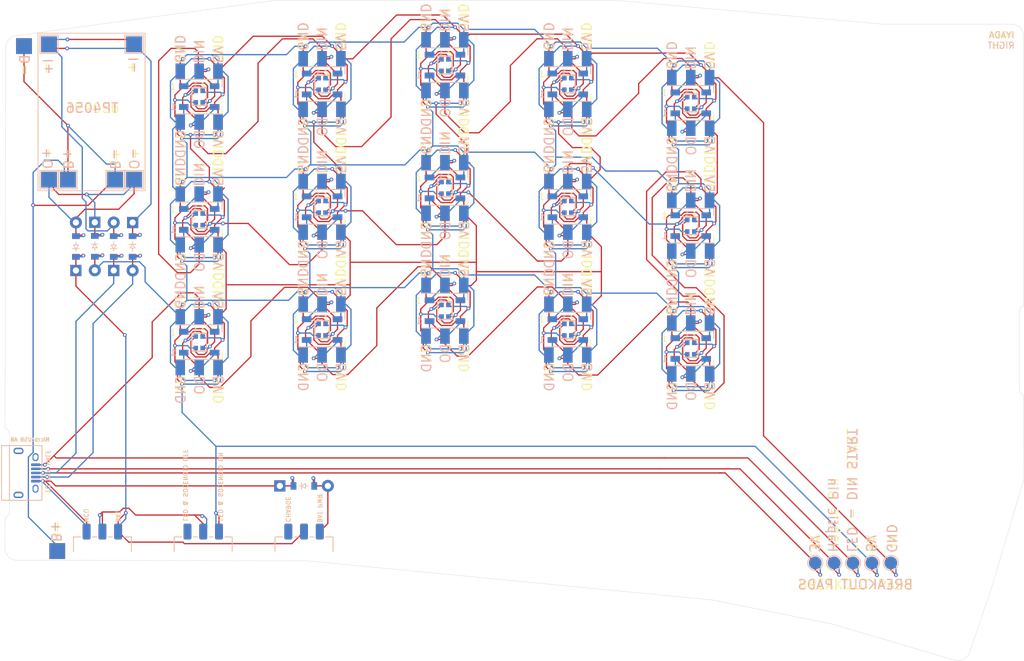
<source format=kicad_pcb>
(kicad_pcb (version 20240108) (generator "pcbnew") (generator_version "8.0")
  (layers (0 "F.Cu" signal) (31 "B.Cu" signal) (34 "B.Paste" user) (35 "F.Paste" user) (36 "B.SilkS" user "B.Silkscreen") (37 "F.SilkS" user "F.Silkscreen") (38 "B.Mask" user) (39 "F.Mask" user) (44 "Edge.Cuts" user))
  (net 0 "")
  (net 1 "GND")
  (net 2 "5V")
  (net 3 "3V")
  (net 4 "P29")
  (net 5 "P30")
  (net 6 "LED1")
  (net 7 "LED2")
  (net 8 "LED3")
  (net 9 "LED4")
  (net 10 "LED5")
  (net 11 "LED6")
  (net 12 "LED7")
  (net 13 "LED8")
  (net 14 "LED9")
  (net 15 "LED10")
  (net 16 "LED11")
  (net 17 "O+")
  (net 18 "O-")
  (net 19 "B+")
  (net 20 "B-")
  (net 21 "I+")
  (net 22 "I-")
  (net 23 "LED12")
  (net 24 "LED13")
  (net 25 "LED14")
  (net 26 "LED15")
  (footprint "" (layer "F.Cu") (at 103.526 73.755 90)
    (property "Reference" "")
    (property "Value" "")
  )
  (footprint "" (layer "F.Cu") (at 142.536 76.75 90)
    (property "Reference" "")
    (property "Value" "")
  )
  (footprint "LED_SMD:LED_WS2812B_PLCC4_5.0x5.0mm_P3.2mm" (layer "F.Cu") (at 139.541 72.749)
    (property "Reference" "REF**" (hide yes))
    (property "Value" "LED_WS2812B_PLCC4_5.0x5.0mm_P3.2mm" (hide yes))
  )
  (footprint "" (layer "F.Cu") (at 123.026 91.25 90)
    (property "Reference" "")
    (property "Value" "")
  )
  (footprint "LED_SMD:LED_WS2812B_PLCC4_5.0x5.0mm_P3.2mm" (layer "F.Cu") (at 159.041 75.749)
    (property "Reference" "REF**" (hide yes))
    (property "Value" "LED_WS2812B_PLCC4_5.0x5.0mm_P3.2mm" (hide yes))
  )
  (footprint "" (layer "F.Cu") (at 181.536 82.75 90)
    (property "Reference" "")
    (property "Value" "")
  )
  (footprint "" (layer "F.Cu") (at 181.526 74.755 90)
    (property "Reference" "")
    (property "Value" "")
  )
  (footprint "" (layer "F.Cu") (at 159.036 79.75 90)
    (property "Reference" "")
    (property "Value" "")
  )
  (footprint "LED_SMD:LED_WS2812B-2020_PLCC4_2.0x2.0mm" (layer "F.Cu") (at 139.54 53.249 -90)
    (property "Reference" "REF**" (hide yes))
    (property "Value" "LED_WS2812B-2020_PLCC4_2.0x2.0mm" (hide yes))
  )
  (footprint "MountingHole:MountingHole_2.2mm_M2_DIN965" (layer "F.Cu") (at 168.31 85.64)
    (property "Reference" "CiHole1" (hide yes))
    (property "Value" "MountingHole_2.2mm_M2_DIN965" (hide yes))
  )
  (footprint "LED_SMD:LED_WS2812B-2020_PLCC4_2.0x2.0mm" (layer "F.Cu") (at 139.541 92.249 -90)
    (property "Reference" "REF**" (hide yes))
    (property "Value" "LED_WS2812B-2020_PLCC4_2.0x2.0mm" (hide yes))
  )
  (footprint "" (layer "F.Cu") (at 159.036 91.25 90)
    (property "Reference" "")
    (property "Value" "")
  )
  (footprint "" (layer "F.Cu") (at 139.535 49.25 90)
    (property "Reference" "")
    (property "Value" "")
  )
  (footprint "" (layer "F.Cu") (at 175.541 74.75 90)
    (property "Reference" "")
    (property "Value" "")
  )
  (footprint "" (layer "F.Cu") (at 156.026 60.24 90)
    (property "Reference" "")
    (property "Value" "")
  )
  (footprint "" (layer "F.Cu") (at 181.536 102.255 90)
    (property "Reference" "")
    (property "Value" "")
  )
  (footprint "" (layer "F.Cu") (at 178.536 74.75 90)
    (property "Reference" "")
    (property "Value" "")
  )
  (footprint "TestPoint:TestPoint_Pad_D2.0mm" (layer "F.Cu") (at 207.29 132.3)
    (property "Reference" "REF**" (hide yes))
    (property "Value" "TestPoint_Pad_D2.0mm" (hide yes))
  )
  (footprint "" (layer "F.Cu") (at 136.54 49.25 90)
    (property "Reference" "")
    (property "Value" "")
  )
  (footprint "LED_SMD:LED_WS2812B_PLCC4_5.0x5.0mm_P3.2mm" (layer "F.Cu") (at 139.54 53.249)
    (property "Reference" "REF**" (hide yes))
    (property "Value" "LED_WS2812B_PLCC4_5.0x5.0mm_P3.2mm" (hide yes))
  )
  (footprint "LED_SMD:LED_WS2812B_PLCC4_5.0x5.0mm_P3.2mm" (layer "F.Cu") (at 159.036 56.244)
    (property "Reference" "REF**" (hide yes))
    (property "Value" "LED_WS2812B_PLCC4_5.0x5.0mm_P3.2mm" (hide yes))
  )
  (footprint "" (layer "F.Cu") (at 178.536 63.25 90)
    (property "Reference" "")
    (property "Value" "")
  )
  (footprint "" (layer "F.Cu") (at 117.041 71.75 90)
    (property "Reference" "")
    (property "Value" "")
  )
  (footprint "" (layer "F.Cu") (at 97.541 73.75 90)
    (property "Reference" "")
    (property "Value" "")
  )
  (footprint "" (layer "F.Cu") (at 139.536 76.75 90)
    (property "Reference" "")
    (property "Value" "")
  )
  (footprint "" (layer "F.Cu") (at 142.525 49.255 90)
    (property "Reference" "")
    (property "Value" "")
  )
  (footprint "" (layer "F.Cu") (at 72.74 50.235)
    (property "Reference" "")
    (property "Value" "")
  )
  (footprint "LED_SMD:LED_WS2812B_PLCC4_5.0x5.0mm_P3.2mm" (layer "F.Cu") (at 159.041 95.249)
    (property "Reference" "REF**" (hide yes))
    (property "Value" "LED_WS2812B_PLCC4_5.0x5.0mm_P3.2mm" (hide yes))
  )
  (footprint "MountingHole:MountingHole_2.2mm_M2_DIN965" (layer "F.Cu") (at 220.53 145.16)
    (property "Reference" "CiHole1" (hide yes))
    (property "Value" "MountingHole_2.2mm_M2_DIN965" (hide yes))
  )
  (footprint "" (layer "F.Cu") (at 139.536 96.25 90)
    (property "Reference" "")
    (property "Value" "")
  )
  (footprint "" (layer "F.Cu") (at 156.031 79.745 90)
    (property "Reference" "")
    (property "Value" "")
  )
  (footprint "" (layer "F.Cu") (at 103.536 101.25 90)
    (property "Reference" "")
    (property "Value" "")
  )
  (footprint "" (layer "F.Cu") (at 117.041 52.25 90)
    (property "Reference" "")
    (property "Value" "")
  )
  (footprint "" (layer "F.Cu") (at 97.541 93.25 90)
    (property "Reference" "")
    (property "Value" "")
  )
  (footprint "" (layer "F.Cu") (at 97.531 101.245 90)
    (property "Reference" "")
    (property "Value" "")
  )
  (footprint "" (layer "F.Cu") (at 120.036 79.75 90)
    (property "Reference" "")
    (property "Value" "")
  )
  (footprint "" (layer "F.Cu") (at 159.031 60.245 90)
    (property "Reference" "")
    (property "Value" "")
  )
  (footprint "" (layer "F.Cu") (at 162.036 79.75 90)
    (property "Reference" "")
    (property "Value" "")
  )
  (footprint "" (layer "F.Cu") (at 103.536 81.75 90)
    (property "Reference" "")
    (property "Value" "")
  )
  (footprint "Button_Switch_SMD:SW_SPDT_CK_JS102011SAQN" (layer "F.Cu") (at 101.18 130.07)
    (property "Reference" "REF**" (hide yes))
    (property "Value" "SW_SPDT_CK_JS102011SAQN" (hide yes))
  )
  (footprint "Connectors:USB_Micro-B" (layer "F.Cu") (at 73.22 118.01 -90)
    (property "Reference" "REF**" (hide yes))
    (property "Value" "USB_Micro-B" (hide yes))
  )
  (footprint "" (layer "F.Cu") (at 136.541 68.75 90)
    (property "Reference" "")
    (property "Value" "")
  )
  (footprint "" (layer "F.Cu") (at 142.535 57.25 90)
    (property "Reference" "")
    (property "Value" "")
  )
  (footprint "LED_SMD:LED_WS2812B-2020_PLCC4_2.0x2.0mm" (layer "F.Cu") (at 159.041 95.249 -90)
    (property "Reference" "REF**" (hide yes))
    (property "Value" "LED_WS2812B-2020_PLCC4_2.0x2.0mm" (hide yes))
  )
  (footprint "LED_SMD:LED_WS2812B_PLCC4_5.0x5.0mm_P3.2mm" (layer "F.Cu") (at 120.041 75.749)
    (property "Reference" "REF**" (hide yes))
    (property "Value" "LED_WS2812B_PLCC4_5.0x5.0mm_P3.2mm" (hide yes))
  )
  (footprint "MountingHole:MountingHole_2.2mm_M2_DIN965" (layer "F.Cu") (at 198.44 49.77)
    (property "Reference" "CiHole1" (hide yes))
    (property "Value" "MountingHole_2.2mm_M2_DIN965" (hide yes))
  )
  (footprint "" (layer "F.Cu") (at 97.531 81.745 90)
    (property "Reference" "")
    (property "Value" "")
  )
  (footprint "" (layer "F.Cu") (at 78.015 130.41)
    (property "Reference" "")
    (property "Value" "")
  )
  (footprint "" (layer "F.Cu") (at 123.036 79.75 90)
    (property "Reference" "")
    (property "Value" "")
  )
  (footprint "" (layer "F.Cu") (at 142.526 88.255 90)
    (property "Reference" "")
    (property "Value" "")
  )
  (footprint "" (layer "F.Cu") (at 117.031 99.24 90)
    (property "Reference" "")
    (property "Value" "")
  )
  (footprint "LED_SMD:LED_WS2812B-2020_PLCC4_2.0x2.0mm" (layer "F.Cu") (at 120.041 56.249 -90)
    (property "Reference" "REF**" (hide yes))
    (property "Value" "LED_WS2812B-2020_PLCC4_2.0x2.0mm" (hide yes))
  )
  (footprint "" (layer "F.Cu") (at 123.036 99.245 90)
    (property "Reference" "")
    (property "Value" "")
  )
  (footprint "TestPoint:TestPoint_Pad_D2.0mm" (layer "F.Cu") (at 210.29 132.3)
    (property "Reference" "REF**" (hide yes))
    (property "Value" "TestPoint_Pad_D2.0mm" (hide yes))
  )
  (footprint "LED_SMD:LED_WS2812B-2020_PLCC4_2.0x2.0mm" (layer "F.Cu") (at 100.541 58.249 -90)
    (property "Reference" "REF**" (hide yes))
    (property "Value" "LED_WS2812B-2020_PLCC4_2.0x2.0mm" (hide yes))
  )
  (footprint "" (layer "F.Cu") (at 136.531 76.745 90)
    (property "Reference" "")
    (property "Value" "")
  )
  (footprint "" (layer "F.Cu") (at 156.041 71.75 90)
    (property "Reference" "")
    (property "Value" "")
  )
  (footprint "" (layer "F.Cu") (at 156.036 52.245 90)
    (property "Reference" "")
    (property "Value" "")
  )
  (footprint "" (layer "F.Cu") (at 120.036 60.25 90)
    (property "Reference" "")
    (property "Value" "")
  )
  (footprint "Button_Switch_SMD:SW_SPDT_CK_JS102011SAQN" (layer "F.Cu") (at 117.18 130.07)
    (property "Reference" "REF**" (hide yes))
    (property "Value" "SW_SPDT_CK_JS102011SAQN" (hide yes))
  )
  (footprint "" (layer "F.Cu") (at 117.041 91.245 90)
    (property "Reference" "")
    (property "Value" "")
  )
  (footprint "" (layer "F.Cu") (at 117.031 79.745 90)
    (property "Reference" "")
    (property "Value" "")
  )
  (footprint "" (layer "F.Cu") (at 175.531 102.25 90)
    (property "Reference" "")
    (property "Value" "")
  )
  (footprint "LED_SMD:LED_WS2812B_PLCC4_5.0x5.0mm_P3.2mm" (layer "F.Cu") (at 100.541 58.249)
    (property "Reference" "REF**" (hide yes))
    (property "Value" "LED_WS2812B_PLCC4_5.0x5.0mm_P3.2mm" (hide yes))
  )
  (footprint "LED_SMD:LED_WS2812B-2020_PLCC4_2.0x2.0mm" (layer "F.Cu") (at 178.541 59.249 -90)
    (property "Reference" "REF**" (hide yes))
    (property "Value" "LED_WS2812B-2020_PLCC4_2.0x2.0mm" (hide yes))
  )
  (footprint "TestPoint:TestPoint_Pad_D2.0mm" (layer "F.Cu") (at 204.29 132.3)
    (property "Reference" "REF**" (hide yes))
    (property "Value" "TestPoint_Pad_D2.0mm" (hide yes))
  )
  (footprint "LED_SMD:LED_WS2812B_PLCC4_5.0x5.0mm_P3.2mm" (layer "F.Cu") (at 100.541 77.749)
    (property "Reference" "REF**" (hide yes))
    (property "Value" "LED_WS2812B_PLCC4_5.0x5.0mm_P3.2mm" (hide yes))
  )
  (footprint "" (layer "F.Cu") (at 139.536 68.75 90)
    (property "Reference" "")
    (property "Value" "")
  )
  (footprint "ComboDiode" (layer "F.Cu") (at 80.98 82.05175 90)
    (property "Reference" "D14" (hide yes))
    (property "Value" "" (hide yes))
  )
  (footprint "" (layer "F.Cu") (at 103.526 93.255 90)
    (property "Reference" "")
    (property "Value" "")
  )
  (footprint "" (layer "F.Cu") (at 97.531 62.245 90)
    (property "Reference" "")
    (property "Value" "")
  )
  (footprint "" (layer "F.Cu") (at 181.536 63.25 90)
    (property "Reference" "")
    (property "Value" "")
  )
  (footprint "" (layer "F.Cu") (at 159.036 99.25 90)
    (property "Reference" "")
    (property "Value" "")
  )
  (footprint "Button_Switch_SMD:SW_SPDT_CK_JS102011SAQN" (layer "F.Cu") (at 85.18 130.07)
    (property "Reference" "REF**" (hide yes))
    (property "Value" "SW_SPDT_CK_JS102011SAQN" (hide yes))
  )
  (footprint "TestPoint:TestPoint_Pad_2.5x2.5mm" (layer "F.Cu") (at 76.71 71.43)
    (property "Reference" "REF**" (hide yes))
    (property "Value" "TestPoint_Pad_2.5x2.5mm" (hide yes))
  )
  (footprint "" (layer "F.Cu") (at 123.026 71.755 90)
    (property "Reference" "")
    (property "Value" "")
  )
  (footprint "" (layer "F.Cu") (at 175.541 94.255 90)
    (property "Reference" "")
    (property "Value" "")
  )
  (footprint "LED_SMD:LED_WS2812B_PLCC4_5.0x5.0mm_P3.2mm" (layer "F.Cu") (at 178.541 78.749)
    (property "Reference" "REF**" (hide yes))
    (property "Value" "LED_WS2812B_PLCC4_5.0x5.0mm_P3.2mm" (hide yes))
  )
  (footprint "ComboDiode" (layer "F.Cu") (at 89.98 82.05175 -90)
    (property "Reference" "D14" (hide yes))
    (property "Value" "" (hide yes))
  )
  (footprint "" (layer "F.Cu") (at 103.526 54.255 90)
    (property "Reference" "")
    (property "Value" "")
  )
  (footprint "" (layer "F.Cu") (at 120.036 52.25 90)
    (property "Reference" "")
    (property "Value" "")
  )
  (footprint "" (layer "F.Cu") (at 178.536 102.255 90)
    (property "Reference" "")
    (property "Value" "")
  )
  (footprint "" (layer "F.Cu") (at 136.53 57.245 90)
    (property "Reference" "")
    (property "Value" "")
  )
  (footprint "LED_SMD:LED_WS2812B_PLCC4_5.0x5.0mm_P3.2mm" (layer "F.Cu") (at 100.541 97.249)
    (property "Reference" "REF**" (hide yes))
    (property "Value" "LED_WS2812B_PLCC4_5.0x5.0mm_P3.2mm" (hide yes))
  )
  (footprint "" (layer "F.Cu") (at 136.541 88.25 90)
    (property "Reference" "")
    (property "Value" "")
  )
  (footprint "LED_SMD:LED_WS2812B-2020_PLCC4_2.0x2.0mm" (layer "F.Cu") (at 120.041 95.244 -90)
    (property "Reference" "REF**" (hide yes))
    (property "Value" "LED_WS2812B-2020_PLCC4_2.0x2.0mm" (hide yes))
  )
  (footprint "MountingHole:MountingHole_2.2mm_M2_DIN965" (layer "F.Cu") (at 168.31 66.09)
    (property "Reference" "CiHole1" (hide yes))
    (property "Value" "MountingHole_2.2mm_M2_DIN965" (hide yes))
  )
  (footprint "" (layer "F.Cu") (at 97.541 54.25 90)
    (property "Reference" "")
    (property "Value" "")
  )
  (footprint "LED_SMD:LED_WS2812B_PLCC4_5.0x5.0mm_P3.2mm" (layer "F.Cu") (at 120.041 95.244)
    (property "Reference" "REF**" (hide yes))
    (property "Value" "LED_WS2812B_PLCC4_5.0x5.0mm_P3.2mm" (hide yes))
  )
  (footprint "LED_SMD:LED_WS2812B_PLCC4_5.0x5.0mm_P3.2mm" (layer "F.Cu") (at 139.541 92.249)
    (property "Reference" "REF**" (hide yes))
    (property "Value" "LED_WS2812B_PLCC4_5.0x5.0mm_P3.2mm" (hide yes))
  )
  (footprint "" (layer "F.Cu") (at 139.536 88.25 90)
    (property "Reference" "")
    (property "Value" "")
  )
  (footprint "" (layer "F.Cu") (at 142.526 68.755 90)
    (property "Reference" "")
    (property "Value" "")
  )
  (footprint "" (layer "F.Cu") (at 162.036 99.25 90)
    (property "Reference" "")
    (property "Value" "")
  )
  (footprint "" (layer "F.Cu") (at 117.031 60.245 90)
    (property "Reference" "")
    (property "Value" "")
  )
  (footprint "" (layer "F.Cu") (at 175.541 55.25 90)
    (property "Reference" "")
    (property "Value" "")
  )
  (footprint "" (layer "F.Cu") (at 178.536 94.255 90)
    (property "Reference" "")
    (property "Value" "")
  )
  (footprint "" (layer "F.Cu") (at 181.526 94.26 90)
    (property "Reference" "")
    (property "Value" "")
  )
  (footprint "LED_SMD:LED_WS2812B_PLCC4_5.0x5.0mm_P3.2mm" (layer "F.Cu") (at 120.041 56.249)
    (property "Reference" "REF**" (hide yes))
    (property "Value" "LED_WS2812B_PLCC4_5.0x5.0mm_P3.2mm" (hide yes))
  )
  (footprint "" (layer "F.Cu") (at 175.531 63.245 90)
    (property "Reference" "")
    (property "Value" "")
  )
  (footprint "" (layer "F.Cu") (at 162.026 91.255 90)
    (property "Reference" "")
    (property "Value" "")
  )
  (footprint "LED_SMD:LED_WS2812B-2020_PLCC4_2.0x2.0mm" (layer "F.Cu") (at 139.541 72.749 -90)
    (property "Reference" "REF**" (hide yes))
    (property "Value" "LED_WS2812B-2020_PLCC4_2.0x2.0mm" (hide yes))
  )
  (footprint "TestPoint:TestPoint_Pad_2.5x2.5mm" (layer "F.Cu") (at 76.71 49.94 180)
    (property "Reference" "REF**" (hide yes))
    (property "Value" "TestPoint_Pad_2.5x2.5mm" (hide yes))
  )
  (footprint "" (layer "F.Cu") (at 159.031 52.245 90)
    (property "Reference" "")
    (property "Value" "")
  )
  (footprint "" (layer "F.Cu") (at 120.036 91.245 90)
    (property "Reference" "")
    (property "Value" "")
  )
  (footprint "" (layer "F.Cu") (at 100.536 54.25 90)
    (property "Reference" "")
    (property "Value" "")
  )
  (footprint "" (layer "F.Cu") (at 103.536 62.25 90)
    (property "Reference" "")
    (property "Value" "")
  )
  (footprint "" (layer "F.Cu") (at 162.021 52.25 90)
    (property "Reference" "")
    (property "Value" "")
  )
  (footprint "" (layer "F.Cu") (at 181.526 55.255 90)
    (property "Reference" "")
    (property "Value" "")
  )
  (footprint "" (layer "F.Cu") (at 100.536 62.25 90)
    (property "Reference" "")
    (property "Value" "")
  )
  (footprint "" (layer "F.Cu") (at 123.036 60.25 90)
    (property "Reference" "")
    (property "Value" "")
  )
  (footprint "" (layer "F.Cu") (at 159.036 71.75 90)
    (property "Reference" "")
    (property "Value" "")
  )
  (footprint "" (layer "F.Cu") (at 120.036 99.245 90)
    (property "Reference" "")
    (property "Value" "")
  )
  (footprint "LED_SMD:LED_WS2812B-2020_PLCC4_2.0x2.0mm" (layer "F.Cu") (at 159.041 75.749 -90)
    (property "Reference" "REF**" (hide yes))
    (property "Value" "LED_WS2812B-2020_PLCC4_2.0x2.0mm" (hide yes))
  )
  (footprint "" (layer "F.Cu") (at 100.536 93.25 90)
    (property "Reference" "")
    (property "Value" "")
  )
  (footprint "" (layer "F.Cu") (at 100.536 81.75 90)
    (property "Reference" "")
    (property "Value" "")
  )
  (footprint "TestPoint:TestPoint_Pad_D2.0mm" (layer "F.Cu") (at 201.29 132.3)
    (property "Reference" "REF**" (hide yes))
    (property "Value" "TestPoint_Pad_D2.0mm" (hide yes))
  )
  (footprint "LED_SMD:LED_WS2812B-2020_PLCC4_2.0x2.0mm" (layer "F.Cu") (at 100.541 97.249 -90)
    (property "Reference" "REF**" (hide yes))
    (property "Value" "LED_WS2812B-2020_PLCC4_2.0x2.0mm" (hide yes))
  )
  (footprint "TestPoint:TestPoint_Pad_2.5x2.5mm" (layer "F.Cu") (at 90.21 71.43)
    (property "Reference" "REF**" (hide yes))
    (property "Value" "TestPoint_Pad_2.5x2.5mm" (hide yes))
  )
  (footprint "MountingHole:MountingHole_2.2mm_M2_DIN965" (layer "F.Cu") (at 108.67 46.97)
    (property "Reference" "CiHole1" (hide yes))
    (property "Value" "MountingHole_2.2mm_M2_DIN965" (hide yes))
  )
  (footprint "TestPoint:TestPoint_Pad_D2.0mm" (layer "F.Cu") (at 198.29 132.3)
    (property "Reference" "REF**" (hide yes))
    (property "Value" "TestPoint_Pad_D2.0mm" (hide yes))
  )
  (footprint "MountingHole:MountingHole_2.2mm_M2_DIN965" (layer "F.Cu") (at 73.1 128.77)
    (property "Reference" "CiHole1" (hide yes))
    (property "Value" "MountingHole_2.2mm_M2_DIN965" (hide yes))
  )
  (footprint "ComboDiode" (layer "F.Cu") (at 83.98 82.02 -90)
    (property "Reference" "D14" (hide yes))
    (property "Value" "" (hide yes))
  )
  (footprint "TestPoint:TestPoint_Pad_2.5x2.5mm" (layer "F.Cu") (at 79.715 71.43)
    (property "Reference" "REF**" (hide yes))
    (property "Value" "TestPoint_Pad_2.5x2.5mm" (hide yes))
  )
  (footprint "MountingHole:MountingHole_2.2mm_M2_DIN965" (layer "F.Cu") (at 72.295 68.985)
    (property "Reference" "CiHole1" (hide yes))
    (property "Value" "MountingHole_2.2mm_M2_DIN965" (hide yes))
  )
  (footprint "" (layer "F.Cu") (at 123.026 52.255 90)
    (property "Reference" "")
    (property "Value" "")
  )
  (footprint "LED_SMD:LED_WS2812B-2020_PLCC4_2.0x2.0mm" (layer "F.Cu") (at 178.541 98.254 -90)
    (property "Reference" "REF**" (hide yes))
    (property "Value" "LED_WS2812B-2020_PLCC4_2.0x2.0mm" (hide yes))
  )
  (footprint "" (layer "F.Cu") (at 142.536 96.25 90)
    (property "Reference" "")
    (property "Value" "")
  )
  (footprint "" (layer "F.Cu") (at 136.531 96.245 90)
    (property "Reference" "")
    (property "Value" "")
  )
  (footprint "LED_SMD:LED_WS2812B-2020_PLCC4_2.0x2.0mm" (layer "F.Cu") (at 100.541 77.749 -90)
    (property "Reference" "REF**" (hide yes))
    (property "Value" "LED_WS2812B-2020_PLCC4_2.0x2.0mm" (hide yes))
  )
  (footprint "" (layer "F.Cu") (at 156.041 91.25 90)
    (property "Reference" "")
    (property "Value" "")
  )
  (footprint "" (layer "F.Cu") (at 100.536 73.75 90)
    (property "Reference" "")
    (property "Value" "")
  )
  (footprint "LED_SMD:LED_WS2812B_PLCC4_5.0x5.0mm_P3.2mm" (layer "F.Cu") (at 178.541 59.249)
    (property "Reference" "REF**" (hide yes))
    (property "Value" "LED_WS2812B_PLCC4_5.0x5.0mm_P3.2mm" (hide yes))
  )
  (footprint "TestPoint:TestPoint_Pad_2.5x2.5mm" (layer "F.Cu") (at 87.205 71.43)
    (property "Reference" "REF**" (hide yes))
    (property "Value" "TestPoint_Pad_2.5x2.5mm" (hide yes))
  )
  (footprint "ComboDiode" (layer "F.Cu") (at 117.14825 120.07)
    (property "Reference" "D14" (hide yes))
    (property "Value" "" (hide yes))
  )
  (footprint "" (layer "F.Cu") (at 175.531 82.745 90)
    (property "Reference" "")
    (property "Value" "")
  )
  (footprint "" (layer "F.Cu") (at 162.031 60.245 90)
    (property "Reference" "")
    (property "Value" "")
  )
  (footprint "" (layer "F.Cu") (at 156.031 99.245 90)
    (property "Reference" "")
    (property "Value" "")
  )
  (footprint "ComboDiode" (layer "F.Cu") (at 86.98 82.05175 90)
    (property "Reference" "D14" (hide yes))
    (property "Value" "" (hide yes))
  )
  (footprint "LED_SMD:LED_WS2812B_PLCC4_5.0x5.0mm_P3.2mm" (layer "F.Cu") (at 178.541 98.254)
    (property "Reference" "REF**" (hide yes))
    (property "Value" "LED_WS2812B_PLCC4_5.0x5.0mm_P3.2mm" (hide yes))
  )
  (footprint "MountingHole:MountingHole_2.2mm_M2_DIN965" (layer "F.Cu") (at 110.75 85.52)
    (property "Reference" "CiHole1" (hide yes))
    (property "Value" "MountingHole_2.2mm_M2_DIN965" (hide yes))
  )
  (footprint "" (layer "F.Cu") (at 139.535 57.25 90)
    (property "Reference" "")
    (property "Value" "")
  )
  (footprint "" (layer "F.Cu") (at 100.536 101.25 90)
    (property "Reference" "")
    (property "Value" "")
  )
  (footprint "" (layer "F.Cu") (at 162.026 71.755 90)
    (property "Reference" "")
    (property "Value" "")
  )
  (footprint "TestPoint:TestPoint_Pad_2.5x2.5mm" (layer "F.Cu") (at 90.21 49.94 180)
    (property "Reference" "REF**" (hide yes))
    (property "Value" "TestPoint_Pad_2.5x2.5mm" (hide yes))
  )
  (footprint "" (layer "F.Cu") (at 178.536 55.25 90)
    (property "Reference" "")
    (property "Value" "")
  )
  (footprint "LED_SMD:LED_WS2812B-2020_PLCC4_2.0x2.0mm" (layer "F.Cu") (at 120.041 75.749 -90)
    (property "Reference" "REF**" (hide yes))
    (property "Value" "LED_WS2812B-2020_PLCC4_2.0x2.0mm" (hide yes))
  )
  (footprint "LED_SMD:LED_WS2812B-2020_PLCC4_2.0x2.0mm" (layer "F.Cu") (at 178.541 78.749 -90)
    (property "Reference" "REF**" (hide yes))
    (property "Value" "LED_WS2812B-2020_PLCC4_2.0x2.0mm" (hide yes))
  )
  (footprint "LED_SMD:LED_WS2812B-2020_PLCC4_2.0x2.0mm" (layer "F.Cu") (at 159.036 56.244 -90)
    (property "Reference" "REF**" (hide yes))
    (property "Value" "LED_WS2812B-2020_PLCC4_2.0x2.0mm" (hide yes))
  )
  (footprint "" (layer "F.Cu") (at 120.036 71.75 90)
    (property "Reference" "")
    (property "Value" "")
  )
  (footprint "" (layer "F.Cu") (at 178.536 82.75 90)
    (property "Reference" "")
    (property "Value" "")
  )
  (footprint "LED_SMD:LED_WS2812B-2020_PLCC4_2.0x2.0mm" (layer "B.Cu") (at 139.541 92.249 -90)
    (property "Reference" "REF**" (hide yes))
    (property "Value" "LED_WS2812B-2020_PLCC4_2.0x2.0mm" (hide yes))
  )
  (footprint "" (layer "B.Cu") (at 123.026 71.755 -90)
    (property "Reference" "")
    (property "Value" "")
  )
  (footprint "" (layer "B.Cu") (at 156.031 99.245 -90)
    (property "Reference" "")
    (property "Value" "")
  )
  (footprint "LED_SMD:LED_WS2812B-2020_PLCC4_2.0x2.0mm" (layer "B.Cu") (at 178.541 98.254 -90)
    (property "Reference" "REF**" (hide yes))
    (property "Value" "LED_WS2812B-2020_PLCC4_2.0x2.0mm" (hide yes))
  )
  (footprint "" (layer "B.Cu") (at 139.536 88.25 -90)
    (property "Reference" "")
    (property "Value" "")
  )
  (footprint "LED_SMD:LED_WS2812B-2020_PLCC4_2.0x2.0mm" (layer "B.Cu") (at 178.541 59.249 -90)
    (property "Reference" "REF**" (hide yes))
    (property "Value" "LED_WS2812B-2020_PLCC4_2.0x2.0mm" (hide yes))
  )
  (footprint "" (layer "B.Cu") (at 136.531 96.245 -90)
    (property "Reference" "")
    (property "Value" "")
  )
  (footprint "" (layer "B.Cu") (at 120.036 71.75 -90)
    (property "Reference" "")
    (property "Value" "")
  )
  (footprint "TestPoint:TestPoint_Pad_D2.0mm" (layer "B.Cu") (at 207.29 132.3 180)
    (property "Reference" "REF**" (hide yes))
    (property "Value" "TestPoint_Pad_D2.0mm" (hide yes))
  )
  (footprint "" (layer "B.Cu") (at 142.526 68.755 -90)
    (property "Reference" "")
    (property "Value" "")
  )
  (footprint "" (layer "B.Cu") (at 97.531 101.245 -90)
    (property "Reference" "")
    (property "Value" "")
  )
  (footprint "" (layer "B.Cu") (at 181.526 74.755 -90)
    (property "Reference" "")
    (property "Value" "")
  )
  (footprint "" (layer "B.Cu") (at 123.036 60.25 -90)
    (property "Reference" "")
    (property "Value" "")
  )
  (footprint "" (layer "B.Cu") (at 97.541 54.25 -90)
    (property "Reference" "")
    (property "Value" "")
  )
  (footprint "" (layer "B.Cu") (at 175.531 102.25 -90)
    (property "Reference" "")
    (property "Value" "")
  )
  (footprint "" (layer "B.Cu") (at 156.031 79.745 -90)
    (property "Reference" "")
    (property "Value" "")
  )
  (footprint "" (layer "B.Cu") (at 72.74 50.235 180)
    (property "Reference" "")
    (property "Value" "")
  )
  (footprint "LED_SMD:LED_WS2812B_PLCC4_5.0x5.0mm_P3.2mm" (layer "B.Cu") (at 178.541 78.749)
    (property "Reference" "REF**" (hide yes))
    (property "Value" "LED_WS2812B_PLCC4_5.0x5.0mm_P3.2mm" (hide yes))
  )
  (footprint "" (layer "B.Cu") (at 117.041 52.25 -90)
    (property "Reference" "")
    (property "Value" "")
  )
  (footprint "" (layer "B.Cu") (at 100.536 62.25 -90)
    (property "Reference" "")
    (property "Value" "")
  )
  (footprint "" (layer "B.Cu") (at 175.531 82.745 -90)
    (property "Reference" "")
    (property "Value" "")
  )
  (footprint "LED_SMD:LED_WS2812B-2020_PLCC4_2.0x2.0mm" (layer "B.Cu") (at 159.041 75.749 -90)
    (property "Reference" "REF**" (hide yes))
    (property "Value" "LED_WS2812B-2020_PLCC4_2.0x2.0mm" (hide yes))
  )
  (footprint "LED_SMD:LED_WS2812B-2020_PLCC4_2.0x2.0mm" (layer "B.Cu") (at 120.041 95.244 -90)
    (property "Reference" "REF**" (hide yes))
    (property "Value" "LED_WS2812B-2020_PLCC4_2.0x2.0mm" (hide yes))
  )
  (footprint "LED_SMD:LED_WS2812B-2020_PLCC4_2.0x2.0mm" (layer "B.Cu") (at 120.041 75.749 -90)
    (property "Reference" "REF**" (hide yes))
    (property "Value" "LED_WS2812B-2020_PLCC4_2.0x2.0mm" (hide yes))
  )
  (footprint "LED_SMD:LED_WS2812B_PLCC4_5.0x5.0mm_P3.2mm" (layer "B.Cu") (at 100.541 77.749)
    (property "Reference" "REF**" (hide yes))
    (property "Value" "LED_WS2812B_PLCC4_5.0x5.0mm_P3.2mm" (hide yes))
  )
  (footprint "TestPoint:TestPoint_Pad_D2.0mm" (layer "B.Cu") (at 201.29 132.3 180)
    (property "Reference" "REF**" (hide yes))
    (property "Value" "TestPoint_Pad_D2.0mm" (hide yes))
  )
  (footprint "" (layer "B.Cu") (at 156.036 52.245 -90)
    (property "Reference" "")
    (property "Value" "")
  )
  (footprint "" (layer "B.Cu") (at 123.036 79.75 -90)
    (property "Reference" "")
    (property "Value" "")
  )
  (footprint "" (layer "B.Cu") (at 136.53 57.245 -90)
    (property "Reference" "")
    (property "Value" "")
  )
  (footprint "" (layer "B.Cu") (at 136.541 68.75 -90)
    (property "Reference" "")
    (property "Value" "")
  )
  (footprint "" (layer "B.Cu") (at 103.536 62.25 -90)
    (property "Reference" "")
    (property "Value" "")
  )
  (footprint "TestPoint:TestPoint_Pad_2.5x2.5mm" (layer "B.Cu") (at 90.21 49.94)
    (property "Reference" "REF**" (hide yes))
    (property "Value" "TestPoint_Pad_2.5x2.5mm" (hide yes))
  )
  (footprint "Button_Switch_SMD:SW_SPDT_CK_JS102011SAQN" (layer "B.Cu") (at 85.18 130.07 180)
    (property "Reference" "REF**" (hide yes))
    (property "Value" "SW_SPDT_CK_JS102011SAQN" (hide yes))
  )
  (footprint "LED_SMD:LED_WS2812B_PLCC4_5.0x5.0mm_P3.2mm" (layer "B.Cu") (at 178.541 59.249)
    (property "Reference" "REF**" (hide yes))
    (property "Value" "LED_WS2812B_PLCC4_5.0x5.0mm_P3.2mm" (hide yes))
  )
  (footprint "TestPoint:TestPoint_Pad_D2.0mm" (layer "B.Cu") (at 210.29 132.3 180)
    (property "Reference" "REF**" (hide yes))
    (property "Value" "TestPoint_Pad_D2.0mm" (hide yes))
  )
  (footprint "" (layer "B.Cu") (at 103.536 101.25 -90)
    (property "Reference" "")
    (property "Value" "")
  )
  (footprint "LED_SMD:LED_WS2812B-2020_PLCC4_2.0x2.0mm" (layer "B.Cu") (at 120.041 56.249 -90)
    (property "Reference" "REF**" (hide yes))
    (property "Value" "LED_WS2812B-2020_PLCC4_2.0x2.0mm" (hide yes))
  )
  (footprint "LED_SMD:LED_WS2812B_PLCC4_5.0x5.0mm_P3.2mm" (layer "B.Cu") (at 159.041 95.249)
    (property "Reference" "REF**" (hide yes))
    (property "Value" "LED_WS2812B_PLCC4_5.0x5.0mm_P3.2mm" (hide yes))
  )
  (footprint "" (layer "B.Cu") (at 178.536 63.25 -90)
    (property "Reference" "")
    (property "Value" "")
  )
  (footprint "TestPoint:TestPoint_Pad_2.5x2.5mm" (layer "B.Cu") (at 76.71 71.43 180)
    (property "Reference" "REF**" (hide yes))
    (property "Value" "TestPoint_Pad_2.5x2.5mm" (hide yes))
  )
  (footprint "" (layer "B.Cu") (at 139.536 68.75 -90)
    (property "Reference" "")
    (property "Value" "")
  )
  (footprint "" (layer "B.Cu") (at 100.536 93.25 -90)
    (property "Reference" "")
    (property "Value" "")
  )
  (footprint "" (layer "B.Cu") (at 100.536 101.25 -90)
    (property "Reference" "")
    (property "Value" "")
  )
  (footprint "LED_SMD:LED_WS2812B-2020_PLCC4_2.0x2.0mm" (layer "B.Cu") (at 100.541 77.749 -90)
    (property "Reference" "REF**" (hide yes))
    (property "Value" "LED_WS2812B-2020_PLCC4_2.0x2.0mm" (hide yes))
  )
  (footprint "" (layer "B.Cu") (at 120.036 60.25 -90)
    (property "Reference" "")
    (property "Value" "")
  )
  (footprint "" (layer "B.Cu") (at 162.026 71.755 -90)
    (property "Reference" "")
    (property "Value" "")
  )
  (footprint "LED_SMD:LED_WS2812B_PLCC4_5.0x5.0mm_P3.2mm" (layer "B.Cu") (at 178.541 98.254)
    (property "Reference" "REF**" (hide yes))
    (property "Value" "LED_WS2812B_PLCC4_5.0x5.0mm_P3.2mm" (hide yes))
  )
  (footprint "" (layer "B.Cu") (at 123.036 99.245 -90)
    (property "Reference" "")
    (property "Value" "")
  )
  (footprint "" (layer "B.Cu") (at 162.026 91.255 -90)
    (property "Reference" "")
    (property "Value" "")
  )
  (footprint "" (layer "B.Cu") (at 136.541 88.25 -90)
    (property "Reference" "")
    (property "Value" "")
  )
  (footprint "TestPoint:TestPoint_Pad_2.5x2.5mm" (layer "B.Cu") (at 90.21 71.43 180)
    (property "Reference" "REF**" (hide yes))
    (property "Value" "TestPoint_Pad_2.5x2.5mm" (hide yes))
  )
  (footprint "" (layer "B.Cu") (at 142.525 49.255 -90)
    (property "Reference" "")
    (property "Value" "")
  )
  (footprint "TestPoint:TestPoint_Pad_D2.0mm" (layer "B.Cu") (at 204.29 132.3 180)
    (property "Reference" "REF**" (hide yes))
    (property "Value" "TestPoint_Pad_D2.0mm" (hide yes))
  )
  (footprint "Button_Switch_SMD:SW_SPDT_CK_JS102011SAQN" (layer "B.Cu") (at 117.18 130.07 180)
    (property "Reference" "REF**" (hide yes))
    (property "Value" "SW_SPDT_CK_JS102011SAQN" (hide yes))
  )
  (footprint "" (layer "B.Cu") (at 159.031 60.245 -90)
    (property "Reference" "")
    (property "Value" "")
  )
  (footprint "" (layer "B.Cu") (at 178.536 55.25 -90)
    (property "Reference" "")
    (property "Value" "")
  )
  (footprint "LED_SMD:LED_WS2812B_PLCC4_5.0x5.0mm_P3.2mm" (layer "B.Cu") (at 120.041 75.749)
    (property "Reference" "REF**" (hide yes))
    (property "Value" "LED_WS2812B_PLCC4_5.0x5.0mm_P3.2mm" (hide yes))
  )
  (footprint "" (layer "B.Cu") (at 123.026 52.255 -90)
    (property "Reference" "")
    (property "Value" "")
  )
  (footprint "" (layer "B.Cu") (at 139.535 49.25 -90)
    (property "Reference" "")
    (property "Value" "")
  )
  (footprint "" (layer "B.Cu") (at 103.536 81.75 -90)
    (property "Reference" "")
    (property "Value" "")
  )
  (footprint "" (layer "B.Cu") (at 159.036 91.25 -90)
    (property "Reference" "")
    (property "Value" "")
  )
  (footprint "LED_SMD:LED_WS2812B-2020_PLCC4_2.0x2.0mm" (layer "B.Cu") (at 139.54 53.249 -90)
    (property "Reference" "REF**" (hide yes))
    (property "Value" "LED_WS2812B-2020_PLCC4_2.0x2.0mm" (hide yes))
  )
  (footprint "" (layer "B.Cu") (at 159.036 99.25 -90)
    (property "Reference" "")
    (property "Value" "")
  )
  (footprint "TestPoint:TestPoint_Pad_2.5x2.5mm" (layer "B.Cu") (at 79.715 71.43 180)
    (property "Reference" "REF**" (hide yes))
    (property "Value" "TestPoint_Pad_2.5x2.5mm" (hide yes))
  )
  (footprint "" (layer "B.Cu") (at 97.541 73.75 -90)
    (property "Reference" "")
    (property "Value" "")
  )
  (footprint "" (layer "B.Cu") (at 142.536 76.75 -90)
    (property "Reference" "")
    (property "Value" "")
  )
  (footprint "" (layer "B.Cu") (at 100.536 73.75 -90)
    (property "Reference" "")
    (property "Value" "")
  )
  (footprint "" (layer "B.Cu") (at 142.535 57.25 -90)
    (property "Reference" "")
    (property "Value" "")
  )
  (footprint "" (layer "B.Cu") (at 100.536 54.25 -90)
    (property "Reference" "")
    (property "Value" "")
  )
  (footprint "" (layer "B.Cu") (at 159.036 71.75 -90)
    (property "Reference" "")
    (property "Value" "")
  )
  (footprint "" (layer "B.Cu") (at 136.54 49.25 -90)
    (property "Reference" "")
    (property "Value" "")
  )
  (footprint "Button_Switch_SMD:SW_SPDT_CK_JS102011SAQN" (layer "B.Cu") (at 101.18 130.07 180)
    (property "Reference" "REF**" (hide yes))
    (property "Value" "SW_SPDT_CK_JS102011SAQN" (hide yes))
  )
  (footprint "LED_SMD:LED_WS2812B-2020_PLCC4_2.0x2.0mm" (layer "B.Cu") (at 139.541 72.749 -90)
    (property "Reference" "REF**" (hide yes))
    (property "Value" "LED_WS2812B-2020_PLCC4_2.0x2.0mm" (hide yes))
  )
  (footprint "" (layer "B.Cu") (at 120.036 79.75 -90)
    (property "Reference" "")
    (property "Value" "")
  )
  (footprint "LED_SMD:LED_WS2812B_PLCC4_5.0x5.0mm_P3.2mm" (layer "B.Cu") (at 120.041 95.244)
    (property "Reference" "REF**" (hide yes))
    (property "Value" "LED_WS2812B_PLCC4_5.0x5.0mm_P3.2mm" (hide yes))
  )
  (footprint "" (layer "B.Cu") (at 117.031 60.245 -90)
    (property "Reference" "")
    (property "Value" "")
  )
  (footprint "" (layer "B.Cu") (at 117.031 99.24 -90)
    (property "Reference" "")
    (property "Value" "")
  )
  (footprint "" (layer "B.Cu") (at 178.536 94.255 -90)
    (property "Reference" "")
    (property "Value" "")
  )
  (footprint "" (layer "B.Cu") (at 181.536 63.25 -90)
    (property "Reference" "")
    (property "Value" "")
  )
  (footprint "" (layer "B.Cu") (at 175.541 55.25 -90)
    (property "Reference" "")
    (property "Value" "")
  )
  (footprint "" (layer "B.Cu") (at 181.536 82.75 -90)
    (property "Reference" "")
    (property "Value" "")
  )
  (footprint "" (layer "B.Cu") (at 178.536 74.75 -90)
    (property "Reference" "")
    (property "Value" "")
  )
  (footprint "" (layer "B.Cu") (at 78.015 130.41 180)
    (property "Reference" "")
    (property "Value" "")
  )
  (footprint "" (layer "B.Cu") (at 175.531 63.245 -90)
    (property "Reference" "")
    (property "Value" "")
  )
  (footprint "" (layer "B.Cu") (at 136.531 76.745 -90)
    (property "Reference" "")
    (property "Value" "")
  )
  (footprint "" (layer "B.Cu") (at 120.036 99.245 -90)
    (property "Reference" "")
    (property "Value" "")
  )
  (footprint "LED_SMD:LED_WS2812B_PLCC4_5.0x5.0mm_P3.2mm" (layer "B.Cu") (at 100.541 58.249)
    (property "Reference" "REF**" (hide yes))
    (property "Value" "LED_WS2812B_PLCC4_5.0x5.0mm_P3.2mm" (hide yes))
  )
  (footprint "" (layer "B.Cu") (at 181.526 94.26 -90)
    (property "Reference" "")
    (property "Value" "")
  )
  (footprint "LED_SMD:LED_WS2812B-2020_PLCC4_2.0x2.0mm" (layer "B.Cu") (at 159.041 95.249 -90)
    (property "Reference" "REF**" (hide yes))
    (property "Value" "LED_WS2812B-2020_PLCC4_2.0x2.0mm" (hide yes))
  )
  (footprint "LED_SMD:LED_WS2812B_PLCC4_5.0x5.0mm_P3.2mm" (layer "B.Cu") (at 159.041 75.749)
    (property "Reference" "REF**" (hide yes))
    (property "Value" "LED_WS2812B_PLCC4_5.0x5.0mm_P3.2mm" (hide yes))
  )
  (footprint "TestPoint:TestPoint_Pad_D2.0mm" (layer "B.Cu") (at 198.29 132.3 180)
    (property "Reference" "REF**" (hide yes))
    (property "Value" "TestPoint_Pad_D2.0mm" (hide yes))
  )
  (footprint "TestPoint:TestPoint_Pad_2.5x2.5mm" (layer "B.Cu") (at 76.71 49.94)
    (property "Reference" "REF**" (hide yes))
    (property "Value" "TestPoint_Pad_2.5x2.5mm" (hide yes))
  )
  (footprint "" (layer "B.Cu") (at 139.536 96.25 -90)
    (property "Reference" "")
    (property "Value" "")
  )
  (footprint "" (layer "B.Cu") (at 139.536 76.75 -90)
    (property "Reference" "")
    (property "Value" "")
  )
  (footprint "LED_SMD:LED_WS2812B_PLCC4_5.0x5.0mm_P3.2mm" (layer "B.Cu") (at 159.036 56.244)
    (property "Reference" "REF**" (hide yes))
    (property "Value" "LED_WS2812B_PLCC4_5.0x5.0mm_P3.2mm" (hide yes))
  )
  (footprint "" (layer "B.Cu") (at 97.531 81.745 -90)
    (property "Reference" "")
    (property "Value" "")
  )
  (footprint "" (layer "B.Cu") (at 162.031 60.245 -90)
    (property "Reference" "")
    (property "Value" "")
  )
  (footprint "" (layer "B.Cu") (at 103.526 93.255 -90)
    (property "Reference" "")
    (property "Value" "")
  )
  (footprint "" (layer "B.Cu") (at 120.036 52.25 -90)
    (property "Reference" "")
    (property "Value" "")
  )
  (footprint "" (layer "B.Cu") (at 178.536 82.75 -90)
    (property "Reference" "")
    (property "Value" "")
  )
  (footprint "" (layer "B.Cu") (at 117.041 91.245 -90)
    (property "Reference" "")
    (property "Value" "")
  )
  (footprint "TestPoint:TestPoint_Pad_2.5x2.5mm" (layer "B.Cu") (at 87.205 71.43 180)
    (property "Reference" "REF**" (hide yes))
    (property "Value" "TestPoint_Pad_2.5x2.5mm" (hide yes))
  )
  (footprint "" (layer "B.Cu") (at 156.041 71.75 -90)
    (property "Reference" "")
    (property "Value" "")
  )
  (footprint "LED_SMD:LED_WS2812B_PLCC4_5.0x5.0mm_P3.2mm" (layer "B.Cu") (at 139.54 53.249)
    (property "Reference" "REF**" (hide yes))
    (property "Value" "LED_WS2812B_PLCC4_5.0x5.0mm_P3.2mm" (hide yes))
  )
  (footprint "LED_SMD:LED_WS2812B_PLCC4_5.0x5.0mm_P3.2mm" (layer "B.Cu") (at 139.541 72.749)
    (property "Reference" "REF**" (hide yes))
    (property "Value" "LED_WS2812B_PLCC4_5.0x5.0mm_P3.2mm" (hide yes))
  )
  (footprint "LED_SMD:LED_WS2812B_PLCC4_5.0x5.0mm_P3.2mm" (layer "B.Cu") (at 100.541 97.249)
    (property "Reference" "REF**" (hide yes))
    (property "Value" "LED_WS2812B_PLCC4_5.0x5.0mm_P3.2mm" (hide yes))
  )
  (footprint "LED_SMD:LED_WS2812B-2020_PLCC4_2.0x2.0mm" (layer "B.Cu") (at 100.541 97.249 -90)
    (property "Reference" "REF**" (hide yes))
    (property "Value" "LED_WS2812B-2020_PLCC4_2.0x2.0mm" (hide yes))
  )
  (footprint "" (layer "B.Cu") (at 156.026 60.24 -90)
    (property "Reference" "")
    (property "Value" "")
  )
  (footprint "" (layer "B.Cu") (at 100.536 81.75 -90)
    (property "Reference" "")
    (property "Value" "")
  )
  (footprint "" (layer "B.Cu") (at 142.536 96.25 -90)
    (property "Reference" "")
    (property "Value" "")
  )
  (footprint "" (layer "B.Cu") (at 103.526 73.755 -90)
    (property "Reference" "")
    (property "Value" "")
  )
  (footprint "" (layer "B.Cu") (at 175.541 94.255 -90)
    (property "Reference" "")
    (property "Value" "")
  )
  (footprint "LED_SMD:LED_WS2812B_PLCC4_5.0x5.0mm_P3.2mm" (layer "B.Cu") (at 139.541 92.249)
    (property "Reference" "REF**" (hide yes))
    (property "Value" "LED_WS2812B_PLCC4_5.0x5.0mm_P3.2mm" (hide yes))
  )
  (footprint "LED_SMD:LED_WS2812B-2020_PLCC4_2.0x2.0mm" (layer "B.Cu") (at 100.541 58.249 -90)
    (property "Reference" "REF**" (hide yes))
    (property "Value" "LED_WS2812B-2020_PLCC4_2.0x2.0mm" (hide yes))
  )
  (footprint "" (layer "B.Cu") (at 181.536 102.255 -90)
    (property "Reference" "")
    (property "Value" "")
  )
  (footprint "" (layer "B.Cu") (at 123.026 91.25 -90)
    (property "Reference" "")
    (property "Value" "")
  )
  (footprint "" (layer "B.Cu") (at 117.041 71.75 -90)
    (property "Reference" "")
    (property "Value" "")
  )
  (footprint "" (layer "B.Cu") (at 162.036 99.25 -90)
    (property "Reference" "")
    (property "Value" "")
  )
  (footprint "LED_SMD:LED_WS2812B-2020_PLCC4_2.0x2.0mm" (layer "B.Cu") (at 159.036 56.244 -90)
    (property "Reference" "REF**" (hide yes))
    (property "Value" "LED_WS2812B-2020_PLCC4_2.0x2.0mm" (hide yes))
  )
  (footprint "" (layer "B.Cu") (at 159.036 79.75 -90)
    (property "Reference" "")
    (property "Value" "")
  )
  (footprint "" (layer "B.Cu") (at 178.536 102.255 -90)
    (property "Reference" "")
    (property "Value" "")
  )
  (footprint "" (layer "B.Cu") (at 162.036 79.75 -90)
    (property "Reference" "")
    (property "Value" "")
  )
  (footprint "LED_SMD:LED_WS2812B-2020_PLCC4_2.0x2.0mm" (layer "B.Cu") (at 178.541 78.749 -90)
    (property "Reference" "REF**" (hide yes))
    (property "Value" "LED_WS2812B-2020_PLCC4_2.0x2.0mm" (hide yes))
  )
  (footprint "" (layer "B.Cu") (at 142.526 88.255 -90)
    (property "Reference" "")
    (property "Value" "")
  )
  (footprint "" (layer "B.Cu") (at 97.541 93.25 -90)
    (property "Reference" "")
    (property "Value" "")
  )
  (footprint "" (layer "B.Cu") (at 159.031 52.245 -90)
    (property "Reference" "")
    (property "Value" "")
  )
  (footprint "" (layer "B.Cu") (at 181.526 55.255 -90)
    (property "Reference" "")
    (property "Value" "")
  )
  (footprint "" (layer "B.Cu") (at 156.041 91.25 -90)
    (property "Reference" "")
    (property "Value" "")
  )
  (footprint "" (layer "B.Cu") (at 120.036 91.245 -90)
    (property "Reference" "")
    (property "Value" "")
  )
  (footprint "" (layer "B.Cu") (at 117.031 79.745 -90)
    (property "Reference" "")
    (property "Value" "")
  )
  (footprint "" (layer "B.Cu") (at 139.535 57.25 -90)
    (property "Reference" "")
    (property "Value" "")
  )
  (footprint "Connectors:USB_Micro-B" (layer "B.Cu") (at 73.22 118.01 90)
    (property "Reference" "REF**" (hide yes))
    (property "Value" "USB_Micro-B" (hide yes))
  )
  (footprint "" (layer "B.Cu") (at 162.021 52.25 -90)
    (property "Reference" "")
    (property "Value" "")
  )
  (footprint "LED_SMD:LED_WS2812B_PLCC4_5.0x5.0mm_P3.2mm" (layer "B.Cu") (at 120.041 56.249)
    (property "Reference" "REF**" (hide yes))
    (property "Value" "LED_WS2812B_PLCC4_5.0x5.0mm_P3.2mm" (hide yes))
  )
  (footprint "" (layer "B.Cu") (at 175.541 74.75 -90)
    (property "Reference" "")
    (property "Value" "")
  )
  (footprint "" (layer "B.Cu") (at 103.526 54.255 -90)
    (property "Reference" "")
    (property "Value" "")
  )
  (footprint "" (layer "B.Cu") (at 97.531 62.245 -90)
    (property "Reference" "")
    (property "Value" "")
  )
  (gr_rect (start 177.391 77.329) (end 179.691 80.169) (stroke (width 0.15)) (fill none) (layer "B.SilkS"))
  (gr_rect (start 99.391 56.829) (end 101.691 59.669) (stroke (width 0.15)) (fill none) (layer "B.SilkS"))
  (gr_rect (start 138.39 51.829) (end 140.69 54.669) (stroke (width 0.15)) (fill none) (layer "B.SilkS"))
  (gr_rect (start 157.886 54.824) (end 160.186 57.664) (stroke (width 0.15)) (fill none) (layer "B.SilkS"))
  (gr_rect (start 118.891 54.829) (end 121.191 57.669) (stroke (width 0.15)) (fill none) (layer "B.SilkS"))
  (gr_rect (start 99.391 95.829) (end 101.691 98.669) (stroke (width 0.15)) (fill none) (layer "B.SilkS"))
  (gr_rect (start 157.891 74.329) (end 160.191 77.169) (stroke (width 0.15)) (fill none) (layer "B.SilkS"))
  (gr_rect (start 74.96 48.185) (end 91.96 73.185) (stroke (width 0.1)) (fill none) (layer "B.SilkS"))
  (gr_rect (start 118.891 74.329) (end 121.191 77.169) (stroke (width 0.15)) (fill none) (layer "B.SilkS"))
  (gr_rect (start 138.391 71.329) (end 140.691 74.169) (stroke (width 0.15)) (fill none) (layer "B.SilkS"))
  (gr_rect (start 177.391 57.829) (end 179.691 60.669) (stroke (width 0.15)) (fill none) (layer "B.SilkS"))
  (gr_rect (start 118.891 93.824) (end 121.191 96.664) (stroke (width 0.15)) (fill none) (layer "B.SilkS"))
  (gr_rect (start 138.391 90.829) (end 140.691 93.669) (stroke (width 0.15)) (fill none) (layer "B.SilkS"))
  (gr_rect (start 157.891 93.829) (end 160.191 96.669) (stroke (width 0.15)) (fill none) (layer "B.SilkS"))
  (gr_rect (start 99.391 76.329) (end 101.691 79.169) (stroke (width 0.15)) (fill none) (layer "B.SilkS"))
  (gr_rect (start 177.391 96.834) (end 179.691 99.674) (stroke (width 0.15)) (fill none) (layer "B.SilkS"))
  (gr_rect (start 157.886 54.824) (end 160.186 57.664) (stroke (width 0.15)) (fill none) (layer "F.SilkS"))
  (gr_rect (start 118.891 93.824) (end 121.191 96.664) (stroke (width 0.15)) (fill none) (layer "F.SilkS"))
  (gr_rect (start 177.391 57.829) (end 179.691 60.669) (stroke (width 0.15)) (fill none) (layer "F.SilkS"))
  (gr_rect (start 177.391 96.834) (end 179.691 99.674) (stroke (width 0.15)) (fill none) (layer "F.SilkS"))
  (gr_rect (start 177.391 77.329) (end 179.691 80.169) (stroke (width 0.15)) (fill none) (layer "F.SilkS"))
  (gr_rect (start 118.891 74.329) (end 121.191 77.169) (stroke (width 0.15)) (fill none) (layer "F.SilkS"))
  (gr_rect (start 118.891 54.829) (end 121.191 57.669) (stroke (width 0.15)) (fill none) (layer "F.SilkS"))
  (gr_rect (start 138.391 90.829) (end 140.691 93.669) (stroke (width 0.15)) (fill none) (layer "F.SilkS"))
  (gr_rect (start 99.391 56.829) (end 101.691 59.669) (stroke (width 0.15)) (fill none) (layer "F.SilkS"))
  (gr_rect (start 99.391 76.329) (end 101.691 79.169) (stroke (width 0.15)) (fill none) (layer "F.SilkS"))
  (gr_rect (start 157.891 93.829) (end 160.191 96.669) (stroke (width 0.15)) (fill none) (layer "F.SilkS"))
  (gr_rect (start 99.391 95.829) (end 101.691 98.669) (stroke (width 0.15)) (fill none) (layer "F.SilkS"))
  (gr_rect (start 157.891 74.329) (end 160.191 77.169) (stroke (width 0.15)) (fill none) (layer "F.SilkS"))
  (gr_rect (start 138.39 51.829) (end 140.69 54.669) (stroke (width 0.15)) (fill none) (layer "F.SilkS"))
  (gr_rect (start 74.96 48.185) (end 91.96 73.185) (stroke (width 0.1)) (fill none) (layer "F.SilkS"))
  (gr_rect (start 138.391 71.329) (end 140.691 74.169) (stroke (width 0.15)) (fill none) (layer "F.SilkS"))
  (gr_line (start 166.333875 42.935611) (end 112.959 42.935) (stroke (width 0.05)) (layer "Edge.Cuts"))
  (gr_line (start 201 142.01) (end 220.504186 147.771463) (stroke (width 0.05)) (layer "Edge.Cuts"))
  (gr_line (start 112.582612 42.971834) (end 71.847 48.512) (stroke (width 0.05)) (layer "Edge.Cuts"))
  (gr_arc (start 231.081998 105.484289) (mid 230.78527 105.221037) (end 230.675 104.84) (stroke (width 0.05)) (layer "Edge.Cuts"))
  (gr_line (start 226.13 136.7) (end 231.406244 119.039401) (stroke (width 0.05)) (layer "Edge.Cuts"))
  (gr_line (start 229.396 46.767) (end 209.231388 46.768834) (stroke (width 0.05)) (layer "Edge.Cuts"))
  (gr_line (start 231.406244 119.039401) (end 231.386417 106.067046) (stroke (width 0.05)) (layer "Edge.Cuts"))
  (gr_line (start 117.53 131.95) (end 182.09 138.2) (stroke (width 0.05)) (layer "Edge.Cuts"))
  (gr_arc (start 69.738583 125.487046) (mid 69.848854 125.10601) (end 70.145581 124.842757) (stroke (width 0.05)) (layer "Edge.Cuts"))
  (gr_arc (start 230.661537 92.34) (mid 230.771808 91.958963) (end 231.068535 91.695711) (stroke (width 0.05)) (layer "Edge.Cuts"))
  (gr_arc (start 70.033002 111.115711) (mid 70.32973 111.378963) (end 70.44 111.76) (stroke (width 0.05)) (layer "Edge.Cuts"))
  (gr_line (start 226.13 136.7) (end 222.876304 146.230991) (stroke (width 0.05)) (layer "Edge.Cuts"))
  (gr_line (start 182.09 138.2) (end 201 142.01) (stroke (width 0.05)) (layer "Edge.Cuts"))
  (gr_arc (start 222.876304 146.230991) (mid 222.009287 147.492509) (end 220.504186 147.771463) (stroke (width 0.05)) (layer "Edge.Cuts"))
  (gr_line (start 70.445 121.76) (end 70.45 124.26) (stroke (width 0.05)) (layer "Edge.Cuts"))
  (gr_arc (start 69.847 50.512) (mid 70.432786 49.097786) (end 71.847 48.512) (stroke (width 0.05)) (layer "Edge.Cuts"))
  (gr_line (start 230.665 92.34) (end 230.67 94.84) (stroke (width 0.05)) (layer "Edge.Cuts"))
  (gr_line (start 69.728583 110.532954) (end 69.847 50.512) (stroke (width 0.05)) (layer "Edge.Cuts"))
  (gr_arc (start 231.081998 105.48429) (mid 231.305727 105.738308) (end 231.386417 106.067046) (stroke (width 0.05)) (layer "Edge.Cuts"))
  (gr_arc (start 112.582612 42.971834) (mid 112.769821 42.943351) (end 112.959 42.935) (stroke (width 0.05)) (layer "Edge.Cuts"))
  (gr_arc (start 229.396 46.767) (mid 230.810214 47.352786) (end 231.396 48.767) (stroke (width 0.05)) (layer "Edge.Cuts"))
  (gr_arc (start 71.722286 131.888214) (mid 70.308072 131.302428) (end 69.722286 129.888214) (stroke (width 0.05)) (layer "Edge.Cuts"))
  (gr_line (start 209.231388 46.768834) (end 166.710263 42.972445) (stroke (width 0.05)) (layer "Edge.Cuts"))
  (gr_line (start 70.44 111.76) (end 70.445 114.26) (stroke (width 0.05)) (layer "Edge.Cuts"))
  (gr_line (start 71.722286 131.888214) (end 117.53 131.95) (stroke (width 0.05)) (layer "Edge.Cuts"))
  (gr_arc (start 70.45 124.26) (mid 70.36931 124.588738) (end 70.145581 124.842756) (stroke (width 0.05)) (layer "Edge.Cuts"))
  (gr_line (start 230.675 104.84) (end 230.67 94.84) (stroke (width 0.05)) (layer "Edge.Cuts"))
  (gr_line (start 69.738583 125.487046) (end 69.722286 129.888214) (stroke (width 0.05)) (layer "Edge.Cuts"))
  (gr_line (start 231.372954 91.112954) (end 231.396 48.767) (stroke (width 0.05)) (layer "Edge.Cuts"))
  (gr_arc (start 70.033002 111.11571) (mid 69.809273 110.861692) (end 69.728583 110.532954) (stroke (width 0.05)) (layer "Edge.Cuts"))
  (gr_arc (start 231.372954 91.112954) (mid 231.292264 91.441692) (end 231.068535 91.69571) (stroke (width 0.05)) (layer "Edge.Cuts"))
  (gr_arc (start 166.333875 42.935611) (mid 166.523054 42.943962) (end 166.710263 42.972445) (stroke (width 0.05)) (layer "Edge.Cuts"))
  (gr_text "1" (at 177.889 77.221 -0) (layer "B.SilkS") (effects (font (size 0.7 0.7) (thickness 0.1)) (justify bottom mirror)))
  (gr_text "5V" (at 124.003 100.365 90) (layer "B.SilkS") (effects (font (size 1.5 1.5) (thickness 0.2)) (justify left bottom mirror)))
  (gr_text "GND" (at 155.082 70.63 -90) (layer "B.SilkS") (effects (font (size 1.5 1.5) (thickness 0.2)) (justify left bottom mirror)))
  (gr_text "BREAKOUT PADS" (at 204.65 136.615 0) (layer "B.SilkS") (effects (font (size 1.5 1.5) (thickness 0.2)) (justify bottom mirror)))
  (gr_text "DO" (at 140.498 97.375 90) (layer "B.SilkS") (effects (font (size 1.5 1.5) (thickness 0.2)) (justify left bottom mirror)))
  (gr_text "GND" (at 96.582 72.63 -90) (layer "B.SilkS") (effects (font (size 1.5 1.5) (thickness 0.2)) (justify left bottom mirror)))
  (gr_text "5V" (at 182.503 64.37 90) (layer "B.SilkS") (effects (font (size 1.5 1.5) (thickness 0.2)) (justify left bottom mirror)))
  (gr_text "5V" (at 180.567 73.625 -90) (layer "B.SilkS") (effects (font (size 1.5 1.5) (thickness 0.2)) (justify left bottom mirror)))
  (gr_text "DO" (at 179.498 64.375 90) (layer "B.SilkS") (effects (font (size 1.5 1.5) (thickness 0.2)) (justify left bottom mirror)))
  (gr_text "5V" (at 180.567 54.125 -90) (layer "B.SilkS") (effects (font (size 1.5 1.5) (thickness 0.2)) (justify left bottom mirror)))
  (gr_text "5V" (at 161.067 70.625 -90) (layer "B.SilkS") (effects (font (size 1.5 1.5) (thickness 0.2)) (justify left bottom mirror)))
  (gr_text "BAT PWR" (at 119.255 123.66 -90) (layer "B.SilkS") (effects (font (size 0.7 0.7) (thickness 0.1)) (justify bottom mirror)))
  (gr_text "DIN" (at 138.572 67.625 -90) (layer "B.SilkS") (effects (font (size 1.5 1.5) (thickness 0.2)) (justify left bottom mirror)))
  (gr_text "1" (at 177.889 96.726 -0) (layer "B.SilkS") (effects (font (size 0.7 0.7) (thickness 0.1)) (justify bottom mirror)))
  (gr_text "DIN" (at 158.072 70.625 -90) (layer "B.SilkS") (effects (font (size 1.5 1.5) (thickness 0.2)) (justify left bottom mirror)))
  (gr_text "GND" (at 155.082 51.13 -90) (layer "B.SilkS") (effects (font (size 1.5 1.5) (thickness 0.2)) (justify left bottom mirror)))
  (gr_text "DO" (at 140.498 77.875 90) (layer "B.SilkS") (effects (font (size 1.5 1.5) (thickness 0.2)) (justify left bottom mirror)))
  (gr_text "5V" (at 104.503 63.37 90) (layer "B.SilkS") (effects (font (size 1.5 1.5) (thickness 0.2)) (justify left bottom mirror)))
  (gr_text "DO" (at 140.497 58.375 90) (layer "B.SilkS") (effects (font (size 1.5 1.5) (thickness 0.2)) (justify left bottom mirror)))
  (gr_text "DIN" (at 158.072 90.125 -90) (layer "B.SilkS") (effects (font (size 1.5 1.5) (thickness 0.2)) (justify left bottom mirror)))
  (gr_text "DIN" (at 99.572 53.125 -90) (layer "B.SilkS") (effects (font (size 1.5 1.5) (thickness 0.2)) (justify left bottom mirror)))
  (gr_text "DIN" (at 138.572 67.625 -90) (layer "B.SilkS") (effects (font (size 1.5 1.5) (thickness 0.2)) (justify left bottom mirror)))
  (gr_text "5V" (at 180.567 93.125 -90) (layer "B.SilkS") (effects (font (size 1.5 1.5) (thickness 0.2)) (justify left bottom mirror)))
  (gr_text "GND" (at 98.498 63.375 90) (layer "B.SilkS") (effects (font (size 1.5 1.5) (thickness 0.2)) (justify left bottom mirror)))
  (gr_text "DIN" (at 177.572 93.13 -90) (layer "B.SilkS") (effects (font (size 1.5 1.5) (thickness 0.2)) (justify left bottom mirror)))
  (gr_text "1" (at 158.389 74.221 -0) (layer "B.SilkS") (effects (font (size 0.7 0.7) (thickness 0.1)) (justify bottom mirror)))
  (gr_text "DIN" (at 119.072 51.125 -90) (layer "B.SilkS") (effects (font (size 1.5 1.5) (thickness 0.2)) (justify left bottom mirror)))
  (gr_text "GND" (at 176.498 64.375 90) (layer "B.SilkS") (effects (font (size 1.5 1.5) (thickness 0.2)) (justify left bottom mirror)))
  (gr_text "DIN" (at 177.572 93.125 -90) (layer "B.SilkS") (effects (font (size 1.5 1.5) (thickness 0.2)) (justify left bottom mirror)))
  (gr_text "DIN" (at 138.572 48.125 -90) (layer "B.SilkS") (effects (font (size 1.5 1.5) (thickness 0.2)) (justify left bottom mirror)))
  (gr_text "GND" (at 137.497 58.375 90) (layer "B.SilkS") (effects (font (size 1.5 1.5) (thickness 0.2)) (justify left bottom mirror)))
  (gr_text "5V" (at 102.567 53.125 -90) (layer "B.SilkS") (effects (font (size 1.5 1.5) (thickness 0.2)) (justify left bottom mirror)))
  (gr_text "GND" (at 135.582 67.63 -90) (layer "B.SilkS") (effects (font (size 1.5 1.5) (thickness 0.2)) (justify left bottom mirror)))
  (gr_text "LED & SOLENOID OFF" (at 97.935 119.96 270) (layer "B.SilkS") (effects (font (size 0.7 0.7) (thickness 0.1)) (justify bottom mirror)))
  (gr_text "5V" (at 182.503 83.87 90) (layer "B.SilkS") (effects (font (size 1.5 1.5) (thickness 0.2)) (justify left bottom mirror)))
  (gr_text "IYADA" (at 229.99 49.06 0) (layer "B.SilkS") (effects (font (size 1 1) (thickness 0.125)) (justify left bottom mirror)))
  (gr_text "3V" (at 197.265 130.745 -90) (layer "B.SilkS") (effects (font (size 1.5 1.5) (thickness 0.2)) (justify left bottom mirror)))
  (gr_text "GND" (at 116.082 70.63 -90) (layer "B.SilkS") (effects (font (size 1.5 1.5) (thickness 0.2)) (justify left bottom mirror)))
  (gr_text "B+" (at 78.835 69.94 -90) (layer "B.SilkS") (effects (font (size 1.5 1.5) (thickness 0.2)) (justify left bottom mirror)))
  (gr_text "B-" (at 86.285 69.975 -90) (layer "B.SilkS") (effects (font (size 1.5 1.5) (thickness 0.2)) (justify left bottom mirror)))
  (gr_text "GND" (at 117.998 100.37 90) (layer "B.SilkS") (effects (font (size 1.5 1.5) (thickness 0.2)) (justify left bottom mirror)))
  (gr_text "5V" (at 143.502 58.37 90) (layer "B.SilkS") (effects (font (size 1.5 1.5) (thickness 0.2)) (justify left bottom mirror)))
  (gr_text "GND" (at 135.582 48.13 -90) (layer "B.SilkS") (effects (font (size 1.5 1.5) (thickness 0.2)) (justify left bottom mirror)))
  (gr_text "5V" (at 141.567 87.125 -90) (layer "B.SilkS") (effects (font (size 1.5 1.5) (thickness 0.2)) (justify left bottom mirror)))
  (gr_text "GND" (at 96.582 53.13 -90) (layer "B.SilkS") (effects (font (size 1.5 1.5) (thickness 0.2)) (justify left bottom mirror)))
  (gr_text "I+" (at 77.448 52.065 90) (layer "B.SilkS") (effects (font (size 1.5 1.5) (thickness 0.2)) (justify left bottom mirror)))
  (gr_text "GND" (at 96.582 92.13 -90) (layer "B.SilkS") (effects (font (size 1.5 1.5) (thickness 0.2)) (justify left bottom mirror)))
  (gr_text "1" (at 158.389 93.721 -0) (layer "B.SilkS") (effects (font (size 0.7 0.7) (thickness 0.1)) (justify bottom mirror)))
  (gr_text "B+" (at 76.94 129.12 270) (layer "B.SilkS") (effects (font (size 1.5 1.5) (thickness 0.2)) (justify left bottom mirror)))
  (gr_text "GND" (at 155.082 90.13 -90) (layer "B.SilkS") (effects (font (size 1.5 1.5) (thickness 0.2)) (justify left bottom mirror)))
  (gr_text "5V" (at 182.503 103.375 90) (layer "B.SilkS") (effects (font (size 1.5 1.5) (thickness 0.2)) (justify left bottom mirror)))
  (gr_text "GND" (at 116.082 51.13 -90) (layer "B.SilkS") (effects (font (size 1.5 1.5) (thickness 0.2)) (justify left bottom mirror)))
  (gr_text "5V" (at 124.003 61.37 90) (layer "B.SilkS") (effects (font (size 1.5 1.5) (thickness 0.2)) (justify left bottom mirror)))
  (gr_text "DIN" (at 99.572 92.125 -90) (layer "B.SilkS") (effects (font (size 1.5 1.5) (thickness 0.2)) (justify left bottom mirror)))
  (gr_text "GND" (at 174.582 93.135 -90) (layer "B.SilkS") (effects (font (size 1.5 1.5) (thickness 0.2)) (justify left bottom mirror)))
  (gr_text "GND" (at 116.082 90.13 -90) (layer "B.SilkS") (effects (font (size 1.5 1.5) (thickness 0.2)) (justify left bottom mirror)))
  (gr_text "GND" (at 156.998 100.375 90) (layer "B.SilkS") (effects (font (size 1.5 1.5) (thickness 0.2)) (justify left bottom mirror)))
  (gr_text "DO" (at 159.998 80.875 90) (layer "B.SilkS") (effects (font (size 1.5 1.5) (thickness 0.2)) (justify left bottom mirror)))
  (gr_text "5V" (at 122.067 70.625 -90) (layer "B.SilkS") (effects (font (size 1.5 1.5) (thickness 0.2)) (justify left bottom mirror)))
  (gr_text "DIN" (at 119.072 51.125 -90) (layer "B.SilkS") (effects (font (size 1.5 1.5) (thickness 0.2)) (justify left bottom mirror)))
  (gr_text "Micro USB AB" (at 76.875 113.05 -0) (layer "B.SilkS") (effects (font (size 0.6 0.6) (thickness 0.1)) (justify left bottom mirror)))
  (gr_text "5V" (at 161.067 51.125 -90) (layer "B.SilkS") (effects (font (size 1.5 1.5) (thickness 0.2)) (justify left bottom mirror)))
  (gr_text "GND" (at 155.082 70.63 -90) (layer "B.SilkS") (effects (font (size 1.5 1.5) (thickness 0.2)) (justify left bottom mirror)))
  (gr_text "DIN" (at 119.072 70.625 -90) (layer "B.SilkS") (effects (font (size 1.5 1.5) (thickness 0.2)) (justify left bottom mirror)))
  (gr_text "GND" (at 135.582 87.13 -90) (layer "B.SilkS") (effects (font (size 1.5 1.5) (thickness 0.2)) (justify left bottom mirror)))
  (gr_text "DO" (at 101.498 82.875 90) (layer "B.SilkS") (effects (font (size 1.5 1.5) (thickness 0.2)) (justify left bottom mirror)))
  (gr_text "GND" (at 135.582 87.13 -90) (layer "B.SilkS") (effects (font (size 1.5 1.5) (thickness 0.2)) (justify left bottom mirror)))
  (gr_text "GND" (at 96.582 92.13 -90) (layer "B.SilkS") (effects (font (size 1.5 1.5) (thickness 0.2)) (justify left bottom mirror)))
  (gr_text "DIN" (at 158.072 70.625 -90) (layer "B.SilkS") (effects (font (size 1.5 1.5) (thickness 0.2)) (justify left bottom mirror)))
  (gr_text "DIN" (at 177.572 54.125 -90) (layer "B.SilkS") (effects (font (size 1.5 1.5) (thickness 0.2)) (justify left bottom mirror)))
  (gr_text "1" (at 99.889 56.721 -0) (layer "B.SilkS") (effects (font (size 0.7 0.7) (thickness 0.1)) (justify bottom mirror)))
  (gr_text "GND" (at 155.082 90.13 -90) (layer "B.SilkS") (effects (font (size 1.5 1.5) (thickness 0.2)) (justify left bottom mirror)))
  (gr_text "GND" (at 176.498 103.38 90) (layer "B.SilkS") (effects (font (size 1.5 1.5) (thickness 0.2)) (justify left bottom mirror)))
  (gr_text "5V" (at 206.225 130.72 -90) (layer "B.SilkS") (effects (font (size 1.5 1.5) (thickness 0.2)) (justify left bottom mirror)))
  (gr_text "TP4056" (at 87.86 60.94 0) (layer "B.SilkS") (effects (font (size 1.5 1.5) (thickness 0.2)) (justify left bottom mirror)))
  (gr_text "LED - DIN START" (at 203.215 130.74 270) (layer "B.SilkS") (effects (font (size 1.5 1.5) (thickness 0.2)) (justify left bottom mirror)))
  (gr_text "GND" (at 155.077 51.125 -90) (layer "B.SilkS") (effects (font (size 1.5 1.5) (thickness 0.2)) (justify left bottom mirror)))
  (gr_text "DIN" (at 99.572 92.125 -90) (layer "B.SilkS") (effects (font (size 1.5 1.5) (thickness 0.2)) (justify left bottom mirror)))
  (gr_text "GND" (at 117.998 80.875 90) (layer "B.SilkS") (effects (font (size 1.5 1.5) (thickness 0.2)) (justify left bottom mirror)))
  (gr_text "5V" (at 141.567 67.625 -90) (layer "B.SilkS") (effects (font (size 1.5 1.5) (thickness 0.2)) (justify left bottom mirror)))
  (gr_text "GND" (at 98.498 102.375 90) (layer "B.SilkS") (effects (font (size 1.5 1.5) (thickness 0.2)) (justify left bottom mirror)))
  (gr_text "5V" (at 122.067 51.125 -90) (layer "B.SilkS") (effects (font (size 1.5 1.5) (thickness 0.2)) (justify left bottom mirror)))
  (gr_text "GND" (at 176.498 83.875 90) (layer "B.SilkS") (effects (font (size 1.5 1.5) (thickness 0.2)) (justify left bottom mirror)))
  (gr_text "CHARGE" (at 114.24 123.795 -90) (layer "B.SilkS") (effects (font (size 0.7 0.7) (thickness 0.1)) (justify bottom mirror)))
  (gr_text "1" (at 119.389 74.221 -0) (layer "B.SilkS") (effects (font (size 0.7 0.7) (thickness 0.1)) (justify bottom mirror)))
  (gr_text "5V" (at 180.567 73.625 -90) (layer "B.SilkS") (effects (font (size 1.5 1.5) (thickness 0.2)) (justify left bottom mirror)))
  (gr_text "1" (at 138.888 51.721 -0) (layer "B.SilkS") (effects (font (size 0.7 0.7) (thickness 0.1)) (justify bottom mirror)))
  (gr_text "O-" (at 89.297 69.94 -90) (layer "B.SilkS") (effects (font (size 1.5 1.5) (thickness 0.2)) (justify left bottom mirror)))
  (gr_text "DO" (at 101.498 102.375 90) (layer "B.SilkS") (effects (font (size 1.5 1.5) (thickness 0.2)) (justify left bottom mirror)))
  (gr_text "1" (at 119.389 54.721 -0) (layer "B.SilkS") (effects (font (size 0.7 0.7) (thickness 0.1)) (justify bottom mirror)))
  (gr_text "5V" (at 104.503 102.37 90) (layer "B.SilkS") (effects (font (size 1.5 1.5) (thickness 0.2)) (justify left bottom mirror)))
  (gr_text "B-" (at 73.735 51.445 90) (layer "B.SilkS") (effects (font (size 1.5 1.5) (thickness 0.2)) (justify left bottom mirror)))
  (gr_text "GND" (at 135.582 67.63 -90) (layer "B.SilkS") (effects (font (size 1.5 1.5) (thickness 0.2)) (justify left bottom mirror)))
  (gr_text "5V" (at 102.567 53.125 -90) (layer "B.SilkS") (effects (font (size 1.5 1.5) (thickness 0.2)) (justify left bottom mirror)))
  (gr_text "1" (at 158.384 54.716 -0) (layer "B.SilkS") (effects (font (size 0.7 0.7) (thickness 0.1)) (justify bottom mirror)))
  (gr_text "O+" (at 75.545 69.885 -90) (layer "B.SilkS") (effects (font (size 1.5 1.5) (thickness 0.2)) (justify left bottom mirror)))
  (gr_text "DIN" (at 138.572 87.125 -90) (layer "B.SilkS") (effects (font (size 1.5 1.5) (thickness 0.2)) (justify left bottom mirror)))
  (gr_text "5V" (at 102.567 72.625 -90) (layer "B.SilkS") (effects (font (size 1.5 1.5) (thickness 0.2)) (justify left bottom mirror)))
  (gr_text "5V" (at 161.067 90.125 -90) (layer "B.SilkS") (effects (font (size 1.5 1.5) (thickness 0.2)) (justify left bottom mirror)))
  (gr_text "DIN" (at 158.072 90.125 -90) (layer "B.SilkS") (effects (font (size 1.5 1.5) (thickness 0.2)) (justify left bottom mirror)))
  (gr_text "DIN" (at 138.571 48.125 -90) (layer "B.SilkS") (effects (font (size 1.5 1.5) (thickness 0.2)) (justify left bottom mirror)))
  (gr_text "DIN" (at 177.572 73.625 -90) (layer "B.SilkS") (effects (font (size 1.5 1.5) (thickness 0.2)) (justify left bottom mirror)))
  (gr_text "5V" (at 141.567 67.625 -90) (layer "B.SilkS") (effects (font (size 1.5 1.5) (thickness 0.2)) (justify left bottom mirror)))
  (gr_text "DIN" (at 99.572 72.625 -90) (layer "B.SilkS") (effects (font (size 1.5 1.5) (thickness 0.2)) (justify left bottom mirror)))
  (gr_text "5V" (at 163.003 80.87 90) (layer "B.SilkS") (effects (font (size 1.5 1.5) (thickness 0.2)) (justify left bottom mirror)))
  (gr_text "5V" (at 143.503 77.87 90) (layer "B.SilkS") (effects (font (size 1.5 1.5) (thickness 0.2)) (justify left bottom mirror)))
  (gr_text "LED & SOLENOID ON" (at 103.5 120.195 270) (layer "B.SilkS") (effects (font (size 0.7 0.7) (thickness 0.1)) (justify bottom mirror)))
  (gr_text "DO" (at 101.498 63.375 90) (layer "B.SilkS") (effects (font (size 1.5 1.5) (thickness 0.2)) (justify left bottom mirror)))
  (gr_text "5V" (at 161.067 90.125 -90) (layer "B.SilkS") (effects (font (size 1.5 1.5) (thickness 0.2)) (justify left bottom mirror)))
  (gr_text "5V" (at 122.067 90.125 -90) (layer "B.SilkS") (effects (font (size 1.5 1.5) (thickness 0.2)) (justify left bottom mirror)))
  (gr_text "1" (at 119.389 93.716 -0) (layer "B.SilkS") (effects (font (size 0.7 0.7) (thickness 0.1)) (justify bottom mirror)))
  (gr_text "1" (at 138.889 71.221 -0) (layer "B.SilkS") (effects (font (size 0.7 0.7) (thickness 0.1)) (justify bottom mirror)))
  (gr_text "5V" (at 102.567 92.125 -90) (layer "B.SilkS") (effects (font (size 1.5 1.5) (thickness 0.2)) (justify left bottom mirror)))
  (gr_text "5V" (at 161.067 70.625 -90) (layer "B.SilkS") (effects (font (size 1.5 1.5) (thickness 0.2)) (justify left bottom mirror)))
  (gr_text "1" (at 177.889 57.721 -0) (layer "B.SilkS") (effects (font (size 0.7 0.7) (thickness 0.1)) (justify bottom mirror)))
  (gr_text "GND" (at 156.998 80.875 90) (layer "B.SilkS") (effects (font (size 1.5 1.5) (thickness 0.2)) (justify left bottom mirror)))
  (gr_text "DIN" (at 158.072 51.125 -90) (layer "B.SilkS") (effects (font (size 1.5 1.5) (thickness 0.2)) (justify left bottom mirror)))
  (gr_text "I-" (at 91.023 51.83 90) (layer "B.SilkS") (effects (font (size 1.5 1.5) (thickness 0.2)) (justify left bottom mirror)))
  (gr_text "5V" (at 102.567 72.625 -90) (layer "B.SilkS") (effects (font (size 1.5 1.5) (thickness 0.2)) (justify left bottom mirror)))
  (gr_text "DIN" (at 119.072 90.12 -90) (layer "B.SilkS") (effects (font (size 1.5 1.5) (thickness 0.2)) (justify left bottom mirror)))
  (gr_text "DO" (at 120.998 100.37 90) (layer "B.SilkS") (effects (font (size 1.5 1.5) (thickness 0.2)) (justify left bottom mirror)))
  (gr_text "GND" (at 98.498 82.875 90) (layer "B.SilkS") (effects (font (size 1.5 1.5) (thickness 0.2)) (justify left bottom mirror)))
  (gr_text "DO" (at 159.993 61.37 90) (layer "B.SilkS") (effects (font (size 1.5 1.5) (thickness 0.2)) (justify left bottom mirror)))
  (gr_text "1" (at 138.889 90.721 -0) (layer "B.SilkS") (effects (font (size 0.7 0.7) (thickness 0.1)) (justify bottom mirror)))
  (gr_text "GND" (at 116.082 70.63 -90) (layer "B.SilkS") (effects (font (size 1.5 1.5) (thickness 0.2)) (justify left bottom mirror)))
  (gr_text "DIN" (at 119.072 90.125 -90) (layer "B.SilkS") (effects (font (size 1.5 1.5) (thickness 0.2)) (justify left bottom mirror)))
  (gr_text "5V" (at 162.998 61.365 90) (layer "B.SilkS") (effects (font (size 1.5 1.5) (thickness 0.2)) (justify left bottom mirror)))
  (gr_text "MCU" (at 82.18 124.81 -90) (layer "B.SilkS") (effects (font (size 0.7 0.7) (thickness 0.1)) (justify bottom mirror)))
  (gr_text "GND" (at 174.582 54.13 -90) (layer "B.SilkS") (effects (font (size 1.5 1.5) (thickness 0.2)) (justify left bottom mirror)))
  (gr_text "GND" (at 116.082 51.13 -90) (layer "B.SilkS") (effects (font (size 1.5 1.5) (thickness 0.2)) (justify left bottom mirror)))
  (gr_text "DIN" (at 99.572 72.625 -90) (layer "B.SilkS") (effects (font (size 1.5 1.5) (thickness 0.2)) (justify left bottom mirror)))
  (gr_text "DO" (at 159.998 100.375 90) (layer "B.SilkS") (effects (font (size 1.5 1.5) (thickness 0.2)) (justify left bottom mirror)))
  (gr_text "GND" (at 137.498 77.875 90) (layer "B.SilkS") (effects (font (size 1.5 1.5) (thickness 0.2)) (justify left bottom mirror)))
  (gr_text "Haptic Pin" (at 200.2 130.74 -90) (layer "B.SilkS") (effects (font (size 1.5 1.5) (thickness 0.2)) (justify left bottom mirror)))
  (gr_text "DO" (at 120.998 61.375 90) (layer "B.SilkS") (effects (font (size 1.5 1.5) (thickness 0.2)) (justify left bottom mirror)))
  (gr_text "GND" (at 135.581 48.13 -90) (layer "B.SilkS") (effects (font (size 1.5 1.5) (thickness 0.2)) (justify left bottom mirror)))
  (gr_text "DIN" (at 99.572 53.125 -90) (layer "B.SilkS") (effects (font (size 1.5 1.5) (thickness 0.2)) (justify left bottom mirror)))
  (gr_text "5V" (at 104.503 82.87 90) (layer "B.SilkS") (effects (font (size 1.5 1.5) (thickness 0.2)) (justify left bottom mirror)))
  (gr_text "1" (at 99.889 76.221 -0) (layer "B.SilkS") (effects (font (size 0.7 0.7) (thickness 0.1)) (justify bottom mirror)))
  (gr_text "5V" (at 141.567 87.125 -90) (layer "B.SilkS") (effects (font (size 1.5 1.5) (thickness 0.2)) (justify left bottom mirror)))
  (gr_text "GND" (at 209.535 130.83 -90) (layer "B.SilkS") (effects (font (size 1.5 1.5) (thickness 0.2)) (justify left bottom mirror)))
  (gr_text "5V" (at 141.567 48.125 -90) (layer "B.SilkS") (effects (font (size 1.5 1.5) (thickness 0.2)) (justify left bottom mirror)))
  (gr_text "GND" (at 174.582 93.13 -90) (layer "B.SilkS") (effects (font (size 1.5 1.5) (thickness 0.2)) (justify left bottom mirror)))
  (gr_text "5V" (at 180.567 93.13 -90) (layer "B.SilkS") (effects (font (size 1.5 1.5) (thickness 0.2)) (justify left bottom mirror)))
  (gr_text "1" (at 99.889 95.721 -0) (layer "B.SilkS") (effects (font (size 0.7 0.7) (thickness 0.1)) (justify bottom mirror)))
  (gr_text "5V" (at 122.067 51.125 -90) (layer "B.SilkS") (effects (font (size 1.5 1.5) (thickness 0.2)) (justify left bottom mirror)))
  (gr_text "GND" (at 156.993 61.37 90) (layer "B.SilkS") (effects (font (size 1.5 1.5) (thickness 0.2)) (justify left bottom mirror)))
  (gr_text "5V" (at 163.003 100.37 90) (layer "B.SilkS") (effects (font (size 1.5 1.5) (thickness 0.2)) (justify left bottom mirror)))
  (gr_text "DIN" (at 119.072 70.625 -90) (layer "B.SilkS") (effects (font (size 1.5 1.5) (thickness 0.2)) (justify left bottom mirror)))
  (gr_text "5V" (at 122.067 90.12 -90) (layer "B.SilkS") (effects (font (size 1.5 1.5) (thickness 0.2)) (justify left bottom mirror)))
  (gr_text "5V" (at 124.003 80.87 90) (layer "B.SilkS") (effects (font (size 1.5 1.5) (thickness 0.2)) (justify left bottom mirror)))
  (gr_text "DIN" (at 177.572 73.625 -90) (layer "B.SilkS") (effects (font (size 1.5 1.5) (thickness 0.2)) (justify left bottom mirror)))
  (gr_text "5V" (at 122.067 70.625 -90) (layer "B.SilkS") (effects (font (size 1.5 1.5) (thickness 0.2)) (justify left bottom mirror)))
  (gr_text "5V" (at 141.566 48.125 -90) (layer "B.SilkS") (effects (font (size 1.5 1.5) (thickness 0.2)) (justify left bottom mirror)))
  (gr_text "5V" (at 161.062 51.12 -90) (layer "B.SilkS") (effects (font (size 1.5 1.5) (thickness 0.2)) (justify left bottom mirror)))
  (gr_text "DIN" (at 158.067 51.12 -90) (layer "B.SilkS") (effects (font (size 1.5 1.5) (thickness 0.2)) (justify left bottom mirror)))
  (gr_text "RIGHT" (at 230.005 50.73 0) (layer "B.SilkS") (effects (font (size 1 1) (thickness 0.125)) (justify left bottom mirror)))
  (gr_text "TO TOP HALF" (at 76.11 117.75 270) (layer "B.SilkS") (effects (font (size 0.7 0.7) (thickness 0.1)) (justify bottom mirror)))
  (gr_text "DO" (at 179.498 103.38 90) (layer "B.SilkS") (effects (font (size 1.5 1.5) (thickness 0.2)) (justify left bottom mirror)))
  (gr_text "5V" (at 143.503 97.37 90) (layer "B.SilkS") (effects (font (size 1.5 1.5) (thickness 0.2)) (justify left bottom mirror)))
  (gr_text "GND" (at 174.582 73.63 -90) (layer "B.SilkS") (effects (font (size 1.5 1.5) (thickness 0.2)) (justify left bottom mirror)))
  (gr_text "GND" (at 117.998 61.375 90) (layer "B.SilkS") (effects (font (size 1.5 1.5) (thickness 0.2)) (justify left bottom mirror)))
  (gr_text "BAT" (at 87.265 124.945 -90) (layer "B.SilkS") (effects (font (size 0.7 0.7) (thickness 0.1)) (justify bottom mirror)))
  (gr_text "DO" (at 120.998 80.875 90) (layer "B.SilkS") (effects (font (size 1.5 1.5) (thickness 0.2)) (justify left bottom mirror)))
  (gr_text "GND" (at 96.582 53.13 -90) (layer "B.SilkS") (effects (font (size 1.5 1.5) (thickness 0.2)) (justify left bottom mirror)))
  (gr_text "DIN" (at 138.572 87.125 -90) (layer "B.SilkS") (effects (font (size 1.5 1.5) (thickness 0.2)) (justify left bottom mirror)))
  (gr_text "GND" (at 96.582 72.63 -90) (layer "B.SilkS") (effects (font (size 1.5 1.5) (thickness 0.2)) (justify left bottom mirror)))
  (gr_text "GND" (at 137.498 97.375 90) (layer "B.SilkS") (effects (font (size 1.5 1.5) (thickness 0.2)) (justify left bottom mirror)))
  (gr_text "GND" (at 116.082 90.125 -90) (layer "B.SilkS") (effects (font (size 1.5 1.5) (thickness 0.2)) (justify left bottom mirror)))
  (gr_text "5V" (at 102.567 92.125 -90) (layer "B.SilkS") (effects (font (size 1.5 1.5) (thickness 0.2)) (justify left bottom mirror)))
  (gr_text "DO" (at 179.498 83.875 90) (layer "B.SilkS") (effects (font (size 1.5 1.5) (thickness 0.2)) (justify left bottom mirror)))
  (gr_text "GND" (at 174.582 73.63 -90) (layer "B.SilkS") (effects (font (size 1.5 1.5) (thickness 0.2)) (justify left bottom mirror)))
  (gr_text "LED & SOLENOID ON" (at 104.385 120.21 90) (layer "F.SilkS") (effects (font (size 0.7 0.7) (thickness 0.1)) (justify bottom)))
  (gr_text "5V" (at 135.606 97.37 -90) (layer "F.SilkS") (effects (font (size 1.5 1.5) (thickness 0.2)) (justify left bottom)))
  (gr_text "5V" (at 208.125 130.705 90) (layer "F.SilkS") (effects (font (size 1.5 1.5) (thickness 0.2)) (justify left bottom)))
  (gr_text "DIN" (at 159.956 51.12 90) (layer "F.SilkS") (effects (font (size 1.5 1.5) (thickness 0.2)) (justify left bottom)))
  (gr_text "5V" (at 137.466 87.125 90) (layer "F.SilkS") (effects (font (size 1.5 1.5) (thickness 0.2)) (justify left bottom)))
  (gr_text "GND" (at 123.951 70.63 90) (layer "F.SilkS") (effects (font (size 1.5 1.5) (thickness 0.2)) (justify left bottom)))
  (gr_text "5V" (at 116.106 61.37 -90) (layer "F.SilkS") (effects (font (size 1.5 1.5) (thickness 0.2)) (justify left bottom)))
  (gr_text "5V" (at 156.966 90.125 90) (layer "F.SilkS") (effects (font (size 1.5 1.5) (thickness 0.2)) (justify left bottom)))
  (gr_text "DIN" (at 101.461 72.625 90) (layer "F.SilkS") (effects (font (size 1.5 1.5) (thickness 0.2)) (justify left bottom)))
  (gr_text "DIN" (at 120.961 90.125 90) (layer "F.SilkS") (effects (font (size 1.5 1.5) (thickness 0.2)) (justify left bottom)))
  (gr_text "DO" (at 158.106 61.37 -90) (layer "F.SilkS") (effects (font (size 1.5 1.5) (thickness 0.2)) (justify left bottom)))
  (gr_text "DIN" (at 101.461 92.125 90) (layer "F.SilkS") (effects (font (size 1.5 1.5) (thickness 0.2)) (justify left bottom)))
  (gr_text "DO" (at 158.111 100.375 -90) (layer "F.SilkS") (effects (font (size 1.5 1.5) (thickness 0.2)) (justify left bottom)))
  (gr_text "GND" (at 161.111 100.375 -90) (layer "F.SilkS") (effects (font (size 1.5 1.5) (thickness 0.2)) (justify left bottom)))
  (gr_text "GND" (at 211.415 130.83 90) (layer "F.SilkS") (effects (font (size 1.5 1.5) (thickness 0.2)) (justify left bottom)))
  (gr_text "DIN" (at 140.46 48.125 90) (layer "F.SilkS") (effects (font (size 1.5 1.5) (thickness 0.2)) (justify left bottom)))
  (gr_text "GND" (at 143.451 48.13 90) (layer "F.SilkS") (effects (font (size 1.5 1.5) (thickness 0.2)) (justify left bottom)))
  (gr_text "5V" (at 117.966 70.625 90) (layer "F.SilkS") (effects (font (size 1.5 1.5) (thickness 0.2)) (justify left bottom)))
  (gr_text "IYADA" (at 225.662 49.06 0) (layer "F.SilkS") (effects (font (size 1 1) (thickness 0.125)) (justify left bottom)))
  (gr_text "5V" (at 117.966 90.12 90) (layer "F.SilkS") (effects (font (size 1.5 1.5) (thickness 0.2)) (justify left bottom)))
  (gr_text "DO" (at 177.611 83.875 -90) (layer "F.SilkS") (effects (font (size 1.5 1.5) (thickness 0.2)) (justify left bottom)))
  (gr_text "LEFT" (at 226.155 50.72 0) (layer "F.SilkS") (effects (font (size 1 1) (thickness 0.125)) (justify left bottom)))
  (gr_text "5V" (at 176.466 54.125 90) (layer "F.SilkS") (effects (font (size 1.5 1.5) (thickness 0.2)) (justify left bottom)))
  (gr_text "GND" (at 141.61 58.375 -90) (layer "F.SilkS") (effects (font (size 1.5 1.5) (thickness 0.2)) (justify left bottom)))
  (gr_text "5V" (at 117.966 90.125 90) (layer "F.SilkS") (effects (font (size 1.5 1.5) (thickness 0.2)) (justify left bottom)))
  (gr_text "DIN" (at 159.961 90.125 90) (layer "F.SilkS") (effects (font (size 1.5 1.5) (thickness 0.2)) (justify left bottom)))
  (gr_text "GND" (at 143.451 87.13 90) (layer "F.SilkS") (effects (font (size 1.5 1.5) (thickness 0.2)) (justify left bottom)))
  (gr_text "DIN" (at 140.461 87.125 90) (layer "F.SilkS") (effects (font (size 1.5 1.5) (thickness 0.2)) (justify left bottom)))
  (gr_text "DIN" (at 140.461 67.625 90) (layer "F.SilkS") (effects (font (size 1.5 1.5) (thickness 0.2)) (justify left bottom)))
  (gr_text "O+" (at 91.185 69.95 90) (layer "F.SilkS") (effects (font (size 1.5 1.5) (thickness 0.2)) (justify left bottom)))
  (gr_text "5V" (at 117.966 51.125 90) (layer "F.SilkS") (effects (font (size 1.5 1.5) (thickness 0.2)) (justify left bottom)))
  (gr_text "I+" (at 89.145 51.83 -90) (layer "F.SilkS") (effects (font (size 1.5 1.5) (thickness 0.2)) (justify left bottom)))
  (gr_text "DO" (at 138.611 77.875 -90) (layer "F.SilkS") (effects (font (size 1.5 1.5) (thickness 0.2)) (justify left bottom)))
  (gr_text "5V" (at 137.466 87.125 90) (layer "F.SilkS") (effects (font (size 1.5 1.5) (thickness 0.2)) (justify left bottom)))
  (gr_text "5V" (at 135.606 77.87 -90) (layer "F.SilkS") (effects (font (size 1.5 1.5) (thickness 0.2)) (justify left bottom)))
  (gr_text "GND" (at 104.451 92.13 90) (layer "F.SilkS") (effects (font (size 1.5 1.5) (thickness 0.2)) (justify left bottom)))
  (gr_text "DIN" (at 179.461 73.625 90) (layer "F.SilkS") (effects (font (size 1.5 1.5) (thickness 0.2)) (justify left bottom)))
  (gr_text "1" (at 101.169 56.706 0) (layer "F.SilkS") (effects (font (size 0.7 0.7) (thickness 0.1)) (justify bottom)))
  (gr_text "GND" (at 180.611 64.375 -90) (layer "F.SilkS") (effects (font (size 1.5 1.5) (thickness 0.2)) (justify left bottom)))
  (gr_text "DIN" (at 120.961 70.625 90) (layer "F.SilkS") (effects (font (size 1.5 1.5) (thickness 0.2)) (justify left bottom)))
  (gr_text "5V" (at 176.466 93.13 90) (layer "F.SilkS") (effects (font (size 1.5 1.5) (thickness 0.2)) (justify left bottom)))
  (gr_text "DO" (at 158.111 80.875 -90) (layer "F.SilkS") (effects (font (size 1.5 1.5) (thickness 0.2)) (justify left bottom)))
  (gr_text "5V" (at 176.466 73.625 90) (layer "F.SilkS") (effects (font (size 1.5 1.5) (thickness 0.2)) (justify left bottom)))
  (gr_text "GND" (at 143.451 87.13 90) (layer "F.SilkS") (effects (font (size 1.5 1.5) (thickness 0.2)) (justify left bottom)))
  (gr_text "DO" (at 99.611 82.875 -90) (layer "F.SilkS") (effects (font (size 1.5 1.5) (thickness 0.2)) (justify left bottom)))
  (gr_text "5V" (at 156.966 70.625 90) (layer "F.SilkS") (effects (font (size 1.5 1.5) (thickness 0.2)) (justify left bottom)))
  (gr_text "GND" (at 162.951 90.13 90) (layer "F.SilkS") (effects (font (size 1.5 1.5) (thickness 0.2)) (justify left bottom)))
  (gr_text "5V" (at 156.966 70.625 90) (layer "F.SilkS") (effects (font (size 1.5 1.5) (thickness 0.2)) (justify left bottom)))
  (gr_text "GND" (at 182.451 93.135 90) (layer "F.SilkS") (effects (font (size 1.5 1.5) (thickness 0.2)) (justify left bottom)))
  (gr_text "5V" (at 117.966 51.125 90) (layer "F.SilkS") (effects (font (size 1.5 1.5) (thickness 0.2)) (justify left bottom)))
  (gr_text "Micro USB AB" (at 70.525 113.08 0) (layer "F.SilkS") (effects (font (size 0.6 0.6) (thickness 0.1)) (justify left bottom)))
  (gr_text "GND" (at 122.111 100.37 -90) (layer "F.SilkS") (effects (font (size 1.5 1.5) (thickness 0.2)) (justify left bottom)))
  (gr_text "BAT" (at 88.14 124.935 90) (layer "F.SilkS") (effects (font (size 0.7 0.7) (thickness 0.1)) (justify bottom)))
  (gr_text "1" (at 140.169 90.706 0) (layer "F.SilkS") (effects (font (size 0.7 0.7) (thickness 0.1)) (justify bottom)))
  (gr_text "1" (at 140.169 71.206 0) (layer "F.SilkS") (effects (font (size 0.7 0.7) (thickness 0.1)) (justify bottom)))
  (gr_text "GND" (at 182.451 54.13 90) (layer "F.SilkS") (effects (font (size 1.5 1.5) (thickness 0.2)) (justify left bottom)))
  (gr_text "1" (at 140.168 51.706 0) (layer "F.SilkS") (effects (font (size 0.7 0.7) (thickness 0.1)) (justify bottom)))
  (gr_text "TP4056" (at 79.41 60.95 0) (layer "F.SilkS") (effects (font (size 1.5 1.5) (thickness 0.2)) (justify left bottom)))
  (gr_text "GND" (at 123.951 51.13 90) (layer "F.SilkS") (effects (font (size 1.5 1.5) (thickness 0.2)) (justify left bottom)))
  (gr_text "1" (at 179.169 96.711 0) (layer "F.SilkS") (effects (font (size 0.7 0.7) (thickness 0.1)) (justify bottom)))
  (gr_text "DIN" (at 120.961 90.12 90) (layer "F.SilkS") (effects (font (size 1.5 1.5) (thickness 0.2)) (justify left bottom)))
  (gr_text "GND" (at 182.451 73.63 90) (layer "F.SilkS") (effects (font (size 1.5 1.5) (thickness 0.2)) (justify left bottom)))
  (gr_text "5V" (at 156.966 90.125 90) (layer "F.SilkS") (effects (font (size 1.5 1.5) (thickness 0.2)) (justify left bottom)))
  (gr_text "DIN" (at 179.461 73.625 90) (layer "F.SilkS") (effects (font (size 1.5 1.5) (thickness 0.2)) (justify left bottom)))
  (gr_text "DIN" (at 101.461 72.625 90) (layer "F.SilkS") (effects (font (size 1.5 1.5) (thickness 0.2)) (justify left bottom)))
  (gr_text "DIN" (at 179.461 54.125 90) (layer "F.SilkS") (effects (font (size 1.5 1.5) (thickness 0.2)) (justify left bottom)))
  (gr_text "GND" (at 162.951 70.63 90) (layer "F.SilkS") (effects (font (size 1.5 1.5) (thickness 0.2)) (justify left bottom)))
  (gr_text "GND" (at 104.451 53.13 90) (layer "F.SilkS") (effects (font (size 1.5 1.5) (thickness 0.2)) (justify left bottom)))
  (gr_text "DO" (at 99.611 63.375 -90) (layer "F.SilkS") (effects (font (size 1.5 1.5) (thickness 0.2)) (justify left bottom)))
  (gr_text "5V" (at 155.106 100.37 -90) (layer "F.SilkS") (effects (font (size 1.5 1.5) (thickness 0.2)) (justify left bottom)))
  (gr_text "DIN" (at 159.961 70.625 90) (layer "F.SilkS") (effects (font (size 1.5 1.5) (thickness 0.2)) (justify left bottom)))
  (gr_text "B+" (at 78.84 129.12 90) (layer "F.SilkS") (effects (font (size 1.5 1.5) (thickness 0.2)) (justify left bottom)))
  (gr_text "DO" (at 177.611 64.375 -90) (layer "F.SilkS") (effects (font (size 1.5 1.5) (thickness 0.2)) (justify left bottom)))
  (gr_text "1" (at 120.669 74.206 0) (layer "F.SilkS") (effects (font (size 0.7 0.7) (thickness 0.1)) (justify bottom)))
  (gr_text "BREAKOUT PADS" (at 204.73 136.64 0) (layer "F.SilkS") (effects (font (size 1.5 1.5) (thickness 0.2)) (justify bottom)))
  (gr_text "DO" (at 99.611 102.375 -90) (layer "F.SilkS") (effects (font (size 1.5 1.5) (thickness 0.2)) (justify left bottom)))
  (gr_text "DO" (at 119.111 80.875 -90) (layer "F.SilkS") (effects (font (size 1.5 1.5) (thickness 0.2)) (justify left bottom)))
  (gr_text "1" (at 120.669 93.701 0) (layer "F.SilkS") (effects (font (size 0.7 0.7) (thickness 0.1)) (justify bottom)))
  (gr_text "GND" (at 104.451 53.13 90) (layer "F.SilkS") (effects (font (size 1.5 1.5) (thickness 0.2)) (justify left bottom)))
  (gr_text "5V" (at 98.466 53.125 90) (layer "F.SilkS") (effects (font (size 1.5 1.5) (thickness 0.2)) (justify left bottom)))
  (gr_text "1" (at 159.664 54.701 0) (layer "F.SilkS") (effects (font (size 0.7 0.7) (thickness 0.1)) (justify bottom)))
  (gr_text "B+" (at 88.185 69.975 90) (layer "F.SilkS") (effects (font (size 1.5 1.5) (thickness 0.2)) (justify left bottom)))
  (gr_text "5V" (at 176.466 93.125 90) (layer "F.SilkS") (effects (font (size 1.5 1.5) (thickness 0.2)) (justify left bottom)))
  (gr_text "5V" (at 156.961 51.12 90) (layer "F.SilkS") (effects (font (size 1.5 1.5) (thickness 0.2)) (justify left bottom)))
  (gr_text "DIN" (at 140.461 87.125 90) (layer "F.SilkS") (effects (font (size 1.5 1.5) (thickness 0.2)) (justify left bottom)))
  (gr_text "DO" (at 119.111 100.37 -90) (layer "F.SilkS") (effects (font (size 1.5 1.5) (thickness 0.2)) (justify left bottom)))
  (gr_text "5V" (at 174.606 64.37 -90) (layer "F.SilkS") (effects (font (size 1.5 1.5) (thickness 0.2)) (justify left bottom)))
  (gr_text "5V" (at 96.606 102.37 -90) (layer "F.SilkS") (effects (font (size 1.5 1.5) (thickness 0.2)) (justify left bottom)))
  (gr_text "5V" (at 176.466 73.625 90) (layer "F.SilkS") (effects (font (size 1.5 1.5) (thickness 0.2)) (justify left bottom)))
  (gr_text "5V" (at 98.466 72.625 90) (layer "F.SilkS") (effects (font (size 1.5 1.5) (thickness 0.2)) (justify left bottom)))
  (gr_text "5V" (at 174.606 83.87 -90) (layer "F.SilkS") (effects (font (size 1.5 1.5) (thickness 0.2)) (justify left bottom)))
  (gr_text "5V" (at 116.106 80.87 -90) (layer "F.SilkS") (effects (font (size 1.5 1.5) (thickness 0.2)) (justify left bottom)))
  (gr_text "GND" (at 122.111 80.875 -90) (layer "F.SilkS") (effects (font (size 1.5 1.5) (thickness 0.2)) (justify left bottom)))
  (gr_text "DO" (at 119.111 61.375 -90) (layer "F.SilkS") (effects (font (size 1.5 1.5) (thickness 0.2)) (justify left bottom)))
  (gr_text "GND" (at 102.611 102.375 -90) (layer "F.SilkS") (effects (font (size 1.5 1.5) (thickness 0.2)) (justify left bottom)))
  (gr_text "DIN" (at 179.461 93.13 90) (layer "F.SilkS") (effects (font (size 1.5 1.5) (thickness 0.2)) (justify left bottom)))
  (gr_text "GND" (at 123.951 90.13 90) (layer "F.SilkS") (effects (font (size 1.5 1.5) (thickness 0.2)) (justify left bottom)))
  (gr_text "GND" (at 104.451 72.63 90) (layer "F.SilkS") (effects (font (size 1.5 1.5) (thickness 0.2)) (justify left bottom)))
  (gr_text "GND" (at 143.45 48.13 90) (layer "F.SilkS") (effects (font (size 1.5 1.5) (thickness 0.2)) (justify left bottom)))
  (gr_text "5V" (at 135.605 58.37 -90) (layer "F.SilkS") (effects (font (size 1.5 1.5) (thickness 0.2)) (justify left bottom)))
  (gr_text "GND" (at 143.451 67.63 90) (layer "F.SilkS") (effects (font (size 1.5 1.5) (thickness 0.2)) (justify left bottom)))
  (gr_text "GND" (at 143.451 67.63 90) (layer "F.SilkS") (effects (font (size 1.5 1.5) (thickness 0.2)) (justify left bottom)))
  (gr_text "DIN" (at 159.961 70.625 90) (layer "F.SilkS") (effects (font (size 1.5 1.5) (thickness 0.2)) (justify left bottom)))
  (gr_text "B-" (at 71.845 51.445 -90) (layer "F.SilkS") (effects (font (size 1.5 1.5) (thickness 0.2)) (justify left bottom)))
  (gr_text "LED - DIN START" (at 205.1 130.74 90) (layer "F.SilkS") (effects (font (size 1.5 1.5) (thickness 0.2)) (justify left bottom)))
  (gr_text "Haptic Pin" (at 202.095 130.74 90) (layer "F.SilkS") (effects (font (size 1.5 1.5) (thickness 0.2)) (justify left bottom)))
  (gr_text "5V" (at 137.466 67.625 90) (layer "F.SilkS") (effects (font (size 1.5 1.5) (thickness 0.2)) (justify left bottom)))
  (gr_text "1" (at 179.169 57.706 0) (layer "F.SilkS") (effects (font (size 0.7 0.7) (thickness 0.1)) (justify bottom)))
  (gr_text "5V" (at 137.466 48.125 90) (layer "F.SilkS") (effects (font (size 1.5 1.5) (thickness 0.2)) (justify left bottom)))
  (gr_text "O-" (at 77.42 69.885 90) (layer "F.SilkS") (effects (font (size 1.5 1.5) (thickness 0.2)) (justify left bottom)))
  (gr_text "1" (at 159.669 93.706 0) (layer "F.SilkS") (effects (font (size 0.7 0.7) (thickness 0.1)) (justify bottom)))
  (gr_text "5V" (at 156.966 51.125 90) (layer "F.SilkS") (effects (font (size 1.5 1.5) (thickness 0.2)) (justify left bottom)))
  (gr_text "GND" (at 162.951 70.63 90) (layer "F.SilkS") (effects (font (size 1.5 1.5) (thickness 0.2)) (justify left bottom)))
  (gr_text "LED & SOLENOID OFF" (at 98.805 119.965 90) (layer "F.SilkS") (effects (font (size 0.7 0.7) (thickness 0.1)) (justify bottom)))
  (gr_text "GND" (at 180.611 103.38 -90) (layer "F.SilkS") (effects (font (size 1.5 1.5) (thickness 0.2)) (justify left bottom)))
  (gr_text "1" (at 179.169 77.206 0) (layer "F.SilkS") (effects (font (size 0.7 0.7) (thickness 0.1)) (justify bottom)))
  (gr_text "CHARGE" (at 115.11 123.81 90) (layer "F.SilkS") (effects (font (size 0.7 0.7) (thickness 0.1)) (justify bottom)))
  (gr_text "GND" (at 161.111 80.875 -90) (layer "F.SilkS") (effects (font (size 1.5 1.5) (thickness 0.2)) (justify left bottom)))
  (gr_text "GND" (at 141.611 77.875 -90) (layer "F.SilkS") (effects (font (size 1.5 1.5) (thickness 0.2)) (justify left bottom)))
  (gr_text "5V" (at 155.106 80.87 -90) (layer "F.SilkS") (effects (font (size 1.5 1.5) (thickness 0.2)) (justify left bottom)))
  (gr_text "DO" (at 138.611 97.375 -90) (layer "F.SilkS") (effects (font (size 1.5 1.5) (thickness 0.2)) (justify left bottom)))
  (gr_text "BAT PWR" (at 120.125 123.655 90) (layer "F.SilkS") (effects (font (size 0.7 0.7) (thickness 0.1)) (justify bottom)))
  (gr_text "GND" (at 162.951 51.13 90) (layer "F.SilkS") (effects (font (size 1.5 1.5) (thickness 0.2)) (justify left bottom)))
  (gr_text "GND" (at 182.451 93.13 90) (layer "F.SilkS") (effects (font (size 1.5 1.5) (thickness 0.2)) (justify left bottom)))
  (gr_text "5V" (at 98.466 72.625 90) (layer "F.SilkS") (effects (font (size 1.5 1.5) (thickness 0.2)) (justify left bottom)))
  (gr_text "DIN" (at 101.461 53.125 90) (layer "F.SilkS") (effects (font (size 1.5 1.5) (thickness 0.2)) (justify left bottom)))
  (gr_text "1" (at 101.169 95.706 0) (layer "F.SilkS") (effects (font (size 0.7 0.7) (thickness 0.1)) (justify bottom)))
  (gr_text "5V" (at 98.466 92.125 90) (layer "F.SilkS") (effects (font (size 1.5 1.5) (thickness 0.2)) (justify left bottom)))
  (gr_text "DIN" (at 120.961 51.125 90) (layer "F.SilkS") (effects (font (size 1.5 1.5) (thickness 0.2)) (justify left bottom)))
  (gr_text "5V" (at 116.106 100.365 -90) (layer "F.SilkS") (effects (font (size 1.5 1.5) (thickness 0.2)) (justify left bottom)))
  (gr_text "5V" (at 117.966 70.625 90) (layer "F.SilkS") (effects (font (size 1.5 1.5) (thickness 0.2)) (justify left bottom)))
  (gr_text "5V" (at 155.101 61.365 -90) (layer "F.SilkS") (effects (font (size 1.5 1.5) (thickness 0.2)) (justify left bottom)))
  (gr_text "5V" (at 98.466 53.125 90) (layer "F.SilkS") (effects (font (size 1.5 1.5) (thickness 0.2)) (justify left bottom)))
  (gr_text "DIN" (at 179.461 93.125 90) (layer "F.SilkS") (effects (font (size 1.5 1.5) (thickness 0.2)) (justify left bottom)))
  (gr_text "B-" (at 80.74 69.95 90) (layer "F.SilkS") (effects (font (size 1.5 1.5) (thickness 0.2)) (justify left bottom)))
  (gr_text "GND" (at 122.111 61.375 -90) (layer "F.SilkS") (effects (font (size 1.5 1.5) (thickness 0.2)) (justify left bottom)))
  (gr_text "GND" (at 123.951 70.63 90) (layer "F.SilkS") (effects (font (size 1.5 1.5) (thickness 0.2)) (justify left bottom)))
  (gr_text "I-" (at 75.555 52.065 -90) (layer "F.SilkS") (effects (font (size 1.5 1.5) (thickness 0.2)) (justify left bottom)))
  (gr_text "GND" (at 162.951 90.13 90) (layer "F.SilkS") (effects (font (size 1.5 1.5) (thickness 0.2)) (justify left bottom)))
  (gr_text "DIN" (at 140.461 67.625 90) (layer "F.SilkS") (effects (font (size 1.5 1.5) (thickness 0.2)) (justify left bottom)))
  (gr_text "TO TOP HALF" (at 76.96 117.75 90) (layer "F.SilkS") (effects (font (size 0.7 0.7) (thickness 0.1)) (justify bottom)))
  (gr_text "GND" (at 182.451 73.63 90) (layer "F.SilkS") (effects (font (size 1.5 1.5) (thickness 0.2)) (justify left bottom)))
  (gr_text "GND" (at 180.611 83.875 -90) (layer "F.SilkS") (effects (font (size 1.5 1.5) (thickness 0.2)) (justify left bottom)))
  (gr_text "GND" (at 123.951 51.13 90) (layer "F.SilkS") (effects (font (size 1.5 1.5) (thickness 0.2)) (justify left bottom)))
  (gr_text "5V" (at 98.466 92.125 90) (layer "F.SilkS") (effects (font (size 1.5 1.5) (thickness 0.2)) (justify left bottom)))
  (gr_text "DIN" (at 120.961 51.125 90) (layer "F.SilkS") (effects (font (size 1.5 1.5) (thickness 0.2)) (justify left bottom)))
  (gr_text "DIN" (at 101.461 53.125 90) (layer "F.SilkS") (effects (font (size 1.5 1.5) (thickness 0.2)) (justify left bottom)))
  (gr_text "DIN" (at 140.461 48.125 90) (layer "F.SilkS") (effects (font (size 1.5 1.5) (thickness 0.2)) (justify left bottom)))
  (gr_text "5V" (at 174.606 103.375 -90) (layer "F.SilkS") (effects (font (size 1.5 1.5) (thickness 0.2)) (justify left bottom)))
  (gr_text "DO" (at 138.61 58.375 -90) (layer "F.SilkS") (effects (font (size 1.5 1.5) (thickness 0.2)) (justify left bottom)))
  (gr_text "MCU" (at 83.04 124.8 90) (layer "F.SilkS") (effects (font (size 0.7 0.7) (thickness 0.1)) (justify bottom)))
  (gr_text "DIN" (at 159.961 51.125 90) (layer "F.SilkS") (effects (font (size 1.5 1.5) (thickness 0.2)) (justify left bottom)))
  (gr_text "3V" (at 199.15 130.725 90) (layer "F.SilkS") (effects (font (size 1.5 1.5) (thickness 0.2)) (justify left bottom)))
  (gr_text "DO" (at 177.611 103.38 -90) (layer "F.SilkS") (effects (font (size 1.5 1.5) (thickness 0.2)) (justify left bottom)))
  (gr_text "5V" (at 137.466 67.625 90) (layer "F.SilkS") (effects (font (size 1.5 1.5) (thickness 0.2)) (justify left bottom)))
  (gr_text "GND" (at 123.951 90.125 90) (layer "F.SilkS") (effects (font (size 1.5 1.5) (thickness 0.2)) (justify left bottom)))
  (gr_text "5V" (at 137.465 48.125 90) (layer "F.SilkS") (effects (font (size 1.5 1.5) (thickness 0.2)) (justify left bottom)))
  (gr_text "5V" (at 96.606 82.87 -90) (layer "F.SilkS") (effects (font (size 1.5 1.5) (thickness 0.2)) (justify left bottom)))
  (gr_text "DIN" (at 101.461 92.125 90) (layer "F.SilkS") (effects (font (size 1.5 1.5) (thickness 0.2)) (justify left bottom)))
  (gr_text "1" (at 101.169 76.206 0) (layer "F.SilkS") (effects (font (size 0.7 0.7) (thickness 0.1)) (justify bottom)))
  (gr_text "DIN" (at 159.961 90.125 90) (layer "F.SilkS") (effects (font (size 1.5 1.5) (thickness 0.2)) (justify left bottom)))
  (gr_text "5V" (at 96.606 63.37 -90) (layer "F.SilkS") (effects (font (size 1.5 1.5) (thickness 0.2)) (justify left bottom)))
  (gr_text "1" (at 159.669 74.206 0) (layer "F.SilkS") (effects (font (size 0.7 0.7) (thickness 0.1)) (justify bottom)))
  (gr_text "GND" (at 141.611 97.375 -90) (layer "F.SilkS") (effects (font (size 1.5 1.5) (thickness 0.2)) (justify left bottom)))
  (gr_text "GND" (at 104.451 92.13 90) (layer "F.SilkS") (effects (font (size 1.5 1.5) (thickness 0.2)) (justify left bottom)))
  (gr_text "GND" (at 162.946 51.125 90) (layer "F.SilkS") (effects (font (size 1.5 1.5) (thickness 0.2)) (justify left bottom)))
  (gr_text "GND" (at 104.451 72.63 90) (layer "F.SilkS") (effects (font (size 1.5 1.5) (thickness 0.2)) (justify left bottom)))
  (gr_text "1" (at 120.669 54.706 0) (layer "F.SilkS") (effects (font (size 0.7 0.7) (thickness 0.1)) (justify bottom)))
  (gr_text "DIN" (at 120.961 70.625 90) (layer "F.SilkS") (effects (font (size 1.5 1.5) (thickness 0.2)) (justify left bottom)))
  (gr_text "GND" (at 161.106 61.37 -90) (layer "F.SilkS") (effects (font (size 1.5 1.5) (thickness 0.2)) (justify left bottom)))
  (gr_text "GND" (at 102.611 82.875 -90) (layer "F.SilkS") (effects (font (size 1.5 1.5) (thickness 0.2)) (justify left bottom)))
  (gr_text "GND" (at 102.611 63.375 -90) (layer "F.SilkS") (effects (font (size 1.5 1.5) (thickness 0.2)) (justify left bottom)))
  (segment (start 138.99 52.334) (end 138.239 53.085) (width 0.2) (layer "F.Cu") (net 1))
  (segment (start 164.1625 69.8125) (end 164.1625 67.8525) (width 0.2) (layer "F.Cu") (net 1))
  (segment (start 181.526 74.755) (end 181.526 74.111) (width 0.2) (layer "F.Cu") (net 1))
  (segment (start 119.45 78.09) (end 121.11 78.09) (width 0.2) (layer "F.Cu") (net 1))
  (segment (start 142.536 94.444) (end 142.536 96.25) (width 0.2) (layer "F.Cu") (net 1))
  (segment (start 119.491 55.334) (end 118.74 56.085) (width 0.2) (layer "F.Cu") (net 1))
  (segment (start 177.991 58.334) (end 177.24 59.085) (width 0.2) (layer "F.Cu") (net 1))
  (segment (start 142.525 49.255) (end 143.445 48.335) (width 0.2) (layer "F.Cu") (net 1))
  (segment (start 101.61 60.59) (end 102.301 59.899) (width 0.2) (layer "F.Cu") (net 1))
  (segment (start 109.111 48.67) (end 120.085 48.67) (width 0.2) (layer "F.Cu") (net 1))
  (segment (start 158.491 74.834) (end 157.74 75.585) (width 0.2) (layer "F.Cu") (net 1))
  (segment (start 182.715 68.75) (end 182.755 68.71) (width 0.2) (layer "F.Cu") (net 1))
  (segment (start 160.105 58.585) (end 160.796 57.894) (width 0.2) (layer "F.Cu") (net 1))
  (segment (start 103.536 60.444) (end 103.536 62.25) (width 0.2) (layer "F.Cu") (net 1))
  (segment (start 103.526 93.255) (end 103.526 92.611) (width 0.2) (layer "F.Cu") (net 1))
  (segment (start 102.991 79.399) (end 103.536 79.944) (width 0.2) (layer "F.Cu") (net 1))
  (segment (start 144.52 87.42) (end 144.52 86.055) (width 0.2) (layer "F.Cu") (net 1))
  (segment (start 103.526 92.611) (end 102.155 91.24) (width 0.2) (layer "F.Cu") (net 1))
  (segment (start 177.95 100.595) (end 179.61 100.595) (width 0.2) (layer "F.Cu") (net 1))
  (segment (start 121.11 78.09) (end 121.801 77.399) (width 0.2) (layer "F.Cu") (net 1))
  (segment (start 162.036 81.259) (end 161.485 81.81) (width 0.2) (layer "F.Cu") (net 1))
  (segment (start 210.3 133.405) (end 211.1 134.205) (width 0.2) (layer "F.Cu") (net 1))
  (segment (start 142.526 68.755) (end 143.48 68.755) (width 0.2) (layer "F.Cu") (net 1))
  (segment (start 174.64 70.19) (end 171.535 73.295) (width 0.2) (layer "F.Cu") (net 1))
  (segment (start 181.536 82.75) (end 181.536 84.259) (width 0.2) (layer "F.Cu") (net 1))
  (segment (start 118.74 96.875) (end 119.45 97.585) (width 0.2) (layer "F.Cu") (net 1))
  (segment (start 99.95 60.59) (end 101.61 60.59) (width 0.2) (layer "F.Cu") (net 1))
  (segment (start 123.026 69.781) (end 118.73 65.485) (width 0.2) (layer "F.Cu") (net 1))
  (segment (start 121.801 57.899) (end 122.491 57.899) (width 0.2) (layer "F.Cu") (net 1))
  (segment (start 122.491 57.164) (end 122.491 57.899) (width 0.2) (layer "F.Cu") (net 1))
  (segment (start 181.526 74.111) (end 180.155 72.74) (width 0.2) (layer "F.Cu") (net 1))
  (segment (start 144.52 84.515) (end 144.52 78.734) (width 0.2) (layer "F.Cu") (net 1))
  (segment (start 103.536 62.25) (end 103.536 63.759) (width 0.2) (layer "F.Cu") (net 1))
  (segment (start 181.536 80.944) (end 181.536 82.75) (width 0.2) (layer "F.Cu") (net 1))
  (segment (start 182.755 68.71) (end 182.755 64.469) (width 0.2) (layer "F.Cu") (net 1))
  (segment (start 179.61 100.595) (end 180.301 99.904) (width 0.2) (layer "F.Cu") (net 1))
  (segment (start 158.486 55.329) (end 157.735 56.08) (width 0.2) (layer "F.Cu") (net 1))
  (segment (start 161.491 76.664) (end 161.491 77.399) (width 0.2) (layer "F.Cu") (net 1))
  (segment (start 163.0255 55.6195) (end 162.7525 55.8925) (width 0.2) (layer "F.Cu") (net 1))
  (segment (start 104.5305 94.2595) (end 104.5305 96.6245) (width 0.2) (layer "F.Cu") (net 1))
  (segment (start 162.625 71.755) (end 162.026 71.755) (width 0.2) (layer "F.Cu") (net 1))
  (segment (start 162.026 91.255) (end 162.026 90.611) (width 0.2) (layer "F.Cu") (net 1))
  (segment (start 99.24 98.88) (end 99.95 99.59) (width 0.2) (layer "F.Cu") (net 1))
  (segment (start 182.2575 78.3975) (end 180.991 79.664) (width 0.2) (layer "F.Cu") (net 1))
  (segment (start 143.5305 89.2595) (end 143.5305 91.6245) (width 0.2) (layer "F.Cu") (net 1))
  (segment (start 177.991 77.834) (end 177.24 78.585) (width 0.2) (layer "F.Cu") (net 1))
  (segment (start 124.0305 55.6245) (end 123.7575 55.8975) (width 0.2) (layer "F.Cu") (net 1))
  (segment (start 99.991 57.334) (end 99.24 58.085) (width 0.2) (layer "F.Cu") (net 1))
  (segment (start 102.991 98.164) (end 102.991 98.899) (width 0.2) (layer "F.Cu") (net 1))
  (segment (start 142.525 49.255) (end 142.525 48.611) (width 0.2) (layer "F.Cu") (net 1))
  (segment (start 181.526 94.26) (end 181.526 93.616) (width 0.2) (layer "F.Cu") (net 1))
  (segment (start 104.5305 96.6245) (end 104.2575 96.8975) (width 0.2) (layer "F.Cu") (net 1))
  (segment (start 142.526 88.255) (end 142.526 87.611) (width 0.2) (layer "F.Cu") (net 1))
  (segment (start 162.021 52.25) (end 163.0255 53.2545) (width 0.2) (layer "F.Cu") (net 1))
  (segment (start 102.991 59.164) (end 102.991 59.899) (width 0.2) (layer "F.Cu") (net 1))
  (segment (start 143.2575 72.3975) (end 141.991 73.664) (width 0.2) (layer "F.Cu") (net 1))
  (segment (start 123.036 61.759) (end 122.485 62.31) (width 0.2) (layer "F.Cu") (net 1))
  (segment (start 119.45 97.585) (end 121.11 97.585) (width 0.2) (layer "F.Cu") (net 1))
  (segment (start 118.74 77.38) (end 119.45 78.09) (width 0.2) (layer "F.Cu") (net 1))
  (segment (start 180.301 80.399) (end 180.991 80.399) (width 0.2) (layer "F.Cu") (net 1))
  (segment (start 123.036 77.944) (end 123.036 79.75) (width 0.2) (layer "F.Cu") (net 1))
  (segment (start 102.301 59.899) (end 102.991 59.899) (width 0.2) (layer "F.Cu") (net 1))
  (segment (start 162.036 99.25) (end 162.036 100.759) (width 0.2) (layer "F.Cu") (net 1))
  (segment (start 164.36 82.074) (end 162.036 79.75) (width 0.2) (layer "F.Cu") (net 1))
  (segment (start 162.031 60.245) (end 162.335 60.245) (width 0.2) (layer "F.Cu") (net 1))
  (segment (start 103.526 73.755) (end 104.5305 74.7595) (width 0.2) (layer "F.Cu") (net 1))
  (segment (start 158.45 78.09) (end 160.11 78.09) (width 0.2) (layer "F.Cu") (net 1))
  (segment (start 171.535 73.295) (end 171.535 84.14) (width 0.2) (layer "F.Cu") (net 1))
  (segment (start 104.2575 57.8975) (end 102.991 59.164) (width 0.2) (layer "F.Cu") (net 1))
  (segment (start 164.36 86.055) (end 164.36 82.074) (width 0.2) (layer "F.Cu") (net 1))
  (segment (start 181.28 91.355) (end 181.295 91.355) (width 0.2) (layer "F.Cu") (net 1))
  (segment (start 103.526 73.755) (end 104.525 72.756) (width 0.2) (layer "F.Cu") (net 1))
  (segment (start 103.536 79.944) (end 103.536 81.75) (width 0.2) (layer "F.Cu") (net 1))
  (segment (start 181.526 74.755) (end 182.755 73.526) (width 0.2) (layer "F.Cu") (net 1))
  (segment (start 142.526 68.755) (end 143.5305 69.7595) (width 0.2) (layer "F.Cu") (net 1))
  (segment (start 181.536 102.255) (end 181.536 103.764) (width 0.2) (layer "F.Cu") (net 1))
  (segment (start 123.036 81.259) (end 122.485 81.81) (width 0.2) (layer "F.Cu") (net 1))
  (segment (start 181.536 100.449) (end 181.536 102.255) (width 0.2) (layer "F.Cu") (net 1))
  (segment (start 103.536 99.444) (end 103.536 101.25) (width 0.2) (layer "F.Cu") (net 1))
  (segment (start 102.991 78.664) (end 102.991 79.399) (width 0.2) (layer "F.Cu") (net 1))
  (segment (start 104.815 88.13) (end 104.815 83.029) (width 0.2) (layer "F.Cu") (net 1))
  (segment (start 181.526 94.26) (end 182.5305 95.2645) (width 0.2) (layer "F.Cu") (net 1))
  (segment (start 90.17675 83.505) (end 89.98 83.70175) (width 0.2) (layer "F.Cu") (net 1))
  (segment (start 103.526 73.755) (end 103.526 73.111) (width 0.2) (layer "F.Cu") (net 1))
  (segment (start 104.5305 74.7595) (end 104.5305 77.1245) (width 0.2) (layer "F.Cu") (net 1))
  (segment (start 161.491 96.164) (end 161.491 96.899) (width 0.2) (layer "F.Cu") (net 1))
  (segment (start 178.26 51.345) (end 180.155 53.24) (width 0.2) (layer "F.Cu") (net 1))
  (segment (start 181.526 74.755) (end 182.5305 75.7595) (width 0.2) (layer "F.Cu") (net 1))
  (segment (start 180.991 60.899) (end 181.536 61.444) (width 0.2) (layer "F.Cu") (net 1))
  (segment (start 123.026 71.111) (end 121.655 69.74) (width 0.2) (layer "F.Cu") (net 1))
  (segment (start 164.1625 67.8525) (end 162.65 66.34) (width 0.2) (layer "F.Cu") (net 1))
  (segment (start 121.11 97.585) (end 121.801 96.894) (width 0.2) (layer "F.Cu") (net 1))
  (segment (start 182.18 93.606) (end 181.526 94.26) (width 0.2) (layer "F.Cu") (net 1))
  (segment (start 104.2575 96.8975) (end 102.991 98.164) (width 0.2) (layer "F.Cu") (net 1))
  (segment (start 162.036 100.759) (end 161.485 101.31) (width 0.2) (layer "F.Cu") (net 1))
  (segment (start 161.486 57.894) (end 162.031 58.439) (width 0.2) (layer "F.Cu") (net 1))
  (segment (start 162.22 71.755) (end 164.1625 69.8125) (width 0.2) (layer "F.Cu") (net 1))
  (segment (start 190.095 112.105) (end 190.095 62.39) (width 0.2) (layer "F.Cu") (net 1))
  (segment (start 177.24 80.38) (end 177.95 81.09) (width 0.2) (layer "F.Cu") (net 1))
  (segment (start 142.535 58.759) (end 141.984 59.31) (width 0.2) (layer "F.Cu") (net 1))
  (segment (start 89.98 85.86175) (end 89.98 83.70175) (width 0.2) (layer "F.Cu") (net 1))
  (segment (start 181.295 91.355) (end 182.18 92.24) (width 0.2) (layer "F.Cu") (net 1))
  (segment (start 182.755 73.526) (end 182.755 68.71) (width 0.2) (layer "F.Cu") (net 1))
  (segment (start 103.536 83.259) (end 102.985 83.81) (width 0.2) (layer "F.Cu") (net 1))
  (segment (start 122.491 96.894) (end 123.036 97.439) (width 0.2) (layer "F.Cu") (net 1))
  (segment (start 104.5305 57.6245) (end 104.2575 57.8975) (width 0.2) (layer "F.Cu") (net 1))
  (segment (start 123.036 60.25) (end 123.036 61.759) (width 0.2) (layer "F.Cu") (net 1))
  (segment (start 124.495 89.781) (end 124.495 88.015) (width 0.2) (layer "F.Cu") (net 1))
  (segment (start 103.526 93.255) (end 104.815 91.966) (width 0.2) (layer "F.Cu") (net 1))
  (segment (start 123.7575 94.8925) (end 122.491 96.159) (width 0.2) (layer "F.Cu") (net 1))
  (segment (start 157.74 77.38) (end 158.45 78.09) (width 0.2) (layer "F.Cu") (net 1))
  (segment (start 143.015 68.275) (end 143.015 65.915) (width 0.2) (layer "F.Cu") (net 1))
  (segment (start 158.75 48.335) (end 160.65 50.235) (width 0.2) (layer "F.Cu") (net 1))
  (segment (start 123.036 97.439) (end 123.036 99.245) (width 0.2) (layer "F.Cu") (net 1))
  (segment (start 121.801 96.894) (end 122.491 96.894) (width 0.2) (layer "F.Cu") (net 1))
  (segment (start 138.991 91.334) (end 138.24 92.085) (width 0.2) (layer "F.Cu") (net 1))
  (segment (start 162.036 97.444) (end 162.036 99.25) (width 0.2) (layer "F.Cu") (net 1))
  (segment (start 99.991 76.834) (end 99.24 77.585) (width 0.2) (layer "F.Cu") (net 1))
  (segment (start 180.155 71.31) (end 179.035 70.19) (width 0.2) (layer "F.Cu") (net 1))
  (segment (start 181.536 84.259) (end 180.985 84.81) (width 0.2) (layer "F.Cu") (net 1))
  (segment (start 144.52 78.734) (end 142.536 76.75) (width 0.2) (layer "F.Cu") (net 1))
  (segment (start 99.95 80.09) (end 101.61 80.09) (width 0.2) (layer "F.Cu") (net 1))
  (segment (start 160.11 78.09) (end 160.801 77.399) (width 0.2) (layer "F.Cu") (net 1))
  (segment (start 141.3 54.899) (end 141.99 54.899) (width 0.2) (layer "F.Cu") (net 1))
  (segment (start 123.7575 75.3975) (end 122.491 76.664) (width 0.2) (layer "F.Cu") (net 1))
  (segment (start 142.535 55.444) (end 142.535 57.25) (width 0.2) (layer "F.Cu") (net 1))
  (segment (start 142.526 68.111) (end 141.155 66.74) (width 0.2) (layer "F.Cu") (net 1))
  (segment (start 179.61 61.59) (end 180.301 60.899) (width 0.2) (layer "F.Cu") (net 1))
  (segment (start 182.5305 58.6245) (end 182.2575 58.8975) (width 0.2) (layer "F.Cu") (net 1))
  (segment (start 138.95 94.59) (end 140.61 94.59) (width 0.2) (layer "F.Cu") (net 1))
  (segment (start 162.031 60.245) (end 162.031 61.754) (width 0.2) (layer "F.Cu") (net 1))
  (segment (start 143.2565 52.8975) (end 141.99 54.164) (width 0.2) (layer "F.Cu") (net 1))
  (segment (start 177.24 98.09) (end 177.24 99.885) (width 0.2) (layer "F.Cu") (net 1))
  (segment (start 99.24 77.585) (end 99.24 79.38) (width 0.2) (layer "F.Cu") (net 1))
  (segment (start 124.495 84.555) (end 124.495 81.209) (width 0.2) (layer "F.Cu") (net 1))
  (segment (start 102.155 71.74) (end 102.155 69.495) (width 0.2) (layer "F.Cu") (net 1))
  (segment (start 124.0305 72.7595) (end 124.0305 75.1245) (width 0.2) (layer "F.Cu") (net 1))
  (segment (start 157.74 95.085) (end 157.74 96.88) (width 0.2) (layer "F.Cu") (net 1))
  (segment (start 158.45 97.59) (end 160.11 97.59) (width 0.2) (layer "F.Cu") (net 1))
  (segment (start 103.526 93.255) (end 104.5305 94.2595) (width 0.2) (layer "F.Cu") (net 1))
  (segment (start 122.491 57.899) (end 123.036 58.444) (width 0.2) (layer "F.Cu") (net 1))
  (segment (start 162.026 71.111) (end 160.655 69.74) (width 0.2) (layer "F.Cu") (net 1))
  (segment (start 171.535 84.14) (end 177.3425 89.9475) (width 0.2) (layer "F.Cu") (net 1))
  (segment (start 143.5305 72.1245) (end 143.2575 72.3975) (width 0.2) (layer "F.Cu") (net 1))
  (segment (start 182.2575 97.9025) (end 180.991 99.169) (width 0.2) (layer "F.Cu") (net 1))
  (segment (start 138.991 71.834) (end 138.24 72.585) (width 0.2) (layer "F.Cu") (net 1))
  (segment (start 143.5295 50.2595) (end 143.5295 52.6245) (width 0.2) (layer "F.Cu") (net 1))
  (segment (start 158.445 58.585) (end 160.105 58.585) (width 0.2) (layer "F.Cu") (net 1))
  (segment (start 104.815 88.13) (end 124.38 88.13) (width 0.2) (layer "F.Cu") (net 1))
  (segment (start 142.536 97.759) (end 141.985 98.31) (width 0.2) (layer "F.Cu") (net 1))
  (segment (start 124.495 84.555) (end 144.48 84.555) (width 0.2) (layer "F.Cu") (net 1))
  (segment (start 123.026 91.25) (end 124.495 89.781) (width 0.2) (layer "F.Cu") (net 1))
  (segment (start 140.61 75.09) (end 141.301 74.399) (width 0.2) (layer "F.Cu") (net 1))
  (segment (start 138.24 74.38) (end 138.95 75.09) (width 0.2) (layer "F.Cu") (net 1))
  (segment (start 182.18 92.24) (end 182.18 93.606) (width 0.2) (layer "F.Cu") (net 1))
  (segment (start 190.095 62.39) (end 182.96 55.255) (width 0.2) (layer "F.Cu") (net 1))
  (segment (start 162.036 77.944) (end 162.036 79.75) (width 0.2) (layer "F.Cu") (net 1))
  (segment (start 139.204 45.29) (end 141.154 47.24) (width 0.2) (layer "F.Cu") (net 1))
  (segment (start 160.11 97.59) (end 160.801 96.899) (width 0.2) (layer "F.Cu") (net 1))
  (segment (start 123.036 79.75) (end 123.036 81.259) (width 0.2) (layer "F.Cu") (net 1))
  (segment (start 177.24 78.585) (end 177.24 80.38) (width 0.2) (layer "F.Cu") (net 1))
  (segment (start 143.5295 52.6245) (end 143.2565 52.8975) (width 0.2) (layer "F.Cu") (net 1))
  (segment (start 119.491 94.329) (end 118.74 95.08) (width 0.2) (layer "F.Cu") (net 1))
  (segment (start 182.5305 78.1245) (end 182.2575 78.3975) (width 0.2) (layer "F.Cu") (net 1))
  (segment (start 142.536 76.75) (end 142.536 78.259) (width 0.2) (layer "F.Cu") (net 1))
  (segment (start 181.526 93.616) (end 180.155 92.245) (width 0.2) (layer "F.Cu") (net 1))
  (segment (start 103.536 102.759) (end 102.985 103.31) (width 0.2) (layer "F.Cu") (net 1))
  (segment (start 123.026 71.755) (end 123.026 71.111) (width 0.2) (layer "F.Cu") (net 1))
  (segment (start 102.991 59.899) (end 103.536 60.444) (width 0.2) (layer "F.Cu") (net 1))
  (segment (start 144.48 84.555) (end 144.52 84.515) (width 0.2) (layer "F.Cu") (net 1))
  (segment (start 140.609 55.59) (end 141.3 54.899) (width 0.2) (layer "F.Cu") (net 1))
  (segment (start 179.035 70.19) (end 174.64 70.19) (width 0.2) (layer "F.Cu") (net 1))
  (segment (start 124.38 88.13) (end 124.495 88.015) (width 0.2) (layer "F.Cu") (net 1))
  (segment (start 99.95 99.59) (end 101.61 99.59) (width 0.2) (layer "F.Cu") (net 1))
  (segment (start 162.021 51.606) (end 160.65 50.235) (width 0.2) (layer "F.Cu") (net 1))
  (segment (start 182.5305 95.2645) (end 182.5305 97.6295) (width 0.2) (layer "F.Cu") (net 1))
  (segment (start 142.525 48.611) (end 141.154 47.24) (width 0.2) (layer "F.Cu") (net 1))
  (segment (start 177.95 61.59) (end 179.61 61.59) (width 0.2) (layer "F.Cu") (net 1))
  (segment (start 85.173375 83.45825) (end 84.190125 83.45825) (width 0.2) (layer "F.Cu") (net 1))
  (segment (start 124.0305 92.2545) (end 124.0305 94.6195) (width 0.2) (layer "F.Cu") (net 1))
  (segment (start 124.0305 75.1245) (end 123.7575 75.3975) (width 0.2) (layer "F.Cu") (net 1))
  (segment (start 91.16 83.505) (end 90.17675 83.505) (width 0.2) (layer "F.Cu") (net 1))
  (segment (start 177.991 97.339) (end 177.24 98.09) (width 0.2) (layer "F.Cu") (net 1))
  (segment (start 143.015 65.915) (end 138.135 61.035) (width 0.2) (layer "F.Cu") (net 1))
  (segment (start 157.74 96.88) (end 158.45 97.59) (width 0.2) (layer "F.Cu") (net 1))
  (segment (start 142.526 88.255) (end 143.685 88.255) (width 0.2) (layer "F.Cu") (net 1))
  (segment (start 138.95 75.09) (end 140.61 75.09) (width 0.2) (layer "F.Cu") (net 1))
  (segment (start 143.5305 91.6245) (end 143.2575 91.8975) (width 0.2) (layer "F.Cu") (net 1))
  (segment (start 180.991 99.169) (end 180.991 99.904) (width 0.2) (layer "F.Cu") (net 1))
  (segment (start 104.2575 77.3975) (end 102.991 78.664) (width 0.2) (layer "F.Cu") (net 1))
  (segment (start 123.026 51.611) (end 121.655 50.24) (width 0.2) (layer "F.Cu") (net 1))
  (segment (start 182.96 55.255) (end 181.526 55.255) (width 0.2) (layer "F.Cu") (net 1))
  (segment (start 103.526 54.255) (end 103.526 53.611) (width 0.2) (layer "F.Cu") (net 1))
  (segment (start 103.526 53.611) (end 102.155 52.24) (width 0.2) (layer "F.Cu") (net 1))
  (segment (start 142.536 78.259) (end 141.985 78.81) (width 0.2) (layer "F.Cu") (net 1))
  (segment (start 210.3 132.325) (end 210.3 133.405) (width 0.2) (layer "F.Cu") (net 1))
  (segment (start 141.991 74.399) (end 142.536 74.944) (width 0.2) (layer "F.Cu") (net 1))
  (segment (start 181.536 61.444) (end 181.536 63.25) (width 0.2) (layer "F.Cu") (net 1))
  (segment (start 164.36 89.865) (end 164.36 86.055) (width 0.2) (layer "F.Cu") (net 1))
  (segment (start 103.526 54.255) (end 109.111 48.67) (width 0.2) (layer "F.Cu") (net 1))
  (segment (start 121.801 77.399) (end 122.491 77.399) (width 0.2) (layer "F.Cu") (net 1))
  (segment (start 163.0305 72.7595) (end 163.0305 75.1245) (width 0.2) (layer "F.Cu") (net 1))
  (segment (start 162.65 66.34) (end 159.76 66.34) (width 0.2) (layer "F.Cu") (net 1))
  (segment (start 142.526 68.755) (end 142.535 68.755) (width 0.2) (layer "F.Cu") (net 1))
  (segment (start 180.991 80.399) (end 181.536 80.944) (width 0.2) (layer "F.Cu") (net 1))
  (segment (start 138.24 93.88) (end 138.95 94.59) (width 0.2) (layer "F.Cu") (net 1))
  (segment (start 141.99 54.164) (end 141.99 54.899) (width 0.2) (layer "F.Cu") (net 1))
  (segment (start 141.991 73.664) (end 141.991 74.399) (width 0.2) (layer "F.Cu") (net 1))
  (segment (start 162.7575 75.3975) (end 161.491 76.664) (width 0.2) (layer "F.Cu") (net 1))
  (segment (start 141.991 93.899) (end 142.536 94.444) (width 0.2) (layer "F.Cu") (net 1))
  (segment (start 162.031 61.754) (end 161.48 62.305) (width 0.2) (layer "F.Cu") (net 1))
  (segment (start 162.026 91.255) (end 163.0305 92.2595) (width 0.2) (layer "F.Cu") (net 1))
  (segment (start 142.525 49.255) (end 143.5295 50.2595) (width 0.2) (layer "F.Cu") (net 1))
  (segment (start 122.491 77.399) (end 123.036 77.944) (width 0.2) (layer "F.Cu") (net 1))
  (segment (start 99.24 97.085) (end 99.24 98.88) (width 0.2) (layer "F.Cu") (net 1))
  (segment (start 182.5305 97.6295) (end 182.2575 97.9025) (width 0.2) (layer "F.Cu") (net 1))
  (segment (start 138.949 55.59) (end 140.609 55.59) (width 0.2) (layer "F.Cu") (net 1))
  (segment (start 84.190125 83.45825) (end 83.993375 83.655) (width 0.2) (layer "F.Cu") (net 1))
  (segment (start 161.491 96.899) (end 162.036 97.444) (width 0.2) (layer "F.Cu") (net 1))
  (segment (start 160.796 57.894) (end 161.486 57.894) (width 0.2) (layer "F.Cu") (net 1))
  (segment (start 102.301 79.399) (end 102.991 79.399) (width 0.2) (layer "F.Cu") (net 1))
  (segment (start 138.239 53.085) (end 138.239 54.88) (width 0.2) (layer "F.Cu") (net 1))
  (segment (start 157.565 64.145) (end 157.565 62.305) (width 0.2) (layer "F.Cu") (net 1))
  (segment (start 121.11 58.59) (end 121.801 57.899) (width 0.2) (layer "F.Cu") (net 1))
  (segment (start 122.491 76.664) (end 122.491 77.399) (width 0.2) (layer "F.Cu") (net 1))
  (segment (start 119.491 74.834) (end 118.74 75.585) (width 0.2) (layer "F.Cu") (net 1))
  (segment (start 124.495 81.209) (end 123.036 79.75) (width 0.2) (layer "F.Cu") (net 1))
  (segment (start 120.085 48.67) (end 121.655 50.24) (width 0.2) (layer "F.Cu") (net 1))
  (segment (start 210.29 132.3) (end 190.095 112.105) (width 0.2) (layer "F.Cu") (net 1))
  (segment (start 162.021 52.25) (end 162.021 51.606) (width 0.2) (layer "F.Cu") (net 1))
  (segment (start 99.991 96.334) (end 99.24 97.085) (width 0.2) (layer "F.Cu") (net 1))
  (segment (start 142.535 68.755) (end 143.015 68.275) (width 0.2) (layer "F.Cu") (net 1))
  (segment (start 181.526 54.611) (end 180.155 53.24) (width 0.2) (layer "F.Cu") (net 1))
  (segment (start 123.7575 55.8975) (end 122.491 57.164) (width 0.2) (layer "F.Cu") (net 1))
  (segment (start 162.026 71.755) (end 163.0305 72.7595) (width 0.2) (layer "F.Cu") (net 1))
  (segment (start 162.021 52.25) (end 162.926 51.345) (width 0.2) (layer "F.Cu") (net 1))
  (segment (start 182.5305 56.2595) (end 182.5305 58.6245) (width 0.2) (layer "F.Cu") (net 1))
  (segment (start 163.0305 92.2595) (end 163.0305 94.6245) (width 0.2) (layer "F.Cu") (net 1))
  (segment (start 124.905 52.255) (end 131.87 45.29) (width 0.2) (layer "F.Cu") (net 1))
  (segment (start 162.026 71.755) (end 162.22 71.755) (width 0.2) (layer "F.Cu") (net 1))
  (segment (start 104.815 91.966) (end 104.815 88.13) (width 0.2) (layer "F.Cu") (net 1))
  (segment (start 179.8725 89.9475) (end 181.28 91.355) (width 0.2) (layer "F.Cu") (net 1))
  (segment (start 122.491 96.159) (end 122.491 96.894) (width 0.2) (layer "F.Cu") (net 1))
  (segment (start 159.76 66.34) (end 157.565 64.145) (width 0.2) (layer "F.Cu") (net 1))
  (segment (start 138.135 61.035) (end 138.135 59.31) (width 0.2) (layer "F.Cu") (net 1))
  (segment (start 124.495 88.015) (end 124.495 84.555) (width 0.2) (layer "F.Cu") (net 1))
  (segment (start 144.52 86.055) (end 164.36 86.055) (width 0.2) (layer "F.Cu") (net 1))
  (segment (start 161.486 57.159) (end 161.486 57.894) (width 0.2) (layer "F.Cu") (net 1))
  (segment (start 181.536 103.764) (end 180.985 104.315) (width 0.2) (layer "F.Cu") (net 1))
  (segment (start 162.7525 55.8925) (end 161.486 57.159) (width 0.2) (layer "F.Cu") (net 1))
  (segment (start 163.0255 53.2545) (end 163.0255 55.6195) (width 0.2) (layer "F.Cu") (net 1))
  (segment (start 123.026 52.255) (end 124.0305 53.2595) (width 0.2) (layer "F.Cu") (net 1))
  (segment (start 123.026 91.25) (end 124.0305 92.2545) (width 0.2) (layer "F.Cu") (net 1))
  (segment (start 177.95 81.09) (end 179.61 81.09) (width 0.2) (layer "F.Cu") (net 1))
  (segment (start 99.165 66.505) (end 99.165 64.31) (width 0.2) (layer "F.Cu") (net 1))
  (segment (start 177.24 99.885) (end 177.95 100.595) (width 0.2) (layer "F.Cu") (net 1))
  (segment (start 177.3425 89.9475) (end 179.8725 89.9475) (width 0.2) (layer "F.Cu") (net 1))
  (segment (start 162.026 71.755) (end 162.026 71.111) (width 0.2) (layer "F.Cu") (net 1))
  (segment (start 177.24 59.085) (end 177.24 60.88) (width 0.2) (layer "F.Cu") (net 1))
  (segment (start 101.61 99.59) (end 102.301 98.899) (width 0.2) (layer "F.Cu") (net 1))
  (segment (start 123.036 99.245) (end 123.036 100.754) (width 0.2) (layer "F.Cu") (net 1))
  (segment (start 103.536 63.759) (end 102.985 64.31) (width 0.2) (layer "F.Cu") (net 1))
  (segment (start 124.0305 53.2595) (end 124.0305 55.6245) (width 0.2) (layer "F.Cu") (net 1))
  (segment (start 123.026 52.255) (end 123.026 51.611) (width 0.2) (layer "F.Cu") (net 1))
  (segment (start 103.526 54.255) (end 104.5305 55.2595) (width 0.2) (layer "F.Cu") (net 1))
  (segment (start 99.24 58.085) (end 99.24 59.88) (width 0.2) (layer "F.Cu") (net 1))
  (segment (start 76.405 118.665) (end 74.575 118.665) (width 0.2) (layer "F.Cu") (net 1))
  (segment (start 180.991 79.664) (end 180.991 80.399) (width 0.2) (layer "F.Cu") (net 1))
  (segment (start 141.301 93.899) (end 141.991 93.899) (width 0.2) (layer "F.Cu") (net 1))
  (segment (start 157.735 56.08) (end 157.735 57.875) (width 0.2) (layer "F.Cu") (net 1))
  (segment (start 131.87 45.29) (end 139.204 45.29) (width 0.2) (layer "F.Cu") (net 1))
  (segment (start 124.0305 94.6195) (end 123.7575 94.8925) (width 0.2) (layer "F.Cu") (net 1))
  (segment (start 138.239 54.88) (end 138.949 55.59) (width 0.2) (layer "F.Cu") (net 1))
  (segment (start 118.74 95.08) (end 118.74 96.875) (width 0.2) (layer "F.Cu") (net 1))
  (segment (start 99.24 59.88) (end 99.95 60.59) (width 0.2) (layer "F.Cu") (net 1))
  (segment (start 123.026 71.755) (end 124.0305 72.7595) (width 0.2) (layer "F.Cu") (net 1))
  (segment (start 101.61 80.09) (end 102.301 79.399) (width 0.2) (layer "F.Cu") (net 1))
  (segment (start 160.801 96.899) (end 161.491 96.899) (width 0.2) (layer "F.Cu") (net 1))
  (segment (start 123.036 100.754) (end 122.485 101.305) (width 0.2) (layer "F.Cu") (net 1))
  (segment (start 102.155 69.495) (end 99.165 66.505) (width 0.2) (layer "F.Cu") (net 1))
  (segment (start 180.301 99.904) (end 180.991 99.904) (width 0.2) (layer "F.Cu") (net 1))
  (segment (start 103.526 73.111) (end 102.155 71.74) (width 0.2) (layer "F.Cu") (net 1))
  (segment (start 161.491 77.399) (end 162.036 77.944) (width 0.2) (layer "F.Cu") (net 1))
  (segment (start 102.991 98.899) (end 103.536 99.444) (width 0.2) (layer "F.Cu") (net 1))
  (segment (start 123.026 52.255) (end 124.905 52.255) (width 0.2) (layer "F.Cu") (net 1))
  (segment (start 104.5305 55.2595) (end 104.5305 57.6245) (width 0.2) (layer "F.Cu") (net 1))
  (segment (start 181.536 63.25) (end 181.536 64.759) (width 0.2) (layer "F.Cu") (net 1))
  (segment (start 160.801 77.399) (end 161.491 77.399) (width 0.2) (layer "F.Cu") (net 1))
  (segment (start 162.036 79.75) (end 162.036 81.259) (width 0.2) (layer "F.Cu") (net 1))
  (segment (start 181.526 55.255) (end 181.526 54.611) (width 0.2) (layer "F.Cu") (net 1))
  (segment (start 104.5305 77.1245) (end 104.2575 77.3975) (width 0.2) (layer "F.Cu") (net 1))
  (segment (start 138.24 92.085) (end 138.24 93.88) (width 0.2) (layer "F.Cu") (net 1))
  (segment (start 104.815 83.029) (end 103.536 81.75) (width 0.2) (layer "F.Cu") (net 1))
  (segment (start 177.24 60.88) (end 177.95 61.59) (width 0.2) (layer "F.Cu") (net 1))
  (segment (start 118.74 56.085) (end 118.74 57.88) (width 0.2) (layer "F.Cu") (net 1))
  (segment (start 118.74 75.585) (end 118.74 77.38) (width 0.2) (layer "F.Cu") (net 1))
  (segment (start 180.155 72.74) (end 180.155 71.31) (width 0.2) (layer "F.Cu") (net 1))
  (segment (start 141.301 74.399) (end 141.991 74.399) (width 0.2) (layer "F.Cu") (net 1))
  (segment (start 162.031 58.439) (end 162.031 60.245) (width 0.2) (layer "F.Cu") (net 1))
  (segment (start 103.536 81.75) (end 103.536 83.259) (width 0.2) (layer "F.Cu") (net 1))
  (segment (start 123.026 71.755) (end 123.026 69.781) (width 0.2) (layer "F.Cu") (net 1))
  (segment (start 143.5305 69.7595) (end 143.5305 72.1245) (width 0.2) (layer "F.Cu") (net 1))
  (segment (start 123.026 90.606) (end 121.655 89.235) (width 0.2) (layer "F.Cu") (net 1))
  (segment (start 142.526 88.255) (end 143.5305 89.2595) (width 0.2) (layer "F.Cu") (net 1))
  (segment (start 140.61 94.59) (end 141.301 93.899) (width 0.2) (layer "F.Cu") (net 1))
  (segment (start 157.74 75.585) (end 157.74 77.38) (width 0.2) (layer "F.Cu") (net 1))
  (segment (start 103.536 101.25) (end 103.536 102.759) (width 0.2) (layer "F.Cu") (net 1))
  (segment (start 163.0305 75.1245) (end 162.7575 75.3975) (width 0.2) (layer "F.Cu") (net 1))
  (segment (start 143.685 88.255) (end 144.52 87.42) (width 0.2) (layer "F.Cu") (net 1))
  (segment (start 143.445 48.335) (end 158.75 48.335) (width 0.2) (layer "F.Cu") (net 1))
  (segment (start 180.991 99.904) (end 181.536 100.449) (width 0.2) (layer "F.Cu") (net 1))
  (segment (start 182.2575 58.8975) (end 180.991 60.164) (width 0.2) (layer "F.Cu") (net 1))
  (segment (start 141.99 54.899) (end 142.535 55.444) (width 0.2) (layer "F.Cu") (net 1))
  (segment (start 162.7575 94.8975) (end 161.491 96.164) (width 0.2) (layer "F.Cu") (net 1))
  (segment (start 142.526 87.611) (end 141.155 86.24) (width 0.2) (layer "F.Cu") (net 1))
  (segment (start 102.301 98.899) (end 102.991 98.899) (width 0.2) (layer "F.Cu") (net 1))
  (segment (start 138.24 72.585) (end 138.24 74.38) (width 0.2) (layer "F.Cu") (net 1))
  (segment (start 123.026 91.25) (end 123.026 90.606) (width 0.2) (layer "F.Cu") (net 1))
  (segment (start 180.301 60.899) (end 180.991 60.899) (width 0.2) (layer "F.Cu") (net 1))
  (segment (start 123.036 58.444) (end 123.036 60.25) (width 0.2) (layer "F.Cu") (net 1))
  (segment (start 182.755 64.469) (end 181.536 63.25) (width 0.2) (layer "F.Cu") (net 1))
  (segment (start 162.026 91.255) (end 162.97 91.255) (width 0.2) (layer "F.Cu") (net 1))
  (segment (start 181.526 55.255) (end 182.5305 56.2595) (width 0.2) (layer "F.Cu") (net 1))
  (segment (start 142.536 96.25) (end 142.536 97.759) (width 0.2) (layer "F.Cu") (net 1))
  (segment (start 179.61 81.09) (end 180.301 80.399) (width 0.2) (layer "F.Cu") (net 1))
  (segment (start 162.926 51.345) (end 178.26 51.345) (width 0.2) (layer "F.Cu") (net 1))
  (segment (start 162.97 91.255) (end 164.36 89.865) (width 0.2) (layer "F.Cu") (net 1))
  (segment (start 119.45 58.59) (end 121.11 58.59) (width 0.2) (layer "F.Cu") (net 1))
  (segment (start 143.2575 91.8975) (end 141.991 93.164) (width 0.2) (layer "F.Cu") (net 1))
  (segment (start 181.536 64.759) (end 180.985 65.31) (width 0.2) (layer "F.Cu") (net 1))
  (segment (start 182.5305 75.7595) (end 182.5305 78.1245) (width 0.2) (layer "F.Cu") (net 1))
  (segment (start 180.991 60.164) (end 180.991 60.899) (width 0.2) (layer "F.Cu") (net 1))
  (segment (start 142.526 68.755) (end 142.526 68.111) (width 0.2) (layer "F.Cu") (net 1))
  (segment (start 142.536 74.944) (end 142.536 76.75) (width 0.2) (layer "F.Cu") (net 1))
  (segment (start 118.73 65.485) (end 118.73 62.31) (width 0.2) (layer "F.Cu") (net 1))
  (segment (start 118.74 57.88) (end 119.45 58.59) (width 0.2) (layer "F.Cu") (net 1))
  (segment (start 163.0305 94.6245) (end 162.7575 94.8975) (width 0.2) (layer "F.Cu") (net 1))
  (segment (start 142.535 57.25) (end 142.535 58.759) (width 0.2) (layer "F.Cu") (net 1))
  (segment (start 158.491 94.334) (end 157.74 95.085) (width 0.2) (layer "F.Cu") (net 1))
  (segment (start 162.026 90.611) (end 160.655 89.24) (width 0.2) (layer "F.Cu") (net 1))
  (segment (start 99.24 79.38) (end 99.95 80.09) (width 0.2) (layer "F.Cu") (net 1))
  (segment (start 74.575 118.665) (end 74.57 118.66) (width 0.2) (layer "F.Cu") (net 1))
  (segment (start 83.98 85.83) (end 83.98 83.67) (width 0.2) (layer "F.Cu") (net 1))
  (segment (start 141.991 93.164) (end 141.991 93.899) (width 0.2) (layer "F.Cu") (net 1))
  (segment (start 144.52 86.055) (end 144.52 84.515) (width 0.2) (layer "F.Cu") (net 1))
  (segment (start 157.735 57.875) (end 158.445 58.585) (width 0.2) (layer "F.Cu") (net 1))
  (via (at 182.2575 78.3975) (size 0.6) (drill 0.3) (layers "F.Cu" "B.Cu") (net 1))
  (via (at 143.2565 52.8975) (size 0.6) (drill 0.3) (layers "F.Cu" "B.Cu") (net 1))
  (via (at 162.7525 55.8925) (size 0.6) (drill 0.3) (layers "F.Cu" "B.Cu") (net 1))
  (via (at 143.2575 91.8975) (size 0.6) (drill 0.3) (layers "F.Cu" "B.Cu") (net 1))
  (via (at 102.985 83.81) (size 0.6) (drill 0.3) (layers "F.Cu" "B.Cu") (net 1))
  (via (at 180.985 65.31) (size 0.6) (drill 0.3) (layers "F.Cu" "B.Cu") (net 1))
  (via (at 122.485 62.31) (size 0.6) (drill 0.3) (layers "F.Cu" "B.Cu") (net 1))
  (via (at 180.155 92.245) (size 0.6) (drill 0.3) (layers "F.Cu" "B.Cu") (net 1))
  (via (at 162.7575 94.8975) (size 0.6) (drill 0.3) (layers "F.Cu" "B.Cu") (net 1))
  (via (at 141.154 47.24) (size 0.6) (drill 0.3) (layers "F.Cu" "B.Cu") (net 1))
  (via (at 143.2575 72.3975) (size 0.6) (drill 0.3) (layers "F.Cu" "B.Cu") (net 1))
  (via (at 182.2575 58.8975) (size 0.6) (drill 0.3) (layers "F.Cu" "B.Cu") (net 1))
  (via (at 102.985 64.31) (size 0.6) (drill 0.3) (layers "F.Cu" "B.Cu") (net 1))
  (via (at 123.7575 75.3975) (size 0.6) (drill 0.3) (layers "F.Cu" "B.Cu") (net 1))
  (via (at 123.7575 94.8925) (size 0.6) (drill 0.3) (layers "F.Cu" "B.Cu") (net 1))
  (via (at 85.173375 83.45825) (size 0.6) (drill 0.3) (layers "F.Cu" "B.Cu") (net 1))
  (via (at 104.2575 77.3975) (size 0.6) (drill 0.3) (layers "F.Cu" "B.Cu") (net 1))
  (via (at 141.155 86.24) (size 0.6) (drill 0.3) (layers "F.Cu" "B.Cu") (net 1))
  (via (at 180.985 84.81) (size 0.6) (drill 0.3) (layers "F.Cu" "B.Cu") (net 1))
  (via (at 121.655 89.235) (size 0.6) (drill 0.3) (layers "F.Cu" "B.Cu") (net 1))
  (via (at 180.155 72.74) (size 0.6) (drill 0.3) (layers "F.Cu" "B.Cu") (net 1))
  (via (at 141.155 66.74) (size 0.6) (drill 0.3) (layers "F.Cu" "B.Cu") (net 1))
  (via (at 122.485 81.81) (size 0.6) (drill 0.3) (layers "F.Cu" "B.Cu") (net 1))
  (via (at 122.485 101.305) (size 0.6) (drill 0.3) (layers "F.Cu" "B.Cu") (net 1))
  (via (at 118.73 62.31) (size 0.6) (drill 0.3) (layers "F.Cu" "B.Cu") (net 1))
  (via (at 76.405 118.665) (size 0.6) (drill 0.3) (layers "F.Cu" "B.Cu") (net 1))
  (via (at 141.985 98.31) (size 0.6) (drill 0.3) (layers "F.Cu" "B.Cu") (net 1))
  (via (at 211.1 134.205) (size 0.6) (drill 0.3) (layers "F.Cu" "B.Cu") (net 1))
  (via (at 102.155 91.24) (size 0.6) (drill 0.3) (layers "F.Cu" "B.Cu") (net 1))
  (via (at 182.2575 97.9025) (size 0.6) (drill 0.3) (layers "F.Cu" "B.Cu") (net 1))
  (via (at 157.565 62.305) (size 0.6) (drill 0.3) (layers "F.Cu" "B.Cu") (net 1))
  (via (at 138.135 59.31) (size 0.6) (drill 0.3) (layers "F.Cu" "B.Cu") (net 1))
  (via (at 161.485 81.81) (size 0.6) (drill 0.3) (layers "F.Cu" "B.Cu") (net 1))
  (via (at 99.165 64.31) (size 0.6) (drill 0.3) (layers "F.Cu" "B.Cu") (net 1))
  (via (at 121.655 50.24) (size 0.6) (drill 0.3) (layers "F.Cu" "B.Cu") (net 1))
  (via (at 91.16 83.505) (size 0.6) (drill 0.3) (layers "F.Cu" "B.Cu") (net 1))
  (via (at 141.985 78.81) (size 0.6) (drill 0.3) (layers "F.Cu" "B.Cu") (net 1))
  (via (at 141.984 59.31) (size 0.6) (drill 0.3) (layers "F.Cu" "B.Cu") (net 1))
  (via (at 180.985 104.315) (size 0.6) (drill 0.3) (layers "F.Cu" "B.Cu") (net 1))
  (via (at 160.655 69.74) (size 0.6) (drill 0.3) (layers "F.Cu" "B.Cu") (net 1))
  (via (at 161.485 101.31) (size 0.6) (drill 0.3) (layers "F.Cu" "B.Cu") (net 1))
  (via (at 180.155 53.24) (size 0.6) (drill 0.3) (layers "F.Cu" "B.Cu") (net 1))
  (via (at 161.48 62.305) (size 0.6) (drill 0.3) (layers "F.Cu" "B.Cu") (net 1))
  (via (at 104.2575 96.8975) (size 0.6) (drill 0.3) (layers "F.Cu" "B.Cu") (net 1))
  (via (at 162.7575 75.3975) (size 0.6) (drill 0.3) (layers "F.Cu" "B.Cu") (net 1))
  (via (at 123.7575 55.8975) (size 0.6) (drill 0.3) (layers "F.Cu" "B.Cu") (net 1))
  (via (at 160.655 89.24) (size 0.6) (drill 0.3) (layers "F.Cu" "B.Cu") (net 1))
  (via (at 160.65 50.235) (size 0.6) (drill 0.3) (layers "F.Cu" "B.Cu") (net 1))
  (via (at 102.155 52.24) (size 0.6) (drill 0.3) (layers "F.Cu" "B.Cu") (net 1))
  (via (at 121.655 69.74) (size 0.6) (drill 0.3) (layers "F.Cu" "B.Cu") (net 1))
  (via (at 102.155 71.74) (size 0.6) (drill 0.3) (layers "F.Cu" "B.Cu") (net 1))
  (via (at 102.985 103.31) (size 0.6) (drill 0.3) (layers "F.Cu" "B.Cu") (net 1))
  (via (at 104.2575 57.8975) (size 0.6) (drill 0.3) (layers "F.Cu" "B.Cu") (net 1))
  (segment (start 175.531 64.676) (end 175.531 63.245) (width 0.2) (layer "B.Cu") (net 1))
  (segment (start 117.041 71.514) (end 117.041 71.75) (width 0.2) (layer "B.Cu") (net 1))
  (segment (start 173.985 56.806) (end 175.541 55.25) (width 0.2) (layer "B.Cu") (net 1))
  (segment (start 134.984 56.525) (end 134.984 50.806) (width 0.2) (layer "B.Cu") (net 1))
  (segment (start 121.655 89.235) (end 118.815 89.235) (width 0.2) (layer "B.Cu") (net 1))
  (segment (start 157.815 89.24) (end 156.041 91.014) (width 0.2) (layer "B.Cu") (net 1))
  (segment (start 123.425 75.065) (end 123.7575 75.3975) (width 0.2) (layer "B.Cu") (net 1))
  (segment (start 177.315 72.74) (end 175.541 74.514) (width 0.2) (layer "B.Cu") (net 1))
  (segment (start 91.96 85.38) (end 91.055 84.475) (width 0.2) (layer "B.Cu") (net 1))
  (segment (start 117.665 101.305) (end 117.031 100.671) (width 0.2) (layer "B.Cu") (net 1))
  (segment (start 98.091 100.685) (end 98.091 98.899) (width 0.2) (layer "B.Cu") (net 1))
  (segment (start 103.925 57.565) (end 104.2575 57.8975) (width 0.2) (layer "B.Cu") (net 1))
  (segment (start 136.541 88.014) (end 136.541 88.25) (width 0.2) (layer "B.Cu") (net 1))
  (segment (start 97.541 73.75) (end 96.345 72.554) (width 0.2) (layer "B.Cu") (net 1))
  (segment (start 117.031 61.676) (end 117.031 60.245) (width 0.2) (layer "B.Cu") (net 1))
  (segment (start 154.485 79.025) (end 154.485 73.306) (width 0.2) (layer "B.Cu") (net 1))
  (segment (start 120.591 55.334) (end 120.822 55.565) (width 0.2) (layer "B.Cu") (net 1))
  (segment (start 101.091 76.834) (end 101.322 77.065) (width 0.2) (layer "B.Cu") (net 1))
  (segment (start 95.985 94.806) (end 97.541 93.25) (width 0.2) (layer "B.Cu") (net 1))
  (segment (start 117.031 60.245) (end 116.205 60.245) (width 0.2) (layer "B.Cu") (net 1))
  (segment (start 176.091 82.185) (end 176.091 80.399) (width 0.2) (layer "B.Cu") (net 1))
  (segment (start 180.155 53.24) (end 177.315 53.24) (width 0.2) (layer "B.Cu") (net 1))
  (segment (start 140.322 72.065) (end 142.925 72.065) (width 0.2) (layer "B.Cu") (net 1))
  (segment (start 155.205 79.745) (end 154.485 79.025) (width 0.2) (layer "B.Cu") (net 1))
  (segment (start 83.705 114.78) (end 83.705 94.29) (width 0.2) (layer "B.Cu") (net 1))
  (segment (start 159.591 74.834) (end 159.822 75.065) (width 0.2) (layer "B.Cu") (net 1))
  (segment (start 174.705 63.245) (end 173.985 62.525) (width 0.2) (layer "B.Cu") (net 1))
  (segment (start 101.091 57.334) (end 101.322 57.565) (width 0.2) (layer "B.Cu") (net 1))
  (segment (start 155.205 99.245) (end 154.485 98.525) (width 0.2) (layer "B.Cu") (net 1))
  (segment (start 175.531 82.745) (end 176.091 82.185) (width 0.2) (layer "B.Cu") (net 1))
  (segment (start 173.985 95.811) (end 175.541 94.255) (width 0.2) (layer "B.Cu") (net 1))
  (segment (start 177.315 92.245) (end 175.541 94.019) (width 0.2) (layer "B.Cu") (net 1))
  (segment (start 179.091 58.334) (end 179.322 58.565) (width 0.2) (layer "B.Cu") (net 1))
  (segment (start 117.041 52.014) (end 117.041 52.25) (width 0.2) (layer "B.Cu") (net 1))
  (segment (start 122.485 101.305) (end 117.665 101.305) (width 0.2) (layer "B.Cu") (net 1))
  (segment (start 177.315 53.24) (end 175.541 55.014) (width 0.2) (layer "B.Cu") (net 1))
  (segment (start 97.531 81.745) (end 98.091 81.185) (width 0.2) (layer "B.Cu") (net 1))
  (segment (start 120.822 75.065) (end 123.425 75.065) (width 0.2) (layer "B.Cu") (net 1))
  (segment (start 136.531 96.245) (end 137.091 95.685) (width 0.2) (layer "B.Cu") (net 1))
  (segment (start 96.705 62.245) (end 95.985 61.525) (width 0.2) (layer "B.Cu") (net 1))
  (segment (start 156.031 100.676) (end 156.031 99.245) (width 0.2) (layer "B.Cu") (net 1))
  (segment (start 156.665 101.31) (end 156.031 100.676) (width 0.2) (layer "B.Cu") (net 1))
  (segment (start 176.165 65.31) (end 175.531 64.676) (width 0.2) (layer "B.Cu") (net 1))
  (segment (start 156.041 71.514) (end 156.041 71.75) (width 0.2) (layer "B.Cu") (net 1))
  (segment (start 180.985 65.31) (end 176.165 65.31) (width 0.2) (layer "B.Cu") (net 1))
  (segment (start 159.586 55.329) (end 159.817 55.56) (width 0.2) (layer "B.Cu") (net 1))
  (segment (start 175.531 102.25) (end 174.705 102.25) (width 0.2) (layer "B.Cu") (net 1))
  (segment (start 117.031 99.24) (end 116.205 99.24) (width 0.2) (layer "B.Cu") (net 1))
  (segment (start 117.031 99.24) (end 117.591 98.68) (width 0.2) (layer "B.Cu") (net 1))
  (segment (start 179.091 77.834) (end 179.322 78.065) (width 0.2) (layer "B.Cu") (net 1))
  (segment (start 161.48 62.305) (end 157.565 62.305) (width 0.2) (layer "B.Cu") (net 1))
  (segment (start 138.315 66.74) (end 136.541 68.514) (width 0.2) (layer "B.Cu") (net 1))
  (segment (start 115.485 79.025) (end 115.485 73.306) (width 0.2) (layer "B.Cu") (net 1))
  (segment (start 154.48 59.52) (end 154.48 53.801) (width 0.2) (layer "B.Cu") (net 1))
  (segment (start 161.485 81.81) (end 156.665 81.81) (width 0.2) (layer "B.Cu") (net 1))
  (segment (start 137.165 78.81) (end 136.531 78.176) (width 0.2) (layer "B.Cu") (net 1))
  (segment (start 136.531 78.176) (end 136.531 76.745) (width 0.2) (layer "B.Cu") (net 1))
  (segment (start 101.322 57.565) (end 103.925 57.565) (width 0.2) (layer "B.Cu") (net 1))
  (segment (start 175.541 55.014) (end 175.541 55.25) (width 0.2) (layer "B.Cu") (net 1))
  (segment (start 97.541 93.014) (end 97.541 93.25) (width 0.2) (layer "B.Cu") (net 1))
  (segment (start 117.031 100.671) (end 117.031 99.24) (width 0.2) (layer "B.Cu") (net 1))
  (segment (start 181.925 78.065) (end 182.2575 78.3975) (width 0.2) (layer "B.Cu") (net 1))
  (segment (start 141.155 86.24) (end 138.315 86.24) (width 0.2) (layer "B.Cu") (net 1))
  (segment (start 89.98 83.70175) (end 90.96325 83.70175) (width 0.2) (layer "B.Cu") (net 1))
  (segment (start 115.485 92.801) (end 117.041 91.245) (width 0.2) (layer "B.Cu") (net 1))
  (segment (start 136.53 57.245) (end 135.704 57.245) (width 0.2) (layer "B.Cu") (net 1))
  (segment (start 115.485 59.525) (end 115.485 53.806) (width 0.2) (layer "B.Cu") (net 1))
  (segment (start 117.591 79.185) (end 117.591 77.399) (width 0.2) (layer "B.Cu") (net 1))
  (segment (start 122.485 81.81) (end 117.665 81.81) (width 0.2) (layer "B.Cu") (net 1))
  (segment (start 120.591 74.834) (end 120.822 75.065) (width 0.2) (layer "B.Cu") (net 1))
  (segment (start 102.155 71.74) (end 99.315 71.74) (width 0.2) (layer "B.Cu") (net 1))
  (segment (start 141.985 78.81) (end 137.165 78.81) (width 0.2) (layer "B.Cu") (net 1))
  (segment (start 162.425 94.565) (end 162.7575 94.8975) (width 0.2) (layer "B.Cu") (net 1))
  (segment (start 156.586 59.68) (end 156.586 57.894) (width 0.2) (layer "B.Cu") (net 1))
  (segment (start 154.485 92.806) (end 156.041 91.25) (width 0.2) (layer "B.Cu") (net 1))
  (segment (start 173.985 101.53) (end 173.985 95.811) (width 0.2) (layer "B.Cu") (net 1))
  (segment (start 76.405 118.665) (end 79.82 118.665) (width 0.2) (layer "B.Cu") (net 1))
  (segment (start 141.155 66.74) (end 138.315 66.74) (width 0.2) (layer "B.Cu") (net 1))
  (segment (start 156.591 79.185) (end 156.591 77.399) (width 0.2) (layer "B.Cu") (net 1))
  (segment (start 97.531 101.529) (end 97.531 101.245) (width 0.2) (layer "B.Cu") (net 1))
  (segment (start 141.985 98.31) (end 137.165 98.31) (width 0.2) (layer "B.Cu") (net 1))
  (segment (start 157.81 50.235) (end 156.036 52.009) (width 0.2) (layer "B.Cu") (net 1))
  (segment (start 135.705 96.245) (end 134.985 95.525) (width 0.2) (layer "B.Cu") (net 1))
  (segment (start 142.925 72.065) (end 143.2575 72.3975) (width 0.2) (layer "B.Cu") (net 1))
  (segment (start 136.531 76.745) (end 135.705 76.745) (width 0.2) (layer "B.Cu") (net 1))
  (segment (start 115.485 73.306) (end 117.041 71.75) (width 0.2) (layer "B.Cu") (net 1))
  (segment (start 102.155 91.24) (end 99.315 91.24) (width 0.2) (layer "B.Cu") (net 1))
  (segment (start 154.485 98.525) (end 154.485 92.806) (width 0.2) (layer "B.Cu") (net 1))
  (segment (start 97.541 73.514) (end 97.541 73.75) (width 0.2) (layer "B.Cu") (net 1))
  (segment (start 99.165 64.31) (end 98.165 64.31) (width 0.2) (layer "B.Cu") (net 1))
  (segment (start 162.42 55.56) (end 162.7525 55.8925) (width 0.2) (layer "B.Cu") (net 1))
  (segment (start 179.322 78.065) (end 181.925 78.065) (width 0.2) (layer "B.Cu") (net 1))
  (segment (start 118.73 62.31) (end 117.665 62.31) (width 0.2) (layer "B.Cu") (net 1))
  (segment (start 79.82 118.665) (end 83.705 114.78) (width 0.2) (layer "B.Cu") (net 1))
  (segment (start 156.031 81.176) (end 156.031 79.745) (width 0.2) (layer "B.Cu") (net 1))
  (segment (start 102.985 64.31) (end 99.165 64.31) (width 0.2) (layer "B.Cu") (net 1))
  (segment (start 156.665 81.81) (end 156.031 81.176) (width 0.2) (layer "B.Cu") (net 1))
  (segment (start 117.031 79.745) (end 117.591 79.185) (width 0.2) (layer "B.Cu") (net 1))
  (segment (start 179.322 58.565) (end 181.925 58.565) (width 0.2) (layer "B.Cu") (net 1))
  (segment (start 156.031 99.245) (end 155.205 99.245) (width 0.2) (layer "B.Cu") (net 1))
  (segment (start 98.091 81.185) (end 98.091 79.399) (width 0.2) (layer "B.Cu") (net 1))
  (segment (start 176.091 101.69) (end 176.091 99.904) (width 0.2) (layer "B.Cu") (net 1))
  (segment (start 84.976625 83.655) (end 85.173375 83.45825) (width 0.2) (layer "B.Cu") (net 1))
  (segment (start 120.591 94.329) (end 120.822 94.56) (width 0.2) (layer "B.Cu") (net 1))
  (segment (start 140.321 52.565) (end 142.924 52.565) (width 0.2) (layer "B.Cu") (net 1))
  (segment (start 97.531 62.245) (end 98.091 61.685) (width 0.2) (layer "B.Cu") (net 1))
  (segment (start 137.091 95.685) (end 137.091 93.899) (width 0.2) (layer "B.Cu") (net 1))
  (segment (start 91.055 84.475) (end 85.335 84.475) (width 0.2) (layer "B.Cu") (net 1))
  (segment (start 98.091 61.685) (end 98.091 59.899) (width 0.2) (layer "B.Cu") (net 1))
  (segment (start 120.822 55.565) (end 123.425 55.565) (width 0.2) (layer "B.Cu") (net 1))
  (segment (start 97.531 62.245) (end 96.705 62.245) (width 0.2) (layer "B.Cu") (net 1))
  (segment (start 137.165 98.31) (end 136.531 97.676) (width 0.2) (layer "B.Cu") (net 1))
  (segment (start 122.485 62.31) (end 118.73 62.31) (width 0.2) (layer "B.Cu") (net 1))
  (segment (start 173.985 62.525) (end 173.985 56.806) (width 0.2) (layer "B.Cu") (net 1))
  (segment (start 123.425 55.565) (end 123.7575 55.8975) (width 0.2) (layer "B.Cu") (net 1))
  (segment (start 156.041 91.014) (end 156.041 91.25) (width 0.2) (layer "B.Cu") (net 1))
  (segment (start 117.665 81.81) (end 117.031 81.176) (width 0.2) (layer "B.Cu") (net 1))
  (segment (start 142.925 91.565) (end 143.2575 91.8975) (width 0.2) (layer "B.Cu") (net 1))
  (segment (start 97.531 101.245) (end 96.705 101.245) (width 0.2) (layer "B.Cu") (net 1))
  (segment (start 117.031 81.176) (end 117.031 79.745) (width 0.2) (layer "B.Cu") (net 1))
  (segment (start 83.993375 83.655) (end 84.976625 83.655) (width 0.2) (layer "B.Cu") (net 1))
  (segment (start 134.985 95.525) (end 134.985 89.806) (width 0.2) (layer "B.Cu") (net 1))
  (segment (start 136.531 97.676) (end 136.531 96.245) (width 0.2) (layer "B.Cu") (net 1))
  (segment (start 156.031 79.745) (end 156.591 79.185) (width 0.2) (layer "B.Cu") (net 1))
  (segment (start 137.164 59.31) (end 136.53 58.676) (width 0.2) (layer "B.Cu") (net 1))
  (segment (start 175.531 102.25) (end 176.091 101.69) (width 0.2) (layer "B.Cu") (net 1))
  (segment (start 141.984 59.31) (end 138.135 59.31) (width 0.2) (layer "B.Cu") (net 1))
  (segment (start 97.541 93.25) (end 91.96 87.669) (width 0.2) (layer "B.Cu") (net 1))
  (segment (start 118.815 69.74) (end 117.041 71.514) (width 0.2) (layer "B.Cu") (net 1))
  (segment (start 115.485 53.806) (end 117.041 52.25) (width 0.2) (layer "B.Cu") (net 1))
  (segment (start 117.031 60.245) (end 117.591 59.685) (width 0.2) (layer "B.Cu") (net 1))
  (segment (start 117.591 59.685) (end 117.591 57.899) (width 0.2) (layer "B.Cu") (net 1))
  (segment (start 95.985 55.806) (end 97.541 54.25) (width 0.2) (layer "B.Cu") (net 1))
  (segment (start 176.165 104.315) (end 175.531 103.681) (width 0.2) (layer "B.Cu") (net 1))
  (segment (start 117.591 98.68) (end 117.591 96.894) (width 0.2) (layer "B.Cu") (net 1))
  (segment (start 142.924 52.565) (end 143.2565 52.8975) (width 0.2) (layer "B.Cu") (net 1))
  (segment (start 97.531 101.245) (end 98.091 100.685) (width 0.2) (layer "B.Cu") (net 1))
  (segment (start 154.485 73.306) (end 156.041 71.75) (width 0.2) (layer "B.Cu") (net 1))
  (segment (start 155.2 60.24) (end 154.48 59.52) (width 0.2) (layer "B.Cu") (net 1))
  (segment (start 95.985 75.306) (end 97.541 73.75) (width 0.2) (layer "B.Cu") (net 1))
  (segment (start 117.665 62.31) (end 117.031 61.676) (width 0.2) (layer "B.Cu") (net 1))
  (segment (start 120.822 94.56) (end 123.425 94.56) (width 0.2) (layer "B.Cu") (net 1))
  (segment (start 156.591 98.685) (end 156.591 96.899) (width 0.2) (layer "B.Cu") (net 1))
  (segment (start 95.985 100.525) (end 95.985 94.806) (width 0.2) (layer "B.Cu") (net 1))
  (segment (start 159.591 94.334) (end 159.822 94.565) (width 0.2) (layer "B.Cu") (net 1))
  (segment (start 116.205 99.24) (end 115.485 98.52) (width 0.2) (layer "B.Cu") (net 1))
  (segment (start 102.155 52.24) (end 99.315 52.24) (width 0.2) (layer "B.Cu") (net 1))
  (segment (start 180.985 84.81) (end 176.165 84.81) (width 0.2) (layer "B.Cu") (net 1))
  (segment (start 157.565 62.305) (end 156.66 62.305) (width 0.2) (layer "B.Cu") (net 1))
  (segment (start 99.315 91.24) (end 97.541 93.014) (width 0.2) (layer "B.Cu") (net 1))
  (segment (start 156.026 61.671) (end 156.026 60.24) (width 0.2) (layer "B.Cu") (net 1))
  (segment (start 136.53 58.676) (end 136.53 57.245) (width 0.2) (layer "B.Cu") (net 1))
  (segment (start 138.135 59.31) (end 137.164 59.31) (width 0.2) (layer "B.Cu") (net 1))
  (segment (start 180.985 104.315) (end 176.165 104.315) (width 0.2) (layer "B.Cu") (net 1))
  (segment (start 91.96 87.669) (end 91.96 85.38) (width 0.2) (layer "B.Cu") (net 1))
  (segment (start 136.541 68.514) (end 136.541 68.75) (width 0.2) (layer "B.Cu") (net 1))
  (segment (start 156.026 60.24) (end 155.2 60.24) (width 0.2) (layer "B.Cu") (net 1))
  (segment (start 156.031 99.245) (end 156.591 98.685) (width 0.2) (layer "B.Cu") (net 1))
  (segment (start 159.822 94.565) (end 162.425 94.565) (width 0.2) (layer "B.Cu") (net 1))
  (segment (start 96.345 63.431) (end 97.531 62.245) (width 0.2) (layer "B.Cu") (net 1))
  (segment (start 95.985 61.525) (end 95.985 55.806) (width 0.2) (layer "B.Cu") (net 1))
  (segment (start 101.091 96.334) (end 101.322 96.565) (width 0.2) (layer "B.Cu") (net 1))
  (segment (start 85.335 84.475) (end 83.98 85.83) (width 0.2) (layer "B.Cu") (net 1))
  (segment (start 136.53 57.245) (end 137.09 56.685) (width 0.2) (layer "B.Cu") (net 1))
  (segment (start 156.036 52.009) (end 156.036 52.245) (width 0.2) (layer "B.Cu") (net 1))
  (segment (start 141.154 47.24) (end 138.314 47.24) (width 0.2) (layer "B.Cu") (net 1))
  (segment (start 156.026 60.24) (end 156.586 59.68) (width 0.2) (layer "B.Cu") (net 1))
  (segment (start 96.345 72.554) (end 96.345 63.431) (width 0.2) (layer "B.Cu") (net 1))
  (segment (start 175.531 63.245) (end 176.091 62.685) (width 0.2) (layer "B.Cu") (net 1))
  (segment (start 97.541 54.014) (end 97.541 54.25) (width 0.2) (layer "B.Cu") (net 1))
  (segment (start 135.704 57.245) (end 134.984 56.525) (width 0.2) (layer "B.Cu") (net 1))
  (segment (start 156.031 79.745) (end 155.205 79.745) (width 0.2) (layer "B.Cu") (net 1))
  (segment (start 175.541 94.019) (end 175.541 94.255) (width 0.2) (layer "B.Cu") (net 1))
  (segment (start 102.985 83.81) (end 98.165 83.81) (width 0.2) (layer "B.Cu") (net 1))
  (segment (start 174.705 102.25) (end 173.985 101.53) (width 0.2) (layer "B.Cu") (net 1))
  (segment (start 160.65 50.235) (end 157.81 50.235) (width 0.2) (layer "B.Cu") (net 1))
  (segment (start 157.815 69.74) (end 156.041 71.514) (width 0.2) (layer "B.Cu") (net 1))
  (segment (start 181.925 58.565) (end 182.2575 58.8975) (width 0.2) (layer "B.Cu") (net 1))
  (segment (start 121.655 50.24) (end 118.815 50.24) (width 0.2) (layer "B.Cu") (net 1))
  (segment (start 74.57 118.66) (end 76.4 118.66) (width 0.2) (layer "B.Cu") (net 1))
  (segment (start 103.925 77.065) (end 104.2575 77.3975) (width 0.2) (layer "B.Cu") (net 1))
  (segment (start 140.322 91.565) (end 142.925 91.565) (width 0.2) (layer "B.Cu") (net 1))
  (segment (start 89.98 88.015) (end 89.98 85.86175) (width 0.2) (layer "B.Cu") (net 1))
  (segment (start 118.815 50.24) (end 117.041 52.014) (width 0.2) (layer "B.Cu") (net 1))
  (segment (start 97.531 81.745) (end 96.705 81.745) (width 0.2) (layer "B.Cu") (net 1))
  (segment (start 97.531 63.676) (end 97.531 62.245) (width 0.2) (layer "B.Cu") (net 1))
  (segment (start 160.655 89.24) (end 157.815 89.24) (width 0.2) (layer "B.Cu") (net 1))
  (segment (start 159.817 55.56) (end 162.42 55.56) (width 0.2) (layer "B.Cu") (net 1))
  (segment (start 136.531 96.245) (end 135.705 96.245) (width 0.2) (layer "B.Cu") (net 1))
  (segment (start 136.531 76.745) (end 137.091 76.185) (width 0.2) (layer "B.Cu") (net 1))
  (segment (start 134.984 50.806) (end 136.54 49.25) (width 0.2) (layer "B.Cu") (net 1))
  (segment (start 118.815 89.235) (end 117.041 91.009) (width 0.2) (layer "B.Cu") (net 1))
  (segment (start 98.165 83.81) (end 97.531 83.176) (width 0.2) (layer "B.Cu") (net 1))
  (segment (start 140.09 52.334) (end 140.321 52.565) (width 0.2) (layer "B.Cu") (net 1))
  (segment (start 117.031 79.745) (end 116.205 79.745) (width 0.2) (layer "B.Cu") (net 1))
  (segment (start 175.541 74.514) (end 175.541 74.75) (width 0.2) (layer "B.Cu") (net 1))
  (segment (start 121.655 69.74) (end 118.815 69.74) (width 0.2) (layer "B.Cu") (net 1))
  (segment (start 134.985 89.806) (end 136.541 88.25) (width 0.2) (layer "B.Cu") (net 1))
  (segment (start 97.531 102.676) (end 97.531 101.245) (width 0.2) (layer "B.Cu") (net 1))
  (segment (start 137.091 76.185) (end 137.091 74.399) (width 0.2) (layer "B.Cu") (net 1))
  (segment (start 115.485 98.52) (end 115.485 92.801) (width 0.2) (layer "B.Cu") (net 1))
  (segment (start 102.985 103.31) (end 98.165 103.31) (width 0.2) (layer "B.Cu") (net 1))
  (segment (start 176.091 62.685) (end 176.091 60.899) (width 0.2) (layer "B.Cu") (net 1))
  (segment (start 175.531 103.681) (end 175.531 102.25) (width 0.2) (layer "B.Cu") (net 1))
  (segment (start 179.322 97.57) (end 181.925 97.57) (width 0.2) (layer "B.Cu") (net 1))
  (segment (start 83.705 94.29) (end 89.98 88.015) (width 0.2) (layer "B.Cu") (net 1))
  (segment (start 179.091 97.339) (end 179.322 97.57) (width 0.2) (layer "B.Cu") (net 1))
  (segment (start 159.822 75.065) (end 162.425 75.065) (width 0.2) (layer "B.Cu") (net 1))
  (segment (start 138.315 86.24) (end 136.541 88.014) (width 0.2) (layer "B.Cu") (net 1))
  (segment (start 181.925 97.57) (end 182.2575 97.9025) (width 0.2) (layer "B.Cu") (net 1))
  (segment (start 97.531 83.176) (end 97.531 81.745) (width 0.2) (layer "B.Cu") (net 1))
  (segment (start 211.1 133.125) (end 210.3 132.325) (width 0.2) (layer "B.Cu") (net 1))
  (segment (start 180.155 92.245) (end 177.315 92.245) (width 0.2) (layer "B.Cu") (net 1))
  (segment (start 99.315 71.74) (end 97.541 73.514) (width 0.2) (layer "B.Cu") (net 1))
  (segment (start 134.985 76.025) (end 134.985 70.306) (width 0.2) (layer "B.Cu") (net 1))
  (segment (start 138.314 47.24) (end 136.54 49.014) (width 0.2) (layer "B.Cu") (net 1))
  (segment (start 176.165 84.81) (end 175.531 84.176) (width 0.2) (layer "B.Cu") (net 1))
  (segment (start 154.48 53.801) (end 156.036 52.245) (width 0.2) (layer "B.Cu") (net 1))
  (segment (start 117.041 91.009) (end 117.041 91.245) (width 0.2) (layer "B.Cu") (net 1))
  (segment (start 175.531 84.176) (end 175.531 82.745) (width 0.2) (layer "B.Cu") (net 1))
  (segment (start 161.485 101.31) (end 156.665 101.31) (width 0.2) (layer "B.Cu") (net 1))
  (segment (start 98.165 103.31) (end 97.531 102.676) (width 0.2) (layer "B.Cu") (net 1))
  (segment (start 140.091 91.334) (end 140.322 91.565) (width 0.2) (layer "B.Cu") (net 1))
  (segment (start 96.705 81.745) (end 95.985 81.025) (width 0.2) (layer "B.Cu") (net 1))
  (segment (start 116.205 79.745) (end 115.485 79.025) (width 0.2) (layer "B.Cu") (net 1))
  (segment (start 95.985 81.025) (end 95.985 75.306) (width 0.2) (layer "B.Cu") (net 1))
  (segment (start 162.425 75.065) (end 162.7575 75.3975) (width 0.2) (layer "B.Cu") (net 1))
  (segment (start 156.66 62.305) (end 156.026 61.671) (width 0.2) (layer "B.Cu") (net 1))
  (segment (start 160.655 69.74) (end 157.815 69.74) (width 0.2) (layer "B.Cu") (net 1))
  (segment (start 101.322 96.565) (end 103.925 96.565) (width 0.2) (layer "B.Cu") (net 1))
  (segment (start 116.205 60.245) (end 115.485 59.525) (width 0.2) (layer "B.Cu") (net 1))
  (segment (start 99.315 52.24) (end 97.541 54.014) (width 0.2) (layer "B.Cu") (net 1))
  (segment (start 136.54 49.014) (end 136.54 49.25) (width 0.2) (layer "B.Cu") (net 1))
  (segment (start 103.925 96.565) (end 104.2575 96.8975) (width 0.2) (layer "B.Cu") (net 1))
  (segment (start 211.1 134.205) (end 211.1 133.125) (width 0.2) (layer "B.Cu") (net 1))
  (segment (start 140.091 71.834) (end 140.322 72.065) (width 0.2) (layer "B.Cu") (net 1))
  (segment (start 98.165 64.31) (end 97.531 63.676) (width 0.2) (layer "B.Cu") (net 1))
  (segment (start 134.985 70.306) (end 136.541 68.75) (width 0.2) (layer "B.Cu") (net 1))
  (segment (start 76.4 118.66) (end 76.405 118.665) (width 0.2) (layer "B.Cu") (net 1))
  (segment (start 175.531 63.245) (end 174.705 63.245) (width 0.2) (layer "B.Cu") (net 1))
  (segment (start 135.705 76.745) (end 134.985 76.025) (width 0.2) (layer "B.Cu") (net 1))
  (segment (start 90.96325 83.70175) (end 91.16 83.505) (width 0.2) (layer "B.Cu") (net 1))
  (segment (start 101.322 77.065) (end 103.925 77.065) (width 0.2) (layer "B.Cu") (net 1))
  (segment (start 180.155 72.74) (end 177.315 72.74) (width 0.2) (layer "B.Cu") (net 1))
  (segment (start 137.09 56.685) (end 137.09 54.899) (width 0.2) (layer "B.Cu") (net 1))
  (segment (start 123.425 94.56) (end 123.7575 94.8925) (width 0.2) (layer "B.Cu") (net 1))
  (segment (start 96.705 101.245) (end 95.985 100.525) (width 0.2) (layer "B.Cu") (net 1))
  (segment (start 99.8 124.695) (end 101.18 126.075) (width 0.2) (layer "F.Cu") (net 2))
  (segment (start 137.091 71.099) (end 136.541 70.549) (width 0.2) (layer "F.Cu") (net 2))
  (segment (start 177.015314 57.599) (end 176.091 57.599) (width 0.2) (layer "F.Cu") (net 2))
  (segment (start 87.68 125.57) (end 87.68 127.32) (width 0.2) (layer "F.Cu") (net 2))
  (segment (start 175.541 55.25) (end 175.541 53.654) (width 0.2) (layer "F.Cu") (net 2))
  (segment (start 85.18 124.21) (end 84.77 124.62) (width 0.2) (layer "F.Cu") (net 2))
  (segment (start 179.425 76.61) (end 177.504314 76.61) (width 0.2) (layer "F.Cu") (net 2))
  (segment (start 121.375 95.375) (end 121.375 93.555) (width 0.2) (layer "F.Cu") (net 2))
  (segment (start 155.6 81.095) (end 155.6 81.685) (width 0.2) (layer "F.Cu") (net 2))
  (segment (start 87.905 124.21) (end 85.18 124.21) (width 0.2) (layer "F.Cu") (net 2))
  (segment (start 136.1 98.185) (end 136.825 98.91) (width 0.2) (layer "F.Cu") (net 2))
  (segment (start 101.425 95.11) (end 99.504314 95.11) (width 0.2) (layer "F.Cu") (net 2))
  (segment (start 96.695 97.8) (end 96.695 96.995) (width 0.2) (layer "F.Cu") (net 2))
  (segment (start 97.1 82.176) (end 97.1 83.095) (width 0.2) (layer "F.Cu") (net 2))
  (segment (start 96.695 78.3) (end 96.695 77.495) (width 0.2) (layer "F.Cu") (net 2))
  (segment (start 117.041 52.25) (end 117.041 50.654) (width 0.2) (layer "F.Cu") (net 2))
  (segment (start 97.531 81.745) (end 97.1 82.176) (width 0.2) (layer "F.Cu") (net 2))
  (segment (start 136.541 68.75) (end 136.541 67.154) (width 0.2) (layer "F.Cu") (net 2))
  (segment (start 135.694 52.995) (end 137.09 51.599) (width 0.2) (layer "F.Cu") (net 2))
  (segment (start 115.31325 119.789875) (end 115.51 119.986625) (width 0.2) (layer "F.Cu") (net 2))
  (segment (start 120.925 54.11) (end 119.004314 54.11) (width 0.2) (layer "F.Cu") (net 2))
  (segment (start 82.68 125.875) (end 82.68 127.32) (width 0.2) (layer "F.Cu") (net 2))
  (segment (start 135.694 53.8) (end 135.694 52.995) (width 0.2) (layer "F.Cu") (net 2))
  (segment (start 159.591 76.664) (end 160.375 75.88) (width 0.2) (layer "F.Cu") (net 2))
  (segment (start 156.026 60.24) (end 155.19 59.404) (width 0.2) (layer "F.Cu") (net 2))
  (segment (start 136.1 97.595) (end 136.1 98.185) (width 0.2) (layer "F.Cu") (net 2))
  (segment (start 155.6 101.185) (end 156.325 101.91) (width 0.2) (layer "F.Cu") (net 2))
  (segment (start 175.531 102.25) (end 174.695 101.414) (width 0.2) (layer "F.Cu") (net 2))
  (segment (start 116.195 56.8) (end 116.195 55.995) (width 0.2) (layer "F.Cu") (net 2))
  (segment (start 156.041 70.154) (end 156.44 69.755) (width 0.2) (layer "F.Cu") (net 2))
  (segment (start 175.1 84.095) (end 175.1 84.685) (width 0.2) (layer "F.Cu") (net 2))
  (segment (start 101.875 56.56) (end 101.425 56.11) (width 0.2) (layer "F.Cu") (net 2))
  (segment (start 117.041 54.049) (end 117.041 52.25) (width 0.2) (layer "F.Cu") (net 2))
  (segment (start 140.091 93.164) (end 140.875 92.38) (width 0.2) (layer "F.Cu") (net 2))
  (segment (start 99.504314 56.11) (end 99.015314 56.599) (width 0.2) (layer "F.Cu") (net 2))
  (segment (start 175.541 94.255) (end 175.541 92.659) (width 0.2) (layer "F.Cu") (net 2))
  (segment (start 157.999314 54.105) (end 157.510314 54.594) (width 0.2) (layer "F.Cu") (net 2))
  (segment (start 115.26 129.24) (end 117.18 127.32) (width 0.2) (layer "F.Cu") (net 2))
  (segment (start 88.505 123.61) (end 87.905 124.21) (width 0.2) (layer "F.Cu") (net 2))
  (segment (start 175.101 77.099) (end 174.695 77.505) (width 0.2) (layer "F.Cu") (net 2))
  (segment (start 117.031 79.745) (end 116.6 80.176) (width 0.2) (layer "F.Cu") (net 2))
  (segment (start 156.586 54.594) (end 156.036 54.044) (width 0.2) (layer "F.Cu") (net 2))
  (segment (start 176.091 57.599) (end 175.541 57.049) (width 0.2) (layer "F.Cu") (net 2))
  (segment (start 101.425 75.61) (end 99.504314 75.61) (width 0.2) (layer "F.Cu") (net 2))
  (segment (start 140.424 51.11) (end 138.503314 51.11) (width 0.2) (layer "F.Cu") (net 2))
  (segment (start 135.695 91.995) (end 137.091 90.599) (width 0.2) (layer "F.Cu") (net 2))
  (segment (start 135.695 73.3) (end 135.695 72.495) (width 0.2) (layer "F.Cu") (net 2))
  (segment (start 80.98 85.86175) (end 80.98 83.70175) (width 0.2) (layer "F.Cu") (net 2))
  (segment (start 140.874 53.38) (end 140.874 51.56) (width 0.2) (layer "F.Cu") (net 2))
  (segment (start 179.091 99.169) (end 179.875 98.385) (width 0.2) (layer "F.Cu") (net 2))
  (segment (start 118.65325 119.824875) (end 118.85 120.021625) (width 0.2) (layer "F.Cu") (net 2))
  (segment (start 157.515314 93.599) (end 156.591 93.599) (width 0.2) (layer "F.Cu") (net 2))
  (segment (start 156.041 93.049) (end 156.041 91.25) (width 0.2) (layer "F.Cu") (net 2))
  (segment (start 118.515314 54.599) (end 117.591 54.599) (width 0.2) (layer "F.Cu") (net 2))
  (segment (start 101.875 95.56) (end 101.425 95.11) (width 0.2) (layer "F.Cu") (net 2))
  (segment (start 174.695 98) (end 176.091 96.604) (width 0.2) (layer "F.Cu") (net 2))
  (segment (start 136.53 57.245) (end 135.694 56.409) (width 0.2) (layer "F.Cu") (net 2))
  (segment (start 157.510314 54.594) (end 156.586 54.594) (width 0.2) (layer "F.Cu") (net 2))
  (segment (start 136.099 58.595) (end 136.099 59.185) (width 0.2) (layer "F.Cu") (net 2))
  (segment (start 160.375 95.38) (end 160.375 93.56) (width 0.2) (layer "F.Cu") (net 2))
  (segment (start 177.504314 57.11) (end 177.015314 57.599) (width 0.2) (layer "F.Cu") (net 2))
  (segment (start 116.6 81.685) (end 117.325 82.41) (width 0.2) (layer "F.Cu") (net 2))
  (segment (start 179.875 77.06) (end 179.425 76.61) (width 0.2) (layer "F.Cu") (net 2))
  (segment (start 99.504314 95.11) (end 99.015314 95.599) (width 0.2) (layer "F.Cu") (net 2))
  (segment (start 175.541 92.659) (end 175.94 92.26) (width 0.2) (layer "F.Cu") (net 2))
  (segment (start 136.099 57.676) (end 136.099 58.595) (width 0.2) (layer "F.Cu") (net 2))
  (segment (start 140.874 51.56) (end 140.424 51.11) (width 0.2) (layer "F.Cu") (net 2))
  (segment (start 176.091 77.099) (end 175.541 76.549) (width 0.2) (layer "F.Cu") (net 2))
  (segment (start 117.031 60.245) (end 116.195 59.409) (width 0.2) (layer "F.Cu") (net 2))
  (segment (start 158.004314 73.61) (end 157.515314 74.099) (width 0.2) (layer "F.Cu") (net 2))
  (segment (start 97.541 91.654) (end 97.94 91.255) (width 0.2) (layer "F.Cu") (net 2))
  (segment (start 97.541 56.049) (end 97.541 54.25) (width 0.2) (layer "F.Cu") (net 2))
  (segment (start 99.015314 95.599) (end 98.091 95.599) (width 0.2) (layer "F.Cu") (net 2))
  (segment (start 174.695 62.409) (end 174.695 59.8) (width 0.2) (layer "F.Cu") (net 2))
  (segment (start 175.1 65.185) (end 175.825 65.91) (width 0.2) (layer "F.Cu") (net 2))
  (segment (start 100.855 124.695) (end 101.03 124.87) (width 0.2) (layer "F.Cu") (net 2))
  (segment (start 97.541 54.25) (end 97.541 52.654) (width 0.2) (layer "F.Cu") (net 2))
  (segment (start 121.375 56.38) (end 121.375 54.56) (width 0.2) (layer "F.Cu") (net 2))
  (segment (start 98.19 129.24) (end 115.26 129.24) (width 0.2) (layer "F.Cu") (net 2))
  (segment (start 179.425 96.115) (end 177.504314 96.115) (width 0.2) (layer "F.Cu") (net 2))
  (segment (start 113.33825 120.07) (end 77.765 120.07) (width 0.2) (layer "F.Cu") (net 2))
  (segment (start 116.195 76.3) (end 116.195 75.495) (width 0.2) (layer "F.Cu") (net 2))
  (segment (start 155.195 94.995) (end 156.591 93.599) (width 0.2) (layer "F.Cu") (net 2))
  (segment (start 118.65325 118.841625) (end 118.65325 119.824875) (width 0.2) (layer "F.Cu") (net 2))
  (segment (start 116.195 55.995) (end 117.591 54.599) (width 0.2) (layer "F.Cu") (net 2))
  (segment (start 75.725 119.31) (end 74.57 119.31) (width 0.2) (layer "F.Cu") (net 2))
  (segment (start 77.005 119.31) (end 75.725 119.31) (width 0.2) (layer "F.Cu") (net 2))
  (segment (start 135.695 72.495) (end 137.091 71.099) (width 0.2) (layer "F.Cu") (net 2))
  (segment (start 135.695 75.909) (end 135.695 73.3) (width 0.2) (layer "F.Cu") (net 2))
  (segment (start 117.041 50.654) (end 117.44 50.255) (width 0.2) (layer "F.Cu") (net 2))
  (segment (start 97.1 103.185) (end 97.825 103.91) (width 0.2) (layer "F.Cu") (net 2))
  (segment (start 175.541 57.049) (end 175.541 55.25) (width 0.2) (layer "F.Cu") (net 2))
  (segment (start 175.541 53.654) (end 175.94 53.255) (width 0.2) (layer "F.Cu") (net 2))
  (segment (start 98.091 95.599) (end 97.541 95.049) (width 0.2) (layer "F.Cu") (net 2))
  (segment (start 159.925 93.11) (end 158.004314 93.11) (width 0.2) (layer "F.Cu") (net 2))
  (segment (start 101.875 97.38) (end 101.875 95.56) (width 0.2) (layer "F.Cu") (net 2))
  (segment (start 117.591 93.594) (end 117.041 93.044) (width 0.2) (layer "F.Cu") (net 2))
  (segment (start 179.875 98.385) (end 179.875 96.565) (width 0.2) (layer "F.Cu") (net 2))
  (segment (start 155.595 61.59) (end 155.595 62.18) (width 0.2) (layer "F.Cu") (net 2))
  (segment (start 97.1 64.185) (end 97.825 64.91) (width 0.2) (layer "F.Cu") (net 2))
  (segment (start 116.6 80.176) (end 116.6 81.095) (width 0.2) (layer "F.Cu") (net 2))
  (segment (start 156.036 50.649) (end 156.435 50.25) (width 0.2) (layer "F.Cu") (net 2))
  (segment (start 136.541 70.549) (end 136.541 68.75) (width 0.2) (layer "F.Cu") (net 2))
  (segment (start 136.53 57.245) (end 136.099 57.676) (width 0.2) (layer "F.Cu") (net 2))
  (segment (start 98.091 56.599) (end 97.541 56.049) (width 0.2) (layer "F.Cu") (net 2))
  (segment (start 140.091 73.664) (end 140.875 72.88) (width 0.2) (layer "F.Cu") (net 2))
  (segment (start 159.591 96.164) (end 160.375 95.38) (width 0.2) (layer "F.Cu") (net 2))
  (segment (start 138.015314 90.599) (end 137.091 90.599) (width 0.2) (layer "F.Cu") (net 2))
  (segment (start 116.6 99.671) (end 116.6 100.59) (width 0.2) (layer "F.Cu") (net 2))
  (segment (start 155.195 76.3) (end 155.195 75.495) (width 0.2) (layer "F.Cu") (net 2))
  (segment (start 136.1 96.676) (end 136.1 97.595) (width 0.2) (layer "F.Cu") (net 2))
  (segment (start 98.091 76.099) (end 97.541 75.549) (width 0.2) (layer "F.Cu") (net 2))
  (segment (start 175.1 83.176) (end 175.1 84.095) (width 0.2) (layer "F.Cu") (net 2))
  (segment (start 117.031 79.745) (end 116.195 78.909) (width 0.2) (layer "F.Cu") (net 2))
  (segment (start 179.875 57.56) (end 179.425 57.11) (width 0.2) (layer "F.Cu") (net 2))
  (segment (start 119.004314 73.61) (end 118.515314 74.099) (width 0.2) (layer "F.Cu") (net 2))
  (segment (start 117.041 71.75) (end 117.041 70.154) (width 0.2) (layer "F.Cu") (net 2))
  (segment (start 101.875 58.38) (end 101.875 56.56) (width 0.2) (layer "F.Cu") (net 2))
  (segment (start 207.3 133.435) (end 208.1 134.235) (width 0.2) (layer "F.Cu") (net 2))
  (segment (start 136.541 90.049) (end 136.541 88.25) (width 0.2) (layer "F.Cu") (net 2))
  (segment (start 99.8 124.695) (end 90.455 124.695) (width 0.2) (layer "F.Cu") (net 2))
  (segment (start 115.31325 118.806625) (end 115.31325 119.789875) (width 0.2) (layer "F.Cu") (net 2))
  (segment (start 80.98 85.86175) (end 80.98 88.345) (width 0.2) (layer "F.Cu") (net 2))
  (segment (start 136.54 47.654) (end 136.939 47.255) (width 0.2) (layer "F.Cu") (net 2))
  (segment (start 120.95825 126.04175) (end 120.95825 120.07) (width 0.2) (layer "F.Cu") (net 2))
  (segment (start 156.036 52.245) (end 156.036 50.649) (width 0.2) (layer "F.Cu") (net 2))
  (segment (start 116.195 94.99) (end 117.591 93.594) (width 0.2) (layer "F.Cu") (net 2))
  (segment (start 116.6 100.59) (end 116.6 101.18) (width 0.2) (layer "F.Cu") (net 2))
  (segment (start 174.695 59.8) (end 174.695 58.995) (width 0.2) (layer "F.Cu") (net 2))
  (segment (start 138.503314 51.11) (end 138.014314 51.599) (width 0.2) (layer "F.Cu") (net 2))
  (segment (start 89.355 128.995) (end 97.945 128.995) (width 0.2) (layer "F.Cu") (net 2))
  (segment (start 175.1 103.6) (end 175.1 104.19) (width 0.2) (layer "F.Cu") (net 2))
  (segment (start 121.375 75.88) (end 121.375 74.06) (width 0.2) (layer "F.Cu") (net 2))
  (segment (start 135.695 92.8) (end 135.695 91.995) (width 0.2) (layer "F.Cu") (net 2))
  (segment (start 156.026 60.24) (end 155.595 60.671) (width 0.2) (layer "F.Cu") (net 2))
  (segment (start 156.031 79.745) (end 155.6 80.176) (width 0.2) (layer "F.Cu") (net 2))
  (segment (start 103.68 127.32) (end 103.68 124.865) (width 0.2) (layer "F.Cu") (net 2))
  (segment (start 97.1 83.685) (end 97.825 84.41) (width 0.2) (layer "F.Cu") (net 2))
  (segment (start 96.695 96.995) (end 98.091 95.599) (width 0.2) (layer "F.Cu") (net 2))
  (segment (start 135.695 95.409) (end 135.695 92.8) (width 0.2) (layer "F.Cu") (net 2))
  (segment (start 179.091 60.164) (end 179.875 59.38) (width 0.2) (layer "F.Cu") (net 2))
  (segment (start 174.695 101.414) (end 174.695 98.805) (width 0.2) (layer "F.Cu") (net 2))
  (segment (start 175.531 63.245) (end 174.695 62.409) (width 0.2) (layer "F.Cu") (net 2))
  (segment (start 140.875 71.06) (end 140.425 70.61) (width 0.2) (layer "F.Cu") (net 2))
  (segment (start 175.1 84.685) (end 175.825 85.41) (width 0.2) (layer "F.Cu") (net 2))
  (segment (start 136.541 88.25) (end 136.541 86.654) (width 0.2) (layer "F.Cu") (net 2))
  (segment (start 176.091 96.604) (end 175.541 96.054) (width 0.2) (layer "F.Cu") (net 2))
  (segment (start 96.695 100.409) (end 96.695 97.8) (width 0.2) (layer "F.Cu") (net 2))
  (segment (start 117.031 99.24) (end 116.195 98.404) (width 0.2) (layer "F.Cu") (net 2))
  (segment (start 82.158375 83.49325) (end 81.175125 83.49325) (width 0.2) (layer "F.Cu") (net 2))
  (segment (start 156.041 73.549) (end 156.041 71.75) (width 0.2) (layer "F.Cu") (net 2))
  (segment (start 96.695 57.995) (end 98.091 56.599) (width 0.2) (layer "F.Cu") (net 2))
  (segment (start 119.68 127.32) (end 120.95825 126.04175) (width 0.2) (layer "F.Cu") (net 2))
  (segment (start 155.19 55.99) (end 156.586 54.594) (width 0.2) (layer "F.Cu") (net 2))
  (segment (start 75.725 119.31) (end 76.115 119.31) (width 0.2) (layer "F.Cu") (net 2))
  (segment (start 116.6 62.185) (end 117.325 62.91) (width 0.2) (layer "F.Cu") (net 2))
  (segment (start 81.175125 83.49325) (end 80.978375 83.69) (width 0.2) (layer "F.Cu") (net 2))
  (segment (start 85.18 124.21) (end 85.18 127.32) (width 0.2) (layer "F.Cu") (net 2))
  (segment (start 175.1 63.676) (end 175.1 64.595) (width 0.2) (layer "F.Cu") (net 2))
  (segment (start 101.18 126.075) (end 101.18 127.32) (width 0.2) (layer "F.Cu") (net 2))
  (segment (start 120.591 96.159) (end 121.375 95.375) (width 0.2) (layer "F.Cu") (net 2))
  (segment (start 90.455 124.695) (end 89.37 123.61) (width 0.2) (layer "F.Cu") (net 2))
  (segment (start 121.375 93.555) (end 120.925 93.105) (width 0.2) (layer "F.Cu") (net 2))
  (segment (start 97.1 62.676) (end 97.1 63.595) (width 0.2) (layer "F.Cu") (net 2))
  (segment (start 136.54 49.25) (end 136.54 47.654) (width 0.2) (layer "F.Cu") (net 2))
  (segment (start 179.875 96.565) (end 179.425 96.115) (width 0.2) (layer "F.Cu") (net 2))
  (segment (start 207.3 132.355) (end 207.3 133.435) (width 0.2) (layer "F.Cu") (net 2))
  (segment (start 174.695 80.98) (end 174.695 79.3) (width 0.2) (layer "F.Cu") (net 2))
  (segment (start 120.925 73.61) (end 119.004314 73.61) (width 0.2) (layer "F.Cu") (net 2))
  (segment (start 174.695 77.505) (end 174.695 79.3) (width 0.2) (layer "F.Cu") (net 2))
  (segment (start 119.004314 54.11) (end 118.515314 54.599) (width 0.2) (layer "F.Cu") (net 2))
  (segment (start 155.195 78.909) (end 155.195 76.3) (width 0.2) (layer "F.Cu") (net 2))
  (segment (start 89.37 123.61) (end 88.505 123.61) (width 0.2) (layer "F.Cu") (net 2))
  (segment (start 160.37 54.555) (end 159.92 54.105) (width 0.2) (layer "F.Cu") (net 2))
  (segment (start 116.195 95.795) (end 116.195 94.99) (width 0.2) (layer "F.Cu") (net 2))
  (segment (start 97.531 62.245) (end 96.695 61.409) (width 0.2) (layer "F.Cu") (net 2))
  (segment (start 120.591 76.664) (end 121.375 75.88) (width 0.2) (layer "F.Cu") (net 2))
  (segment (start 118.515314 74.099) (end 117.591 74.099) (width 0.2) (layer "F.Cu") (net 2))
  (segment (start 96.695 58.8) (end 96.695 57.995) (width 0.2) (layer "F.Cu") (net 2))
  (segment (start 160.375 74.06) (end 159.925 73.61) (width 0.2) (layer "F.Cu") (net 2))
  (segment (start 117.041 70.154) (end 117.44 69.755) (width 0.2) (layer "F.Cu") (net 2))
  (segment (start 158.004314 93.11) (end 157.515314 93.599) (width 0.2) (layer "F.Cu") (net 2))
  (segment (start 97.1 83.095) (end 97.1 83.685) (width 0.2) (layer "F.Cu") (net 2))
  (segment (start 140.875 92.38) (end 140.875 90.56) (width 0.2) (layer "F.Cu") (net 2))
  (segment (start 175.541 74.75) (end 175.541 73.154) (width 0.2) (layer "F.Cu") (net 2))
  (segment (start 84.77 124.62) (end 84.77 124.71) (width 0.2) (layer "F.Cu") (net 2))
  (segment (start 136.531 96.245) (end 136.1 96.676) (width 0.2) (layer "F.Cu") (net 2))
  (segment (start 117.041 93.044) (end 117.041 91.245) (width 0.2) (layer "F.Cu") (net 2))
  (segment (start 119.004314 93.105) (end 118.515314 93.594) (width 0.2) (layer "F.Cu") (net 2))
  (segment (start 175.541 76.549) (end 175.541 74.75) (width 0.2) (layer "F.Cu") (net 2))
  (segment (start 160.375 75.88) (end 160.375 74.06) (width 0.2) (layer "F.Cu") (net 2))
  (segment (start 101.425 56.11) (end 99.504314 56.11) (width 0.2) (layer "F.Cu") (net 2))
  (segment (start 155.19 59.404) (end 155.19 56.795) (width 0.2) (layer "F.Cu") (net 2))
  (segment (start 96.695 80.909) (end 96.695 78.3) (width 0.2) (layer "F.Cu") (net 2))
  (segment (start 140.425 70.61) (end 138.504314 70.61) (width 0.2) (layer "F.Cu") (net 2))
  (segment (start 175.531 82.745) (end 175.531 81.816) (width 0.2) (layer "F.Cu") (net 2))
  (segment (start 117.041 91.245) (end 117.041 89.649) (width 0.2) (layer "F.Cu") (net 2))
  (segment (start 87.68 127.32) (end 89.355 128.995) (width 0.2) (layer "F.Cu") (net 2))
  (segment (start 116.195 98.404) (end 116.195 95.795) (width 0.2) (layer "F.Cu") (net 2))
  (segment (start 116.6 61.595) (end 116.6 62.185) (width 0.2) (layer "F.Cu") (net 2))
  (segment (start 177.015314 77.099) (end 176.091 77.099) (width 0.2) (layer "F.Cu") (net 2))
  (segment (start 175.531 82.745) (end 175.1 83.176) (width 0.2) (layer "F.Cu") (net 2))
  (segment (start 137.09 51.599) (end 136.54 51.049) (width 0.2) (layer "F.Cu") (net 2))
  (segment (start 97.541 72.154) (end 97.94 71.755) (width 0.2) (layer "F.Cu") (net 2))
  (segment (start 116.195 75.495) (end 117.591 74.099) (width 0.2) (layer "F.Cu") (net 2))
  (segment (start 97.945 128.995) (end 98.19 129.24) (width 0.2) (layer "F.Cu") (net 2))
  (segment (start 157.515314 74.099) (end 156.591 74.099) (width 0.2) (layer "F.Cu") (net 2))
  (segment (start 117.591 74.099) (end 117.041 73.549) (width 0.2) (layer "F.Cu") (net 2))
  (segment (start 137.091 90.599) (end 136.541 90.049) (width 0.2) (layer "F.Cu") (net 2))
  (segment (start 155.595 60.671) (end 155.595 61.59) (width 0.2) (layer "F.Cu") (net 2))
  (segment (start 175.531 81.816) (end 174.695 80.98) (width 0.2) (layer "F.Cu") (net 2))
  (segment (start 80.98 88.345) (end 88.74 96.105) (width 0.2) (layer "F.Cu") (net 2))
  (segment (start 156.031 99.245) (end 155.195 98.409) (width 0.2) (layer "F.Cu") (net 2))
  (segment (start 138.504314 70.61) (end 138.015314 71.099) (width 0.2) (layer "F.Cu") (net 2))
  (segment (start 120.591 57.164) (end 121.375 56.38) (width 0.2) (layer "F.Cu") (net 2))
  (segment (start 175.531 102.25) (end 175.1 102.681) (width 0.2) (layer "F.Cu") (net 2))
  (segment (start 101.091 98.164) (end 101.875 97.38) (width 0.2) (layer "F.Cu") (net 2))
  (segment (start 120.95825 120.07) (end 118.79825 120.07) (width 0.2) (layer "F.Cu") (net 2))
  (segment (start 97.1 102.595) (end 97.1 103.185) (width 0.2) (layer "F.Cu") (net 2))
  (segment (start 136.541 86.654) (end 136.94 86.255) (width 0.2) (layer "F.Cu") (net 2))
  (segment (start 179.425 57.11) (end 177.504314 57.11) (width 0.2) (layer "F.Cu") (net 2))
  (segment (start 116.6 101.18) (end 117.325 101.905) (width 0.2) (layer "F.Cu") (net 2))
  (segment (start 117.041 89.649) (end 117.44 89.25) (width 0.2) (layer "F.Cu") (net 2))
  (segment (start 121.375 54.56) (end 120.925 54.11) (width 0.2) (layer "F.Cu") (net 2))
  (segment (start 97.531 101.245) (end 97.1 101.676) (width 0.2) (layer "F.Cu") (net 2))
  (segment (start 156.041 91.25) (end 156.041 89.654) (width 0.2) (layer "F.Cu") (net 2))
  (segment (start 99.015314 76.099) (end 98.091 76.099) (width 0.2) (layer "F.Cu") (net 2))
  (segment (start 97.1 63.595) (end 97.1 64.185) (width 0.2) (layer "F.Cu") (net 2))
  (segment (start 97.541 93.25) (end 97.541 91.654) (width 0.2) (layer "F.Cu") (net 2))
  (segment (start 118.515314 93.594) (end 117.591 93.594) (width 0.2) (layer "F.Cu") (net 2))
  (segment (start 97.1 101.676) (end 97.1 102.595) (width 0.2) (layer "F.Cu") (net 2))
  (segment (start 177.015314 96.604) (end 176.091 96.604) (width 0.2) (layer "F.Cu") (net 2))
  (segment (start 103.68 124.865) (end 103.2 124.385) (width 0.2) (layer "F.Cu") (net 2))
  (segment (start 176.091 77.099) (end 175.101 77.099) (width 0.2) (layer "F.Cu") (net 2))
  (segment (start 101.875 76.06) (end 101.425 75.61) (width 0.2) (layer "F.Cu") (net 2))
  (segment (start 97.541 52.654) (end 97.94 52.255) (width 0.2) (layer "F.Cu") (net 2))
  (segment (start 97.531 101.245) (end 96.695 100.409) (width 0.2) (layer "F.Cu") (net 2))
  (segment (start 160.37 56.375) (end 160.37 54.555) (width 0.2) (layer "F.Cu") (net 2))
  (segment (start 117.031 99.24) (end 116.6 99.671) (width 0.2) (layer "F.Cu") (net 2))
  (segment (start 115.49825 120.07) (end 113.33825 120.07) (width 0.2) (layer "F.Cu") (net 2))
  (segment (start 159.92 54.105) (end 157.999314 54.105) (width 0.2) (layer "F.Cu") (net 2))
  (segment (start 99.504314 75.61) (end 99.015314 76.099) (width 0.2) (layer "F.Cu") (net 2))
  (segment (start 136.099 59.185) (end 136.824 59.91) (width 0.2) (layer "F.Cu") (net 2))
  (segment (start 97.531 62.245) (end 97.1 62.676) (width 0.2) (layer "F.Cu") (net 2))
  (segment (start 138.015314 71.099) (end 137.091 71.099) (width 0.2) (layer "F.Cu") (net 2))
  (segment (start 155.595 62.18) (end 156.32 62.905) (width 0.2) (layer "F.Cu") (net 2))
  (segment (start 174.695 98.805) (end 174.695 98) (width 0.2) (layer "F.Cu") (net 2))
  (segment (start 136.531 96.245) (end 135.695 95.409) (width 0.2) (layer "F.Cu") (net 2))
  (segment (start 156.591 74.099) (end 156.041 73.549) (width 0.2) (layer "F.Cu") (net 2))
  (segment (start 175.541 73.154) (end 175.94 72.755) (width 0.2) (layer "F.Cu") (net 2))
  (segment (start 136.1 78.095) (end 136.1 78.685) (width 0.2) (layer "F.Cu") (net 2))
  (segment (start 175.1 102.681) (end 175.1 103.6) (width 0.2) (layer "F.Cu") (net 2))
  (segment (start 140.875 90.56) (end 140.425 90.11) (width 0.2) (layer "F.Cu") (net 2))
  (segment (start 99.015314 56.599) (end 98.091 56.599) (width 0.2) (layer "F.Cu") (net 2))
  (segment (start 155.6 99.676) (end 155.6 100.595) (width 0.2) (layer "F.Cu") (net 2))
  (segment (start 88.895 124.355) (end 87.68 125.57) (width 0.2) (layer "F.Cu") (net 2))
  (segment (start 96.695 61.409) (end 96.695 58.8) (width 0.2) (layer "F.Cu") (net 2))
  (segment (start 156.591 93.599) (end 156.041 93.049) (width 0.2) (layer "F.Cu") (net 2))
  (segment (start 156.036 54.044) (end 156.036 52.245) (width 0.2) (layer "F.Cu") (net 2))
  (segment (start 117.041 73.549) (end 117.041 71.75) (width 0.2) (layer "F.Cu") (net 2))
  (segment (start 140.875 72.88) (end 140.875 71.06) (width 0.2) (layer "F.Cu") (net 2))
  (segment (start 136.531 76.745) (end 136.1 77.176) (width 0.2) (layer "F.Cu") (net 2))
  (segment (start 116.195 78.909) (end 116.195 76.3) (width 0.2) (layer "F.Cu") (net 2))
  (segment (start 159.586 57.159) (end 160.37 56.375) (width 0.2) (layer "F.Cu") (net 2))
  (segment (start 177.504314 76.61) (end 177.015314 77.099) (width 0.2) (layer "F.Cu") (net 2))
  (segment (start 177.504314 96.115) (end 177.015314 96.604) (width 0.2) (layer "F.Cu") (net 2))
  (segment (start 97.541 73.75) (end 97.541 72.154) (width 0.2) (layer "F.Cu") (net 2))
  (segment (start 156.031 79.745) (end 155.195 78.909) (width 0.2) (layer "F.Cu") (net 2))
  (segment (start 97.541 75.549) (end 97.541 73.75) (width 0.2) (layer "F.Cu") (net 2))
  (segment (start 116.6 81.095) (end 116.6 81.685) (width 0.2) (layer "F.Cu") (net 2))
  (segment (start 97.541 95.049) (end 97.541 93.25) (width 0.2) (layer "F.Cu") (net 2))
  (segment (start 101.091 59.164) (end 101.875 58.38) (width 0.2) (layer "F.Cu") (net 2))
  (segment (start 179.875 59.38) (end 179.875 57.56) (width 0.2) (layer "F.Cu") (net 2))
  (segment (start 96.695 77.495) (end 98.091 76.099) (width 0.2) (layer "F.Cu") (net 2))
  (segment (start 155.6 81.685) (end 156.325 82.41) (width 0.2) (layer "F.Cu") (net 2))
  (segment (start 136.1 77.176) (end 136.1 78.095) (width 0.2) (layer "F.Cu") (net 2))
  (segment (start 156.041 89.654) (end 156.44 89.255) (width 0.2) (layer "F.Cu") (net 2))
  (segment (start 155.6 100.595) (end 155.6 101.185) (width 0.2) (layer "F.Cu") (net 2))
  (segment (start 140.425 90.11) (end 138.504314 90.11) (width 0.2) (layer "F.Cu") (net 2))
  (segment (start 136.54 51.049) (end 136.54 49.25) (width 0.2) (layer "F.Cu") (net 2))
  (segment (start 117.591 54.599) (end 117.041 54.049) (width 0.2) (layer "F.Cu") (net 2))
  (segment (start 174.695 58.995) (end 176.091 57.599) (width 0.2) (layer "F.Cu") (net 2))
  (segment (start 77.765 120.07) (end 77.005 119.31) (width 0.2) (layer "F.Cu") (net 2))
  (segment (start 138.014314 51.599) (end 137.09 51.599) (width 0.2) (layer "F.Cu") (net 2))
  (segment (start 101.875 77.88) (end 101.875 76.06) (width 0.2) (layer "F.Cu") (net 2))
  (segment (start 159.925 73.61) (end 158.004314 73.61) (width 0.2) (layer "F.Cu") (net 2))
  (segment (start 155.195 98.409) (end 155.195 95.8) (width 0.2) (layer "F.Cu") (net 2))
  (segment (start 155.19 56.795) (end 155.19 55.99) (width 0.2) (layer "F.Cu") (net 2))
  (segment (start 135.694 56.409) (end 135.694 53.8) (width 0.2) (layer "F.Cu") (net 2))
  (segment (start 120.925 93.105) (end 119.004314 93.105) (width 0.2) (layer "F.Cu") (net 2))
  (segment (start 155.195 95.8) (end 155.195 94.995) (width 0.2) (layer "F.Cu") (net 2))
  (segment (start 116.6 60.676) (end 116.6 61.595) (width 0.2) (layer "F.Cu") (net 2))
  (segment (start 138.504314 90.11) (end 138.015314 90.599) (width 0.2) (layer "F.Cu") (net 2))
  (segment (start 179.875 78.88) (end 179.875 77.06) (width 0.2) (layer "F.Cu") (net 2))
  (segment (start 136.541 67.154) (end 136.94 66.755) (width 0.2) (layer "F.Cu") (net 2))
  (segment (start 117.031 60.245) (end 116.6 60.676) (width 0.2) (layer "F.Cu") (net 2))
  (segment (start 116.195 59.409) (end 116.195 56.8) (width 0.2) (layer "F.Cu") (net 2))
  (segment (start 175.1 64.595) (end 175.1 65.185) (width 0.2) (layer "F.Cu") (net 2))
  (segment (start 175.541 96.054) (end 175.541 94.255) (width 0.2) (layer "F.Cu") (net 2))
  (segment (start 175.1 104.19) (end 175.825 104.915) (width 0.2) (layer "F.Cu") (net 2))
  (segment (start 121.375 74.06) (end 120.925 73.61) (width 0.2) (layer "F.Cu") (net 2))
  (segment (start 179.091 79.664) (end 179.875 78.88) (width 0.2) (layer "F.Cu") (net 2))
  (segment (start 136.1 78.685) (end 136.825 79.41) (width 0.2) (layer "F.Cu") (net 2))
  (segment (start 97.531 81.745) (end 96.695 80.909) (width 0.2) (layer "F.Cu") (net 2))
  (segment (start 155.6 80.176) (end 155.6 81.095) (width 0.2) (layer "F.Cu") (net 2))
  (segment (start 155.195 75.495) (end 156.591 74.099) (width 0.2) (layer "F.Cu") (net 2))
  (segment (start 156.031 99.245) (end 155.6 99.676) (width 0.2) (layer "F.Cu") (net 2))
  (segment (start 175.531 63.245) (end 175.1 63.676) (width 0.2) (layer "F.Cu") (net 2))
  (segment (start 136.531 76.745) (end 135.695 75.909) (width 0.2) (layer "F.Cu") (net 2))
  (segment (start 101.091 78.664) (end 101.875 77.88) (width 0.2) (layer "F.Cu") (net 2))
  (segment (start 76.115 119.31) (end 82.68 125.875) (width 0.2) (layer "F.Cu") (net 2))
  (segment (start 99.8 124.695) (end 100.855 124.695) (width 0.2) (layer "F.Cu") (net 2))
  (segment (start 160.375 93.56) (end 159.925 93.11) (width 0.2) (layer "F.Cu") (net 2))
  (segment (start 156.041 71.75) (end 156.041 70.154) (width 0.2) (layer "F.Cu") (net 2))
  (segment (start 140.09 54.164) (end 140.874 53.38) (width 0.2) (layer "F.Cu") (net 2))
  (via (at 96.695 97.8) (size 0.6) (drill 0.3) (layers "F.Cu" "B.Cu") (net 2))
  (via (at 175.94 53.255) (size 0.6) (drill 0.3) (layers "F.Cu" "B.Cu") (net 2))
  (via (at 156.32 62.905) (size 0.6) (drill 0.3) (layers "F.Cu" "B.Cu") (net 2))
  (via (at 156.435 50.25) (size 0.6) (drill 0.3) (layers "F.Cu" "B.Cu") (net 2))
  (via (at 84.77 124.71) (size 0.6) (drill 0.3) (layers "F.Cu" "B.Cu") (net 2))
  (via (at 117.44 69.755) (size 0.6) (drill 0.3) (layers "F.Cu" "B.Cu") (net 2))
  (via (at 103.2 124.385) (size 0.6) (drill 0.3) (layers "F.Cu" "B.Cu") (net 2))
  (via (at 156.325 82.41) (size 0.6) (drill 0.3) (layers "F.Cu" "B.Cu") (net 2))
  (via (at 175.94 72.755) (size 0.6) (drill 0.3) (layers "F.Cu" "B.Cu") (net 2))
  (via (at 101.03 124.87) (size 0.6) (drill 0.3) (layers "F.Cu" "B.Cu") (net 2))
  (via (at 174.695 59.8) (size 0.6) (drill 0.3) (layers "F.Cu" "B.Cu") (net 2))
  (via (at 136.824 59.91) (size 0.6) (drill 0.3) (layers "F.Cu" "B.Cu") (net 2))
  (via (at 118.65325 118.841625) (size 0.6) (drill 0.3) (layers "F.Cu" "B.Cu") (net 2))
  (via (at 75.725 119.31) (size 0.6) (drill 0.3) (layers "F.Cu" "B.Cu") (net 2))
  (via (at 135.695 73.3) (size 0.6) (drill 0.3) (layers "F.Cu" "B.Cu") (net 2))
  (via (at 136.94 86.255) (size 0.6) (drill 0.3) (layers "F.Cu" "B.Cu") (net 2))
  (via (at 174.695 98.805) (size 0.6) (drill 0.3) (layers "F.Cu" "B.Cu") (net 2))
  (via (at 156.325 101.91) (size 0.6) (drill 0.3) (layers "F.Cu" "B.Cu") (net 2))
  (via (at 97.94 52.255) (size 0.6) (drill 0.3) (layers "F.Cu" "B.Cu") (net 2))
  (via (at 135.694 53.8) (size 0.6) (drill 0.3) (layers "F.Cu" "B.Cu") (net 2))
  (via (at 97.825 84.41) (size 0.6) (drill 0.3) (layers "F.Cu" "B.Cu") (net 2))
  (via (at 155.195 76.3) (size 0.6) (drill 0.3) (layers "F.Cu" "B.Cu") (net 2))
  (via (at 136.825 98.91) (size 0.6) (drill 0.3) (layers "F.Cu" "B.Cu") (net 2))
  (via (at 136.825 79.41) (size 0.6) (drill 0.3) (layers "F.Cu" "B.Cu") (net 2))
  (via (at 97.94 71.755) (size 0.6) (drill 0.3) (layers "F.Cu" "B.Cu") (net 2))
  (via (at 97.94 91.255) (size 0.6) (drill 0.3) (layers "F.Cu" "B.Cu") (net 2))
  (via (at 117.325 62.91) (size 0.6) (drill 0.3) (layers "F.Cu" "B.Cu") (net 2))
  (via (at 155.195 95.8) (size 0.6) (drill 0.3) (layers "F.Cu" "B.Cu") (net 2))
  (via (at 117.325 82.41) (size 0.6) (drill 0.3) (layers "F.Cu" "B.Cu") (net 2))
  (via (at 156.44 89.255) (size 0.6) (drill 0.3) (layers "F.Cu" "B.Cu") (net 2))
  (via (at 116.195 95.795) (size 0.6) (drill 0.3) (layers "F.Cu" "B.Cu") (net 2))
  (via (at 174.695 79.3) (size 0.6) (drill 0.3) (layers "F.Cu" "B.Cu") (net 2))
  (via (at 97.825 64.91) (size 0.6) (drill 0.3) (layers "F.Cu" "B.Cu") (net 2))
  (via (at 88.895 124.355) (size 0.6) (drill 0.3) (layers "F.Cu" "B.Cu") (net 2))
  (via (at 175.825 65.91) (size 0.6) (drill 0.3) (layers "F.Cu" "B.Cu") (net 2))
  (via (at 117.325 101.905) (size 0.6) (drill 0.3) (layers "F.Cu" "B.Cu") (net 2))
  (via (at 116.195 56.8) (size 0.6) (drill 0.3) (layers "F.Cu" "B.Cu") (net 2))
  (via (at 116.195 76.3) (size 0.6) (drill 0.3) (layers "F.Cu" "B.Cu") (net 2))
  (via (at 208.1 134.235) (size 0.6) (drill 0.3) (layers "F.Cu" "B.Cu") (net 2))
  (via (at 136.94 66.755) (size 0.6) (drill 0.3) (layers "F.Cu" "B.Cu") (net 2))
  (via (at 175.825 104.915) (size 0.6) (drill 0.3) (layers "F.Cu" "B.Cu") (net 2))
  (via (at 175.825 85.41) (size 0.6) (drill 0.3) (layers "F.Cu" "B.Cu") (net 2))
  (via (at 155.19 56.795) (size 0.6) (drill 0.3) (layers "F.Cu" "B.Cu") (net 2))
  (via (at 96.695 58.8) (size 0.6) (drill 0.3) (layers "F.Cu" "B.Cu") (net 2))
  (via (at 156.44 69.755) (size 0.6) (drill 0.3) (layers "F.Cu" "B.Cu") (net 2))
  (via (at 97.825 103.91) (size 0.6) (drill 0.3) (layers "F.Cu" "B.Cu") (net 2))
  (via (at 88.74 96.105) (size 0.6) (drill 0.3) (layers "F.Cu" "B.Cu") (net 2))
  (via (at 82.158375 83.49325) (size 0.6) (drill 0.3) (layers "F.Cu" "B.Cu") (net 2))
  (via (at 136.939 47.255) (size 0.6) (drill 0.3) (layers "F.Cu" "B.Cu") (net 2))
  (via (at 117.44 50.255) (size 0.6) (drill 0.3) (layers "F.Cu" "B.Cu") (net 2))
  (via (at 175.94 92.26) (size 0.6) (drill 0.3) (layers "F.Cu" "B.Cu") (net 2))
  (via (at 117.44 89.25) (size 0.6) (drill 0.3) (layers "F.Cu" "B.Cu") (net 2))
  (via (at 135.695 92.8) (size 0.6) (drill 0.3) (layers "F.Cu" "B.Cu") (net 2))
  (via (at 96.695 78.3) (size 0.6) (drill 0.3) (layers "F.Cu" "B.Cu") (net 2))
  (via (at 115.31325 118.806625) (size 0.6) (drill 0.3) (layers "F.Cu" "B.Cu") (net 2))
  (segment (start 84.77 126.91) (end 85.18 127.32) (width 0.2) (layer "B.Cu") (net 2))
  (segment (start 181.526 96.069) (end 181.526 94.26) (width 0.2) (layer "B.Cu") (net 2))
  (segment (start 123.026 54.064) (end 123.026 52.255) (width 0.2) (layer "B.Cu") (net 2))
  (segment (start 135.45 86.255) (end 136.94 86.255) (width 0.2) (layer "B.Cu") (net 2))
  (segment (start 183.125 56.05) (end 182.33 55.255) (width 0.2) (layer "B.Cu") (net 2))
  (segment (start 103.536 101.25) (end 105.125 99.661) (width 0.2) (layer "B.Cu") (net 2))
  (segment (start 180.54 52.59) (end 181.526 53.576) (width 0.2) (layer "B.Cu") (net 2))
  (segment (start 162.415 81.93) (end 162.415 80.129) (width 0.2) (layer "B.Cu") (net 2))
  (segment (start 101.72 125.29) (end 101.72 126.78) (width 0.2) (layer "B.Cu") (net 2))
  (segment (start 141.54 85.59) (end 142.526 86.576) (width 0.2) (layer "B.Cu") (net 2))
  (segment (start 122.935 82.41) (end 123.415 81.93) (width 0.2) (layer "B.Cu") (net 2))
  (segment (start 88.895 125.305) (end 88.7475 125.4525) (width 0.2) (layer "B.Cu") (net 2))
  (segment (start 124.625 53.05) (end 123.83 52.255) (width 0.2) (layer "B.Cu") (net 2))
  (segment (start 118.195 95.795) (end 116.195 95.795) (width 0.2) (layer "B.Cu") (net 2))
  (segment (start 141.991 90.599) (end 142.526 90.064) (width 0.2) (layer "B.Cu") (net 2))
  (segment (start 181.536 82.75) (end 183.125 81.161) (width 0.2) (layer "B.Cu") (net 2))
  (segment (start 142.915 77.129) (end 142.536 76.75) (width 0.2) (layer "B.Cu") (net 2))
  (segment (start 181.536 102.255) (end 183.125 100.666) (width 0.2) (layer "B.Cu") (net 2))
  (segment (start 162.031 60.245) (end 163.62 58.656) (width 0.2) (layer "B.Cu") (net 2))
  (segment (start 162.41 62.425) (end 162.41 60.624) (width 0.2) (layer "B.Cu") (net 2))
  (segment (start 181.915 63.629) (end 181.536 63.25) (width 0.2) (layer "B.Cu") (net 2))
  (segment (start 142.435 79.41) (end 142.915 78.93) (width 0.2) (layer "B.Cu") (net 2))
  (segment (start 103.915 64.43) (end 103.915 62.629) (width 0.2) (layer "B.Cu") (net 2))
  (segment (start 141.54 66.09) (end 142.526 67.076) (width 0.2) (layer "B.Cu") (net 2))
  (segment (start 103.915 101.629) (end 103.536 101.25) (width 0.2) (layer "B.Cu") (net 2))
  (segment (start 103.526 95.064) (end 103.526 93.255) (width 0.2) (layer "B.Cu") (net 2))
  (segment (start 98.605 90.59) (end 102.54 90.59) (width 0.2) (layer "B.Cu") (net 2))
  (segment (start 133.12 88.585) (end 135.45 86.255) (width 0.2) (layer "B.Cu") (net 2))
  (segment (start 141.991 71.099) (end 142.526 70.564) (width 0.2) (layer "B.Cu") (net 2))
  (segment (start 157.195 95.8) (end 155.195 95.8) (width 0.2) (layer "B.Cu") (net 2))
  (segment (start 177.059 99.169) (end 176.695 98.805) (width 0.2) (layer "B.Cu") (net 2))
  (segment (start 119.491 76.664) (end 118.559 76.664) (width 0.2) (layer "B.Cu") (net 2))
  (segment (start 114.39 71.09) (end 115.725 69.755) (width 0.2) (layer "B.Cu") (net 2))
  (segment (start 142.536 76.75) (end 144.125 75.161) (width 0.2) (layer "B.Cu") (net 2))
  (segment (start 114.73 90.59) (end 116.07 89.25) (width 0.2) (layer "B.Cu") (net 2))
  (segment (start 181.435 65.91) (end 181.915 65.43) (width 0.2) (layer "B.Cu") (net 2))
  (segment (start 105.125 55.05) (end 104.33 54.255) (width 0.2) (layer "B.Cu") (net 2))
  (segment (start 162.83 91.255) (end 162.026 91.255) (width 0.2) (layer "B.Cu") (net 2))
  (segment (start 117.44 50.255) (end 118.105 49.59) (width 0.2) (layer "B.Cu") (net 2))
  (segment (start 122.935 101.905) (end 123.415 101.425) (width 0.2) (layer "B.Cu") (net 2))
  (segment (start 104.33 54.255) (end 103.526 54.255) (width 0.2) (layer "B.Cu") (net 2))
  (segment (start 142.526 70.564) (end 142.526 68.755) (width 0.2) (layer "B.Cu") (net 2))
  (segment (start 162.865 67.87) (end 165.071 70.076) (width 0.2) (layer "B.Cu") (net 2))
  (segment (start 88.895 96.26) (end 88.74 96.105) (width 0.2) (layer "B.Cu") (net 2))
  (segment (start 103.526 91.576) (end 103.526 93.255) (width 0.2) (layer "B.Cu") (net 2))
  (segment (start 156.325 101.91) (end 161.935 101.91) (width 0.2) (layer "B.Cu") (net 2))
  (segment (start 144.125 89.05) (end 143.33 88.255) (width 0.2) (layer "B.Cu") (net 2))
  (segment (start 142.526 90.064) (end 142.526 88.255) (width 0.2) (layer "B.Cu") (net 2))
  (segment (start 103.915 83.93) (end 103.915 82.129) (width 0.2) (layer "B.Cu") (net 2))
  (segment (start 102.54 51.59) (end 103.526 52.576) (width 0.2) (layer "B.Cu") (net 2))
  (segment (start 158.491 96.164) (end 157.559 96.164) (width 0.2) (layer "B.Cu") (net 2))
  (segment (start 124.625 78.161) (end 124.625 72.55) (width 0.2) (layer "B.Cu") (net 2))
  (segment (start 158.486 57.159) (end 157.554 57.159) (width 0.2) (layer "B.Cu") (net 2))
  (segment (start 177.059 79.664) (end 176.695 79.3) (width 0.2) (layer "B.Cu") (net 2))
  (segment (start 123.415 101.425) (end 123.415 99.624) (width 0.2) (layer "B.Cu") (net 2))
  (segment (start 99.991 59.164) (end 99.059 59.164) (width 0.2) (layer "B.Cu") (net 2))
  (segment (start 137.695 73.3) (end 135.695 73.3) (width 0.2) (layer "B.Cu") (net 2))
  (segment (start 136.939 47.255) (end 137.604 46.59) (width 0.2) (layer "B.Cu") (net 2))
  (segment (start 99.991 78.664) (end 99.059 78.664) (width 0.2) (layer "B.Cu") (net 2))
  (segment (start 122.04 69.09) (end 123.026 70.076) (width 0.2) (layer "B.Cu") (net 2))
  (segment (start 153.761 47.576) (end 156.435 50.25) (width 0.2) (layer "B.Cu") (net 2))
  (segment (start 136.824 59.91) (end 142.434 59.91) (width 0.2) (layer "B.Cu") (net 2))
  (segment (start 162.415 101.43) (end 162.415 99.629) (width 0.2) (layer "B.Cu") (net 2))
  (segment (start 188.765 113.775) (end 207.29 132.3) (width 0.2) (layer "B.Cu") (net 2))
  (segment (start 74.57 119.31) (end 75.725 119.31) (width 0.2) (layer "B.Cu") (net 2))
  (segment (start 208.1 134.235) (end 208.1 133.155) (width 0.2) (layer "B.Cu") (net 2))
  (segment (start 104.33 93.255) (end 103.526 93.255) (width 0.2) (layer "B.Cu") (net 2))
  (segment (start 144.125 69.55) (end 143.33 68.755) (width 0.2) (layer "B.Cu") (net 2))
  (segment (start 103.435 84.41) (end 103.915 83.93) (width 0.2) (layer "B.Cu") (net 2))
  (segment (start 181.915 83.129) (end 181.536 82.75) (width 0.2) (layer "B.Cu") (net 2))
  (segment (start 101.72 126.78) (end 101.18 127.32) (width 0.2) (layer "B.Cu") (net 2))
  (segment (start 144.125 75.161) (end 144.125 69.55) (width 0.2) (layer "B.Cu") (net 2))
  (segment (start 103.915 103.43) (end 103.915 101.629) (width 0.2) (layer "B.Cu") (net 2))
  (segment (start 105.125 94.05) (end 104.33 93.255) (width 0.2) (layer "B.Cu") (net 2))
  (segment (start 157.1 49.585) (end 161.035 49.585) (width 0.2) (layer "B.Cu") (net 2))
  (segment (start 115.51 119.986625) (end 115.51 119.003375) (width 0.2) (layer "B.Cu") (net 2))
  (segment (start 124.625 97.656) (end 124.625 92.045) (width 0.2) (layer "B.Cu") (net 2))
  (segment (start 177.059 60.164) (end 176.695 59.8) (width 0.2) (layer "B.Cu") (net 2))
  (segment (start 182.33 74.755) (end 181.526 74.755) (width 0.2) (layer "B.Cu") (net 2))
  (segment (start 138.991 73.664) (end 138.059 73.664) (width 0.2) (layer "B.Cu") (net 2))
  (segment (start 183.125 61.661) (end 183.125 56.05) (width 0.2) (layer "B.Cu") (net 2))
  (segment (start 143.33 88.255) (end 142.526 88.255) (width 0.2) (layer "B.Cu") (net 2))
  (segment (start 98.605 71.09) (end 98.605 65.69) (width 0.2) (layer "B.Cu") (net 2))
  (segment (start 162.036 99.25) (end 163.625 97.661) (width 0.2) (layer "B.Cu") (net 2))
  (segment (start 161.491 74.099) (end 162.026 73.564) (width 0.2) (layer "B.Cu") (net 2))
  (segment (start 180.991 57.599) (end 181.526 57.064) (width 0.2) (layer "B.Cu") (net 2))
  (segment (start 183.125 100.666) (end 183.125 95.055) (width 0.2) (layer "B.Cu") (net 2))
  (segment (start 103.536 62.25) (end 105.125 60.661) (width 0.2) (layer "B.Cu") (net 2))
  (segment (start 157.105 63.69) (end 156.32 62.905) (width 0.2) (layer "B.Cu") (net 2))
  (segment (start 176.605 86.19) (end 175.825 85.41) (width 0.2) (layer "B.Cu") (net 2))
  (segment (start 175.825 85.41) (end 181.435 85.41) (width 0.2) (layer "B.Cu") (net 2))
  (segment (start 75.725 119.475) (end 82.68 126.43) (width 0.2) (layer "B.Cu") (net 2))
  (segment (start 181.526 92.581) (end 181.526 94.26) (width 0.2) (layer "B.Cu") (net 2))
  (segment (start 157.105 67.87) (end 160.4 67.87) (width 0.2) (layer "B.Cu") (net 2))
  (segment (start 157.19 56.795) (end 155.19 56.795) (width 0.2) (layer "B.Cu") (net 2))
  (segment (start 98.605 71.09) (end 102.54 71.09) (width 0.2) (layer "B.Cu") (net 2))
  (segment (start 157.105 88.59) (end 161.04 88.59) (width 0.2) (layer "B.Cu") (net 2))
  (segment (start 182.33 94.26) (end 181.526 94.26) (width 0.2) (layer "B.Cu") (net 2))
  (segment (start 176.605 72.09) (end 180.54 72.09) (width 0.2) (layer "B.Cu") (net 2))
  (segment (start 123.026 73.564) (end 123.026 71.755) (width 0.2) (layer "B.Cu") (net 2))
  (segment (start 161.486 54.594) (end 162.021 54.059) (width 0.2) (layer "B.Cu") (net 2))
  (segment (start 88.895 119.31) (end 88.895 96.26) (width 0.2) (layer "B.Cu") (net 2))
  (segment (start 157.554 57.159) (end 157.19 56.795) (width 0.2) (layer "B.Cu") (net 2))
  (segment (start 142.526 86.576) (end 142.526 88.255) (width 0.2) (layer "B.Cu") (net 2))
  (segment (start 104.33 73.755) (end 103.526 73.755) (width 0.2) (layer "B.Cu") (net 2))
  (segment (start 123.026 89.571) (end 123.026 91.25) (width 0.2) (layer "B.Cu") (net 2))
  (segment (start 138.058 54.164) (end 137.694 53.8) (width 0.2) (layer "B.Cu") (net 2))
  (segment (start 118.559 76.664) (end 118.195 76.3) (width 0.2) (layer "B.Cu") (net 2))
  (segment (start 102.54 90.59) (end 114.73 90.59) (width 0.2) (layer "B.Cu") (net 2))
  (segment (start 161.935 101.91) (end 162.415 101.43) (width 0.2) (layer "B.Cu") (net 2))
  (segment (start 135.52 66.755) (end 136.94 66.755) (width 0.2) (layer "B.Cu") (net 2))
  (segment (start 98.5775 85.1625) (end 97.825 84.41) (width 0.2) (layer "B.Cu") (net 2))
  (segment (start 144.125 94.661) (end 144.125 89.05) (width 0.2) (layer "B.Cu") (net 2))
  (segment (start 103.915 82.129) (end 103.536 81.75) (width 0.2) (layer "B.Cu") (net 2))
  (segment (start 162.415 99.629) (end 162.036 99.25) (width 0.2) (layer "B.Cu") (net 2))
  (segment (start 180.991 96.604) (end 181.526 96.069) (width 0.2) (layer "B.Cu") (net 2))
  (segment (start 80.978375 83.69) (end 81.961625 83.69) (width 0.2) (layer "B.Cu") (net 2))
  (segment (start 98.68 127.32) (end 98.68 127.01175) (width 0.2) (layer "B.Cu") (net 2))
  (segment (start 118.559 96.159) (end 118.195 95.795) (width 0.2) (layer "B.Cu") (net 2))
  (segment (start 136.825 98.91) (end 142.435 98.91) (width 0.2) (layer "B.Cu") (net 2))
  (segment (start 105.125 99.661) (end 105.125 94.05) (width 0.2) (layer "B.Cu") (net 2))
  (segment (start 180.54 72.09) (end 181.526 73.076) (width 0.2) (layer "B.Cu") (net 2))
  (segment (start 177.991 99.169) (end 177.059 99.169) (width 0.2) (layer "B.Cu") (net 2))
  (segment (start 123.415 60.629) (end 123.036 60.25) (width 0.2) (layer "B.Cu") (net 2))
  (segment (start 162.026 73.564) (end 162.026 71.755) (width 0.2) (layer "B.Cu") (net 2))
  (segment (start 175.94 53.255) (end 176.605 52.59) (width 0.2) (layer "B.Cu") (net 2))
  (segment (start 163.625 72.55) (end 162.83 71.755) (width 0.2) (layer "B.Cu") (net 2))
  (segment (start 142.915 98.43) (end 142.915 96.629) (width 0.2) (layer "B.Cu") (net 2))
  (segment (start 102.54 51.59) (end 114.385 51.59) (width 0.2) (layer "B.Cu") (net 2))
  (segment (start 118.85 120.021625) (end 118.85 119.038375) (width 0.2) (layer "B.Cu") (net 2))
  (segment (start 87.68 126.52) (end 87.68 127.32) (width 0.2) (layer "B.Cu") (net 2))
  (segment (start 114.385 51.59) (end 115.72 50.255) (width 0.2) (layer "B.Cu") (net 2))
  (segment (start 177.991 79.664) (end 177.059 79.664) (width 0.2) (layer "B.Cu") (net 2))
  (segment (start 117.44 69.755) (end 118.105 69.09) (width 0.2) (layer "B.Cu") (net 2))
  (segment (start 98.5775 90.6175) (end 98.605 90.59) (width 0.2) (layer "B.Cu") (net 2))
  (segment (start 143.33 68.755) (end 142.526 68.755) (width 0.2) (layer "B.Cu") (net 2))
  (segment (start 156.325 82.41) (end 161.935 82.41) (width 0.2) (layer "B.Cu") (net 2))
  (segment (start 98.695 78.3) (end 96.695 78.3) (width 0.2) (layer "B.Cu") (net 2))
  (segment (start 103.435 103.91) (end 103.915 103.43) (width 0.2) (layer "B.Cu") (net 2))
  (segment (start 162.021 54.059) (end 162.021 52.25) (width 0.2) (layer "B.Cu") (net 2))
  (segment (start 98.605 65.69) (end 97.825 64.91) (width 0.2) (layer "B.Cu") (net 2))
  (segment (start 103.2 124.385) (end 103.2 113.775) (width 0.2) (layer "B.Cu") (net 2))
  (segment (start 175.94 92.26) (end 176.605 91.595) (width 0.2) (layer "B.Cu") (net 2))
  (segment (start 181.526 57.064) (end 181.526 55.255) (width 0.2) (layer "B.Cu") (net 2))
  (segment (start 102.54 71.09) (end 114.39 71.09) (width 0.2) (layer "B.Cu") (net 2))
  (segment (start 102.991 95.599) (end 103.526 95.064) (width 0.2) (layer "B.Cu") (net 2))
  (segment (start 118.105 69.09) (end 118.245 69.09) (width 0.2) (layer "B.Cu") (net 2))
  (segment (start 182.33 55.255) (end 181.526 55.255) (width 0.2) (layer "B.Cu") (net 2))
  (segment (start 176.605 91.595) (end 176.605 86.19) (width 0.2) (layer "B.Cu") (net 2))
  (segment (start 97.825 108.4) (end 97.825 103.91) (width 0.2) (layer "B.Cu") (net 2))
  (segment (start 99.991 98.164) (end 99.059 98.164) (width 0.2) (layer "B.Cu") (net 2))
  (segment (start 157.105 83.19) (end 156.325 82.41) (width 0.2) (layer "B.Cu") (net 2))
  (segment (start 162.415 80.129) (end 162.036 79.75) (width 0.2) (layer "B.Cu") (net 2))
  (segment (start 121.94 88.585) (end 122.04 88.585) (width 0.2) (layer "B.Cu") (net 2))
  (segment (start 97.94 91.255) (end 98.5775 90.6175) (width 0.2) (layer "B.Cu") (net 2))
  (segment (start 122.04 49.59) (end 133.055 49.59) (width 0.2) (layer "B.Cu") (net 2))
  (segment (start 103.2 113.775) (end 175.235 113.775) (width 0.2) (layer "B.Cu") (net 2))
  (segment (start 143.329 49.255) (end 142.525 49.255) (width 0.2) (layer "B.Cu") (net 2))
  (segment (start 122.491 74.099) (end 123.026 73.564) (width 0.2) (layer "B.Cu") (net 2))
  (segment (start 98.5775 90.6175) (end 98.5775 85.1625) (width 0.2) (layer "B.Cu") (net 2))
  (segment (start 103.2 124.385) (end 103.2 126.84) (width 0.2) (layer "B.Cu") (net 2))
  (segment (start 103.2 113.775) (end 97.825 108.4) (width 0.2) (layer "B.Cu") (net 2))
  (segment (start 118.105 88.585) (end 118.105 83.19) (width 0.2) (layer "B.Cu") (net 2))
  (segment (start 117.325 62.91) (end 122.935 62.91) (width 0.2) (layer "B.Cu") (net 2))
  (segment (start 124.625 92.045) (end 123.83 91.25) (width 0.2) (layer "B.Cu") (net 2))
  (segment (start 141.539 46.59) (end 142.525 47.576) (width 0.2) (layer "B.Cu") (net 2))
  (segment (start 122.04 69.09) (end 133.185 69.09) (width 0.2) (layer "B.Cu") (net 2))
  (segment (start 142.915 78.93) (end 142.915 77.129) (width 0.2) (layer "B.Cu") (net 2))
  (segment (start 121.94 88.585) (end 133.12 88.585) (width 0.2) (layer "B.Cu") (net 2))
  (segment (start 162.021 50.571) (end 173.256 50.571) (width 0.2) (layer "B.Cu") (net 2))
  (segment (start 117.325 101.905) (end 122.935 101.905) (width 0.2) (layer "B.Cu") (net 2))
  (segment (start 103.526 52.576) (end 103.526 54.255) (width 0.2) (layer "B.Cu") (net 2))
  (segment (start 137.605 80.19) (end 136.825 79.41) (width 0.2) (layer "B.Cu") (net 2))
  (segment (start 118.245 69.09) (end 118.245 63.83) (width 0.2) (layer "B.Cu") (net 2))
  (segment (start 119.491 57.164) (end 118.559 57.164) (width 0.2) (layer "B.Cu") (net 2))
  (segment (start 181.526 73.076) (end 181.526 74.755) (width 0.2) (layer "B.Cu") (net 2))
  (segment (start 122.04 88.585) (end 123.026 89.571) (width 0.2) (layer "B.Cu") (net 2))
  (segment (start 123.415 80.129) (end 123.036 79.75) (width 0.2) (layer "B.Cu") (net 2))
  (segment (start 103.526 75.564) (end 103.526 73.755) (width 0.2) (layer "B.Cu") (net 2))
  (segment (start 176.605 72.09) (end 176.605 66.69) (width 0.2) (layer "B.Cu") (net 2))
  (segment (start 162.036 79.75) (end 163.625 78.161) (width 0.2) (layer "B.Cu") (net 2))
  (segment (start 123.415 62.43) (end 123.415 60.629) (width 0.2) (layer "B.Cu") (net 2))
  (segment (start 123.036 60.25) (end 124.625 58.661) (width 0.2) (layer "B.Cu") (net 2))
  (segment (start 118.195 76.3) (end 116.195 76.3) (width 0.2) (layer "B.Cu") (net 2))
  (segment (start 122.491 93.594) (end 123.026 93.059) (width 0.2) (layer "B.Cu") (net 2))
  (segment (start 162.825 52.25) (end 162.021 52.25) (width 0.2) (layer "B.Cu") (net 2))
  (segment (start 176.605 66.69) (end 175.825 65.91) (width 0.2) (layer "B.Cu") (net 2))
  (segment (start 137.605 60.691) (end 136.824 59.91) (width 0.2) (layer "B.Cu") (net 2))
  (segment (start 176.695 98.805) (end 174.695 98.805) (width 0.2) (layer "B.Cu") (net 2))
  (segment (start 136.94 66.755) (end 137.605 66.09) (width 0.2) (layer "B.Cu") (net 2))
  (segment (start 175.235 113.775) (end 188.765 113.775) (width 0.2) (layer "B.Cu") (net 2))
  (segment (start 118.559 57.164) (end 118.195 56.8) (width 0.2) (layer "B.Cu") (net 2))
  (segment (start 137.605 85.59) (end 141.54 85.59) (width 0.2) (layer "B.Cu") (net 2))
  (segment (start 118.105 49.59) (end 122.04 49.59) (width 0.2) (layer "B.Cu") (net 2))
  (segment (start 180.991 77.099) (end 181.526 76.564) (width 0.2) (layer "B.Cu") (net 2))
  (segment (start 138.059 93.164) (end 137.695 92.8) (width 0.2) (layer "B.Cu") (net 2))
  (segment (start 117.44 89.25) (end 118.105 88.585) (width 0.2) (layer "B.Cu") (net 2))
  (segment (start 136.94 86.255) (end 137.605 85.59) (width 0.2) (layer "B.Cu") (net 2))
  (segment (start 163.62 53.045) (end 162.825 52.25) (width 0.2) (layer "B.Cu") (net 2))
  (segment (start 157.105 88.59) (end 157.105 83.19) (width 0.2) (layer "B.Cu") (net 2))
  (segment (start 156.435 50.25) (end 157.1 49.585) (width 0.2) (layer "B.Cu") (net 2))
  (segment (start 124.625 58.661) (end 124.625 53.05) (width 0.2) (layer "B.Cu") (net 2))
  (segment (start 156.44 89.255) (end 157.105 88.59) (width 0.2) (layer "B.Cu") (net 2))
  (segment (start 175.825 65.91) (end 181.435 65.91) (width 0.2) (layer "B.Cu") (net 2))
  (segment (start 173.1425 89.4625) (end 175.94 92.26) (width 0.2) (layer "B.Cu") (net 2))
  (segment (start 105.125 60.661) (end 105.125 55.05) (width 0.2) (layer "B.Cu") (net 2))
  (segment (start 115.725 69.755) (end 117.44 69.755) (width 0.2) (layer "B.Cu") (net 2))
  (segment (start 97.825 103.91) (end 103.435 103.91) (width 0.2) (layer "B.Cu") (net 2))
  (segment (start 102.991 76.099) (end 103.526 75.564) (width 0.2) (layer "B.Cu") (net 2))
  (segment (start 162.83 71.755) (end 162.026 71.755) (width 0.2) (layer "B.Cu") (net 2))
  (segment (start 142.914 57.629) (end 142.535 57.25) (width 0.2) (layer "B.Cu") (net 2))
  (segment (start 162.41 60.624) (end 162.031 60.245) (width 0.2) (layer "B.Cu") (net 2))
  (segment (start 161.04 88.59) (end 161.9125 89.4625) (width 0.2) (layer "B.Cu") (net 2))
  (segment (start 142.535 57.25) (end 144.124 55.661) (width 0.2) (layer "B.Cu") (net 2))
  (segment (start 123.415 99.624) (end 123.036 99.245) (width 0.2) (layer "B.Cu") (net 2))
  (segment (start 103.536 81.75) (end 105.125 80.161) (width 0.2) (layer "B.Cu") (net 2))
  (segment (start 181.526 76.564) (end 181.526 74.755) (width 0.2) (layer "B.Cu") (net 2))
  (segment (start 144.124 50.05) (end 143.329 49.255) (width 0.2) (layer "B.Cu") (net 2))
  (segment (start 105.125 80.161) (end 105.125 74.55) (width 0.2) (layer "B.Cu") (net 2))
  (segment (start 123.83 71.755) (end 123.026 71.755) (width 0.2) (layer "B.Cu") (net 2))
  (segment (start 88.7475 125.4525) (end 87.68 126.52) (width 0.2) (layer "B.Cu") (net 2))
  (segment (start 162.021 50.571) (end 162.021 52.25) (width 0.2) (layer "B.Cu") (net 2))
  (segment (start 101.03 124.87) (end 101.3 124.87) (width 0.2) (layer "B.Cu") (net 2))
  (segment (start 142.526 86.576) (end 153.761 86.576) (width 0.2) (layer "B.Cu") (net 2))
  (segment (start 142.525 47.576) (end 153.761 47.576) (width 0.2) (layer "B.Cu") (net 2))
  (segment (start 122.04 49.59) (end 123.026 50.576) (width 0.2) (layer "B.Cu") (net 2))
  (segment (start 163.625 92.05) (end 162.83 91.255) (width 0.2) (layer "B.Cu") (net 2))
  (segment (start 138.991 93.164) (end 138.059 93.164) (width 0.2) (layer "B.Cu") (net 2))
  (segment (start 165.82 70.076) (end 173.261 70.076) (width 0.2) (layer "B.Cu") (net 2))
  (segment (start 97.825 64.91) (end 103.435 64.91) (width 0.2) (layer "B.Cu") (net 2))
  (segment (start 118.105 88.585) (end 121.94 88.585) (width 0.2) (layer "B.Cu") (net 2))
  (segment (start 84.77 124.71) (end 84.77 126.91) (width 0.2) (layer "B.Cu") (net 2))
  (segment (start 162.026 93.064) (end 162.026 91.255) (width 0.2) (layer "B.Cu") (net 2))
  (segment (start 118.245 63.83) (end 117.325 62.91) (width 0.2) (layer "B.Cu") (net 2))
  (segment (start 135.39 47.255) (end 136.939 47.255) (width 0.2) (layer "B.Cu") (net 2))
  (segment (start 103.915 62.629) (end 103.536 62.25) (width 0.2) (layer "B.Cu") (net 2))
  (segment (start 88.895 124.355) (end 88.895 125.305) (width 0.2) (layer "B.Cu") (net 2))
  (segment (start 98.695 58.8) (end 96.695 58.8) (width 0.2) (layer "B.Cu") (net 2))
  (segment (start 88.895 124.355) (end 88.895 119.31) (width 0.2) (layer "B.Cu") (net 2))
  (segment (start 183.125 81.161) (end 183.125 75.55) (width 0.2) (layer "B.Cu") (net 2))
  (segment (start 118.85 119.038375) (end 118.65325 118.841625) (width 0.2) (layer "B.Cu") (net 2))
  (segment (start 173.261 70.076) (end 175.94 72.755) (width 0.2) (layer "B.Cu") (net 2))
  (segment (start 162.045 67.87) (end 162.865 67.87) (width 0.2) (layer "B.Cu") (net 2))
  (segment (start 102.991 56.599) (end 103.526 56.064) (width 0.2) (layer "B.Cu") (net 2))
  (segment (start 138.059 73.664) (end 137.695 73.3) (width 0.2) (layer "B.Cu") (net 2))
  (segment (start 156.32 62.905) (end 161.93 62.905) (width 0.2) (layer "B.Cu") (net 2))
  (segment (start 105.125 74.55) (end 104.33 73.755) (width 0.2) (layer "B.Cu") (net 2))
  (segment (start 138.99 54.164) (end 138.058 54.164) (width 0.2) (layer "B.Cu") (net 2))
  (segment (start 163.625 78.161) (end 163.625 72.55) (width 0.2) (layer "B.Cu") (net 2))
  (segment (start 103.435 64.91) (end 103.915 64.43) (width 0.2) (layer "B.Cu") (net 2))
  (segment (start 97.825 84.41) (end 103.435 84.41) (width 0.2) (layer "B.Cu") (net 2))
  (segment (start 158.491 76.664) (end 157.559 76.664) (width 0.2) (layer "B.Cu") (net 2))
  (segment (start 177.991 60.164) (end 177.059 60.164) (width 0.2) (layer "B.Cu") (net 2))
  (segment (start 115.72 50.255) (end 117.44 50.255) (width 0.2) (layer "B.Cu") (net 2))
  (segment (start 115.51 119.003375) (end 115.31325 118.806625) (width 0.2) (layer "B.Cu") (net 2))
  (segment (start 81.961625 83.69) (end 82.158375 83.49325) (width 0.2) (layer "B.Cu") (net 2))
  (segment (start 176.605 52.59) (end 180.54 52.59) (width 0.2) (layer "B.Cu") (net 2))
  (segment (start 157.559 76.664) (end 157.195 76.3) (width 0.2) (layer "B.Cu") (net 2))
  (segment (start 136.825 79.41) (end 142.435 79.41) (width 0.2) (layer "B.Cu") (net 2))
  (segment (start 142.915 96.629) (end 142.536 96.25) (width 0.2) (layer "B.Cu") (net 2))
  (segment (start 176.605 91.595) (end 180.54 91.595) (width 0.2) (layer "B.Cu") (net 2))
  (segment (start 142.525 51.064) (end 142.525 49.255) (width 0.2) (layer "B.Cu") (net 2))
  (segment (start 165.071 70.076) (end 165.82 70.076) (width 0.2) (layer "B.Cu") (net 2))
  (segment (start 157.105 67.87) (end 157.105 63.69) (width 0.2) (layer "B.Cu") (net 2))
  (segment (start 118.195 56.8) (end 116.195 56.8) (width 0.2) (layer "B.Cu") (net 2))
  (segment (start 176.695 59.8) (end 174.695 59.8) (width 0.2) (layer "B.Cu") (net 2))
  (segment (start 181.435 85.41) (end 181.915 84.93) (width 0.2) (layer "B.Cu") (net 2))
  (segment (start 117.325 82.41) (end 122.935 82.41) (width 0.2) (layer "B.Cu") (net 2))
  (segment (start 142.434 59.91) (end 142.914 59.43) (width 0.2) (layer "B.Cu") (net 2))
  (segment (start 103.526 72.076) (end 103.526 73.755) (width 0.2) (layer "B.Cu") (net 2))
  (segment (start 162.026 89.576) (end 162.026 91.255) (width 0.2) (layer "B.Cu") (net 2))
  (segment (start 98.695 97.8) (end 96.695 97.8) (width 0.2) (layer "B.Cu") (net 2))
  (segment (start 119.491 96.159) (end 118.559 96.159) (width 0.2) (layer "B.Cu") (net 2))
  (segment (start 122.491 54.599) (end 123.026 54.064) (width 0.2) (layer "B.Cu") (net 2))
  (segment (start 157.195 76.3) (end 155.195 76.3) (width 0.2) (layer "B.Cu") (net 2))
  (segment (start 123.026 50.576) (end 123.026 52.255) (width 0.2) (layer "B.Cu") (net 2))
  (segment (start 137.694 53.8) (end 135.694 53.8) (width 0.2) (layer "B.Cu") (net 2))
  (segment (start 142.435 98.91) (end 142.915 98.43) (width 0.2) (layer "B.Cu") (net 2))
  (segment (start 160.4 67.87) (end 162.045 67.87) (width 0.2) (layer "B.Cu") (net 2))
  (segment (start 142.526 67.076) (end 142.526 68.755) (width 0.2) (layer "B.Cu") (net 2))
  (segment (start 118.245 69.09) (end 122.04 69.09) (width 0.2) (layer "B.Cu") (net 2))
  (segment (start 137.605 66.09) (end 137.605 60.691) (width 0.2) (layer "B.Cu") (net 2))
  (segment (start 123.415 81.93) (end 123.415 80.129) (width 0.2) (layer "B.Cu") (net 2))
  (segment (start 99.059 59.164) (end 98.695 58.8) (width 0.2) (layer "B.Cu") (net 2))
  (segment (start 137.605 66.09) (end 141.54 66.09) (width 0.2) (layer "B.Cu") (net 2))
  (segment (start 181.915 84.93) (end 181.915 83.129) (width 0.2) (layer "B.Cu") (net 2))
  (segment (start 161.035 49.585) (end 162.021 50.571) (width 0.2) (layer "B.Cu") (net 2))
  (segment (start 183.125 95.055) (end 182.33 94.26) (width 0.2) (layer "B.Cu") (net 2))
  (segment (start 142.536 96.25) (end 144.125 94.661) (width 0.2) (layer "B.Cu") (net 2))
  (segment (start 97.94 52.255) (end 98.605 51.59) (width 0.2) (layer "B.Cu") (net 2))
  (segment (start 137.605 85.59) (end 137.605 80.19) (width 0.2) (layer "B.Cu") (net 2))
  (segment (start 183.125 75.55) (end 182.33 74.755) (width 0.2) (layer "B.Cu") (net 2))
  (segment (start 163.62 58.656) (end 163.62 53.045) (width 0.2) (layer "B.Cu") (net 2))
  (segment (start 123.036 79.75) (end 124.625 78.161) (width 0.2) (layer "B.Cu") (net 2))
  (segment (start 161.491 93.599) (end 162.026 93.064) (width 0.2) (layer "B.Cu") (net 2))
  (segment (start 97.94 71.755) (end 98.605 71.09) (width 0.2) (layer "B.Cu") (net 2))
  (segment (start 99.059 78.664) (end 98.695 78.3) (width 0.2) (layer "B.Cu") (net 2))
  (segment (start 181.526 53.576) (end 181.526 55.255) (width 0.2) (layer "B.Cu") (net 2))
  (segment (start 175.94 72.755) (end 176.605 72.09) (width 0.2) (layer "B.Cu") (net 2))
  (segment (start 137.695 92.8) (end 135.695 92.8) (width 0.2) (layer "B.Cu") (net 2))
  (segment (start 153.761 86.576) (end 156.44 89.255) (width 0.2) (layer "B.Cu") (net 2))
  (segment (start 161.935 82.41) (end 162.415 81.93) (width 0.2) (layer "B.Cu") (net 2))
  (segment (start 123.83 52.255) (end 123.026 52.255) (width 0.2) (layer "B.Cu") (net 2))
  (segment (start 144.124 55.661) (end 144.124 50.05) (width 0.2) (layer "B.Cu") (net 2))
  (segment (start 175.825 104.915) (end 181.435 104.915) (width 0.2) (layer "B.Cu") (net 2))
  (segment (start 123.026 70.076) (end 123.026 71.755) (width 0.2) (layer "B.Cu") (net 2))
  (segment (start 180.54 91.595) (end 181.526 92.581) (width 0.2) (layer "B.Cu") (net 2))
  (segment (start 161.93 62.905) (end 162.41 62.425) (width 0.2) (layer "B.Cu") (net 2))
  (segment (start 157.559 96.164) (end 157.195 95.8) (width 0.2) (layer "B.Cu") (net 2))
  (segment (start 133.055 49.59) (end 135.39 47.255) (width 0.2) (layer "B.Cu") (net 2))
  (segment (start 181.915 102.634) (end 181.536 102.255) (width 0.2) (layer "B.Cu") (net 2))
  (segment (start 181.435 104.915) (end 181.915 104.435) (width 0.2) (layer "B.Cu") (net 2))
  (segment (start 162.026 71.185) (end 162.026 71.755) (width 0.2) (layer "B.Cu") (net 2))
  (segment (start 124.625 72.55) (end 123.83 71.755) (width 0.2) (layer "B.Cu") (net 2))
  (segment (start 163.625 97.661) (end 163.625 92.05) (width 0.2) (layer "B.Cu") (net 2))
  (segment (start 123.036 99.245) (end 124.625 97.656) (width 0.2) (layer "B.Cu") (net 2))
  (segment (start 116.07 89.25) (end 117.44 89.25) (width 0.2) (layer "B.Cu") (net 2))
  (segment (start 141.99 51.599) (end 142.525 51.064) (width 0.2) (layer "B.Cu") (net 2))
  (segment (start 103.2 126.84) (end 103.68 127.32) (width 0.2) (layer "B.Cu") (net 2))
  (segment (start 161.9125 89.4625) (end 162.026 89.576) (width 0.2) (layer "B.Cu") (net 2))
  (segment (start 102.54 90.59) (end 103.526 91.576) (width 0.2) (layer "B.Cu") (net 2))
  (segment (start 98.605 51.59) (end 102.54 51.59) (width 0.2) (layer "B.Cu") (net 2))
  (segment (start 133.185 69.09) (end 135.52 66.755) (width 0.2) (layer "B.Cu") (net 2))
  (segment (start 161.9125 89.4625) (end 173.1425 89.4625) (width 0.2) (layer "B.Cu") (net 2))
  (segment (start 162.026 67.889) (end 162.045 67.87) (width 0.2) (layer "B.Cu") (net 2))
  (segment (start 181.536 63.25) (end 183.125 61.661) (width 0.2) (layer "B.Cu") (net 2))
  (segment (start 137.604 46.59) (end 141.539 46.59) (width 0.2) (layer "B.Cu") (net 2))
  (segment (start 123.026 93.059) (end 123.026 91.25) (width 0.2) (layer "B.Cu") (net 2))
  (segment (start 173.256 50.571) (end 175.94 53.255) (width 0.2) (layer "B.Cu") (net 2))
  (segment (start 176.695 79.3) (end 174.695 79.3) (width 0.2) (layer "B.Cu") (net 2))
  (segment (start 123.83 91.25) (end 123.026 91.25) (width 0.2) (layer "B.Cu") (net 2))
  (segment (start 118.105 83.19) (end 117.325 82.41) (width 0.2) (layer "B.Cu") (net 2))
  (segment (start 208.1 133.155) (end 207.3 132.355) (width 0.2) (layer "B.Cu") (net 2))
  (segment (start 153.761 67.076) (end 156.44 69.755) (width 0.2) (layer "B.Cu") (net 2))
  (segment (start 142.525 47.576) (end 142.525 49.255) (width 0.2) (layer "B.Cu") (net 2))
  (segment (start 142.914 59.43) (end 142.914 57.629) (width 0.2) (layer "B.Cu") (net 2))
  (segment (start 75.725 119.31) (end 75.725 119.475) (width 0.2) (layer "B.Cu") (net 2))
  (segment (start 122.935 62.91) (end 123.415 62.43) (width 0.2) (layer "B.Cu") (net 2))
  (segment (start 101.3 124.87) (end 101.72 125.29) (width 0.2) (layer "B.Cu") (net 2))
  (segment (start 162.026 71.755) (end 162.026 67.889) (width 0.2) (layer "B.Cu") (net 2))
  (segment (start 156.44 69.755) (end 157.105 69.09) (width 0.2) (layer "B.Cu") (net 2))
  (segment (start 142.526 67.076) (end 153.761 67.076) (width 0.2) (layer "B.Cu") (net 2))
  (segment (start 181.915 65.43) (end 181.915 63.629) (width 0.2) (layer "B.Cu") (net 2))
  (segment (start 99.059 98.164) (end 98.695 97.8) (width 0.2) (layer "B.Cu") (net 2))
  (segment (start 157.105 69.09) (end 157.105 67.87) (width 0.2) (layer "B.Cu") (net 2))
  (segment (start 103.526 56.064) (end 103.526 54.255) (width 0.2) (layer "B.Cu") (net 2))
  (segment (start 102.54 71.09) (end 103.526 72.076) (width 0.2) (layer "B.Cu") (net 2))
  (segment (start 82.68 126.43) (end 82.68 127.32) (width 0.2) (layer "B.Cu") (net 2))
  (segment (start 181.915 104.435) (end 181.915 102.634) (width 0.2) (layer "B.Cu") (net 2))
  (segment (start 75.765 118.01) (end 74.57 118.01) (width 0.2) (layer "F.Cu") (net 3))
  (segment (start 198.29 133.38) (end 199.09 134.18) (width 0.2) (layer "F.Cu") (net 3))
  (segment (start 75.765 118.01) (end 183.135 118.01) (width 0.2) (layer "F.Cu") (net 3))
  (segment (start 198.29 132.3) (end 198.29 133.38) (width 0.2) (layer "F.Cu") (net 3))
  (segment (start 87.240125 83.50325) (end 87.043375 83.7) (width 0.2) (layer "F.Cu") (net 3))
  (segment (start 183.135 118.01) (end 183.405 118.01) (width 0.2) (layer "F.Cu") (net 3))
  (segment (start 88.223375 83.50325) (end 87.240125 83.50325) (width 0.2) (layer "F.Cu") (net 3))
  (segment (start 86.98 85.86175) (end 86.98 83.70175) (width 0.2) (layer "F.Cu") (net 3))
  (segment (start 198.29 132.3) (end 184 118.01) (width 0.2) (layer "F.Cu") (net 3))
  (segment (start 184 118.01) (end 183.135 118.01) (width 0.2) (layer "F.Cu") (net 3))
  (via (at 88.223375 83.50325) (size 0.6) (drill 0.3) (layers "F.Cu" "B.Cu") (net 3))
  (via (at 199.09 134.18) (size 0.6) (drill 0.3) (layers "F.Cu" "B.Cu") (net 3))
  (via (at 75.765 118.01) (size 0.6) (drill 0.3) (layers "F.Cu" "B.Cu") (net 3))
  (segment (start 199.09 133.1) (end 198.29 132.3) (width 0.2) (layer "B.Cu") (net 3))
  (segment (start 74.57 118.01) (end 75.765 118.01) (width 0.2) (layer "B.Cu") (net 3))
  (segment (start 86.98 87.935) (end 86.98 85.86175) (width 0.2) (layer "B.Cu") (net 3))
  (segment (start 80.99 114.87) (end 80.99 93.925) (width 0.2) (layer "B.Cu") (net 3))
  (segment (start 77.85 118.01) (end 80.99 114.87) (width 0.2) (layer "B.Cu") (net 3))
  (segment (start 199.09 134.18) (end 199.09 133.1) (width 0.2) (layer "B.Cu") (net 3))
  (segment (start 87.043375 83.7) (end 88.026625 83.7) (width 0.2) (layer "B.Cu") (net 3))
  (segment (start 75.765 118.01) (end 77.85 118.01) (width 0.2) (layer "B.Cu") (net 3))
  (segment (start 88.026625 83.7) (end 88.223375 83.50325) (width 0.2) (layer "B.Cu") (net 3))
  (segment (start 80.99 93.925) (end 86.98 87.935) (width 0.2) (layer "B.Cu") (net 3))
  (segment (start 201.29 133.38) (end 202.09 134.18) (width 0.2) (layer "F.Cu") (net 4))
  (segment (start 76.555 117.36) (end 173.53 117.36) (width 0.2) (layer "F.Cu") (net 4))
  (segment (start 173.53 117.36) (end 186.35 117.36) (width 0.2) (layer "F.Cu") (net 4))
  (segment (start 186.35 117.36) (end 201.29 132.3) (width 0.2) (layer "F.Cu") (net 4))
  (segment (start 76.555 117.36) (end 74.57 117.36) (width 0.2) (layer "F.Cu") (net 4))
  (segment (start 201.29 132.3) (end 201.29 133.38) (width 0.2) (layer "F.Cu") (net 4))
  (via (at 76.555 117.36) (size 0.6) (drill 0.3) (layers "F.Cu" "B.Cu") (net 4))
  (via (at 202.09 134.18) (size 0.6) (drill 0.3) (layers "F.Cu" "B.Cu") (net 4))
  (segment (start 202.09 134.18) (end 202.09 133.1) (width 0.2) (layer "B.Cu") (net 4))
  (segment (start 74.57 117.36) (end 76.555 117.36) (width 0.2) (layer "B.Cu") (net 4))
  (segment (start 202.09 133.1) (end 201.29 132.3) (width 0.2) (layer "B.Cu") (net 4))
  (segment (start 102.885 95.599) (end 100.536 93.25) (width 0.2) (layer "F.Cu") (net 5))
  (segment (start 101.365 99.19) (end 100.39 99.19) (width 0.2) (layer "F.Cu") (net 5))
  (segment (start 204.28 133.46) (end 205.08 134.26) (width 0.2) (layer "F.Cu") (net 5))
  (segment (start 77.84 115.63) (end 173.85 115.63) (width 0.2) (layer "F.Cu") (net 5))
  (segment (start 77.4875 115.2775) (end 77.84 115.63) (width 0.2) (layer "F.Cu") (net 5))
  (segment (start 100.39 99.19) (end 99.991 98.791) (width 0.2) (layer "F.Cu") (net 5))
  (segment (start 93.085 94.025) (end 93.085 99.68) (width 0.2) (layer "F.Cu") (net 5))
  (segment (start 99.686 89.4) (end 97.71 89.4) (width 0.2) (layer "F.Cu") (net 5))
  (segment (start 173.85 115.63) (end 174.44 115.63) (width 0.2) (layer "F.Cu") (net 5))
  (segment (start 97.71 89.4) (end 93.085 94.025) (width 0.2) (layer "F.Cu") (net 5))
  (segment (start 204.28 132.38) (end 204.28 133.46) (width 0.2) (layer "F.Cu") (net 5))
  (segment (start 101.765 98.79) (end 101.365 99.19) (width 0.2) (layer "F.Cu") (net 5))
  (segment (start 76.055 116.71) (end 74.57 116.71) (width 0.2) (layer "F.Cu") (net 5))
  (segment (start 93.085 99.68) (end 77.4875 115.2775) (width 0.2) (layer "F.Cu") (net 5))
  (segment (start 100.536 93.25) (end 101.685 93.25) (width 0.2) (layer "F.Cu") (net 5))
  (segment (start 187.62 115.63) (end 204.29 132.3) (width 0.2) (layer "F.Cu") (net 5))
  (segment (start 101.685 93.25) (end 102.015 92.92) (width 0.2) (layer "F.Cu") (net 5))
  (segment (start 174.44 115.63) (end 187.62 115.63) (width 0.2) (layer "F.Cu") (net 5))
  (segment (start 101.765 98.415) (end 101.765 98.79) (width 0.2) (layer "F.Cu") (net 5))
  (segment (start 100.536 90.25) (end 99.686 89.4) (width 0.2) (layer "F.Cu") (net 5))
  (segment (start 100.536 93.25) (end 100.536 90.25) (width 0.2) (layer "F.Cu") (net 5))
  (segment (start 102.991 95.599) (end 102.991 97.189) (width 0.2) (layer "F.Cu") (net 5))
  (segment (start 102.2375 97.9425) (end 101.765 98.415) (width 0.2) (layer "F.Cu") (net 5))
  (segment (start 102.991 97.189) (end 102.2375 97.9425) (width 0.2) (layer "F.Cu") (net 5))
  (segment (start 99.991 98.791) (end 99.991 98.164) (width 0.2) (layer "F.Cu") (net 5))
  (segment (start 102.991 95.599) (end 102.885 95.599) (width 0.2) (layer "F.Cu") (net 5))
  (segment (start 77.4875 115.2775) (end 76.055 116.71) (width 0.2) (layer "F.Cu") (net 5))
  (via (at 102.2375 97.9425) (size 0.6) (drill 0.3) (layers "F.Cu" "B.Cu") (net 5))
  (via (at 76.055 116.71) (size 0.6) (drill 0.3) (layers "F.Cu" "B.Cu") (net 5))
  (via (at 102.015 92.92) (size 0.6) (drill 0.3) (layers "F.Cu" "B.Cu") (net 5))
  (via (at 205.08 134.26) (size 0.6) (drill 0.3) (layers "F.Cu" "B.Cu") (net 5))
  (segment (start 101.091 98.164) (end 102.016 98.164) (width 0.2) (layer "B.Cu") (net 5))
  (segment (start 205.08 134.26) (end 205.08 133.18) (width 0.2) (layer "B.Cu") (net 5))
  (segment (start 100.44 93.25) (end 98.091 95.599) (width 0.2) (layer "B.Cu") (net 5))
  (segment (start 74.57 116.71) (end 76.055 116.71) (width 0.2) (layer "B.Cu") (net 5))
  (segment (start 100.536 93.25) (end 100.44 93.25) (width 0.2) (layer "B.Cu") (net 5))
  (segment (start 205.08 133.18) (end 204.28 132.38) (width 0.2) (layer "B.Cu") (net 5))
  (segment (start 100.866 92.92) (end 100.536 93.25) (width 0.2) (layer "B.Cu") (net 5))
  (segment (start 102.016 98.164) (end 102.2375 97.9425) (width 0.2) (layer "B.Cu") (net 5))
  (segment (start 102.015 92.92) (end 100.866 92.92) (width 0.2) (layer "B.Cu") (net 5))
  (segment (start 120.036 90.776) (end 120.036 91.245) (width 0.2) (layer "F.Cu") (net 6))
  (segment (start 100.536 101.25) (end 99.966 101.82) (width 0.2) (layer "F.Cu") (net 6))
  (segment (start 99.145 96.035) (end 99.145 96.205) (width 0.2) (layer "F.Cu") (net 6))
  (segment (start 114.08 88.535) (end 117.795 88.535) (width 0.2) (layer "F.Cu") (net 6))
  (segment (start 99.966 101.82) (end 99.205 101.82) (width 0.2) (layer "F.Cu") (net 6))
  (segment (start 120.036 91.245) (end 121.185 91.245) (width 0.2) (layer "F.Cu") (net 6))
  (segment (start 99.145 96.205) (end 98.365 96.985) (width 0.2) (layer "F.Cu") (net 6))
  (segment (start 122.491 93.594) (end 122.491 95.184) (width 0.2) (layer "F.Cu") (net 6))
  (segment (start 119.491 96.786) (end 119.491 96.159) (width 0.2) (layer "F.Cu") (net 6))
  (segment (start 100.536 101.25) (end 100.536 102.745) (width 0.2) (layer "F.Cu") (net 6))
  (segment (start 101.091 96.334) (end 100.945 96.188) (width 0.2) (layer "F.Cu") (net 6))
  (segment (start 108.75 93.865) (end 114.08 88.535) (width 0.2) (layer "F.Cu") (net 6))
  (segment (start 121.265 96.785) (end 120.865 97.185) (width 0.2) (layer "F.Cu") (net 6))
  (segment (start 100.945 96.188) (end 100.945 95.78) (width 0.2) (layer "F.Cu") (net 6))
  (segment (start 100.536 101.25) (end 100.442 101.25) (width 0.2) (layer "F.Cu") (net 6))
  (segment (start 103.85 104.43) (end 108.75 99.53) (width 0.2) (layer "F.Cu") (net 6))
  (segment (start 122.491 95.184) (end 121.7375 95.9375) (width 0.2) (layer "F.Cu") (net 6))
  (segment (start 121.265 96.41) (end 121.265 96.785) (width 0.2) (layer "F.Cu") (net 6))
  (segment (start 117.795 88.535) (end 120.036 90.776) (width 0.2) (layer "F.Cu") (net 6))
  (segment (start 99.635 95.545) (end 99.145 96.035) (width 0.2) (layer "F.Cu") (net 6))
  (segment (start 119.89 97.185) (end 119.491 96.786) (width 0.2) (layer "F.Cu") (net 6))
  (segment (start 100.442 101.25) (end 98.091 98.899) (width 0.2) (layer "F.Cu") (net 6))
  (segment (start 100.71 95.545) (end 99.635 95.545) (width 0.2) (layer "F.Cu") (net 6))
  (segment (start 122.491 93.594) (end 122.385 93.594) (width 0.2) (layer "F.Cu") (net 6))
  (segment (start 102.221 104.43) (end 103.85 104.43) (width 0.2) (layer "F.Cu") (net 6))
  (segment (start 97.92 98.728) (end 98.091 98.899) (width 0.2) (layer "F.Cu") (net 6))
  (segment (start 98.365 96.985) (end 97.92 97.43) (width 0.2) (layer "F.Cu") (net 6))
  (segment (start 121.185 91.245) (end 121.515 90.915) (width 0.2) (layer "F.Cu") (net 6))
  (segment (start 100.536 102.745) (end 102.221 104.43) (width 0.2) (layer "F.Cu") (net 6))
  (segment (start 120.865 97.185) (end 119.89 97.185) (width 0.2) (layer "F.Cu") (net 6))
  (segment (start 122.385 93.594) (end 120.036 91.245) (width 0.2) (layer "F.Cu") (net 6))
  (segment (start 121.7375 95.9375) (end 121.265 96.41) (width 0.2) (layer "F.Cu") (net 6))
  (segment (start 108.75 99.53) (end 108.75 93.865) (width 0.2) (layer "F.Cu") (net 6))
  (segment (start 100.945 95.78) (end 100.71 95.545) (width 0.2) (layer "F.Cu") (net 6))
  (segment (start 97.92 97.43) (end 97.92 98.728) (width 0.2) (layer "F.Cu") (net 6))
  (via (at 98.365 96.985) (size 0.6) (drill 0.3) (layers "F.Cu" "B.Cu") (net 6))
  (via (at 99.205 101.82) (size 0.6) (drill 0.3) (layers "F.Cu" "B.Cu") (net 6))
  (via (at 121.7375 95.9375) (size 0.6) (drill 0.3) (layers "F.Cu" "B.Cu") (net 6))
  (via (at 121.515 90.915) (size 0.6) (drill 0.3) (layers "F.Cu" "B.Cu") (net 6))
  (segment (start 100.925 101.25) (end 102.991 99.184) (width 0.2) (layer "B.Cu") (net 6))
  (segment (start 99.501 96.334) (end 98.85 96.985) (width 0.2) (layer "B.Cu") (net 6))
  (segment (start 100.536 101.25) (end 100.925 101.25) (width 0.2) (layer "B.Cu") (net 6))
  (segment (start 120.591 96.159) (end 121.516 96.159) (width 0.2) (layer "B.Cu") (net 6))
  (segment (start 120.036 91.245) (end 119.94 91.245) (width 0.2) (layer "B.Cu") (net 6))
  (segment (start 99.991 96.334) (end 99.501 96.334) (width 0.2) (layer "B.Cu") (net 6))
  (segment (start 120.366 90.915) (end 120.036 91.245) (width 0.2) (layer "B.Cu") (net 6))
  (segment (start 102.991 99.184) (end 102.991 98.899) (width 0.2) (layer "B.Cu") (net 6))
  (segment (start 121.516 96.159) (end 121.7375 95.9375) (width 0.2) (layer "B.Cu") (net 6))
  (segment (start 99.775 101.25) (end 100.536 101.25) (width 0.2) (layer "B.Cu") (net 6))
  (segment (start 119.94 91.245) (end 117.591 93.594) (width 0.2) (layer "B.Cu") (net 6))
  (segment (start 99.205 101.82) (end 99.775 101.25) (width 0.2) (layer "B.Cu") (net 6))
  (segment (start 98.85 96.985) (end 98.365 96.985) (width 0.2) (layer "B.Cu") (net 6))
  (segment (start 121.515 90.915) (end 120.366 90.915) (width 0.2) (layer "B.Cu") (net 6))
  (segment (start 120.036 100.701) (end 120.036 99.245) (width 0.2) (layer "F.Cu") (net 7))
  (segment (start 128.725 97.79) (end 124.1175 102.3975) (width 0.2) (layer "F.Cu") (net 7))
  (segment (start 139.536 87.671) (end 137.135 85.27) (width 0.2) (layer "F.Cu") (net 7))
  (segment (start 141.2375 92.9425) (end 140.765 93.415) (width 0.2) (layer "F.Cu") (net 7))
  (segment (start 120.591 94.329) (end 120.445 94.183) (width 0.2) (layer "F.Cu") (net 7))
  (segment (start 120.445 94.183) (end 120.445 93.775) (width 0.2) (layer "F.Cu") (net 7))
  (segment (start 120.445 93.775) (end 120.21 93.54) (width 0.2) (layer "F.Cu") (net 7))
  (segment (start 119.942 99.245) (end 117.591 96.894) (width 0.2) (layer "F.Cu") (net 7))
  (segment (start 124.1175 102.3975) (end 121.7325 102.3975) (width 0.2) (layer "F.Cu") (net 7))
  (segment (start 141.885 90.599) (end 139.536 88.25) (width 0.2) (layer "F.Cu") (net 7))
  (segment (start 118.645 94.03) (end 118.645 94.2) (width 0.2) (layer "F.Cu") (net 7))
  (segment (start 120.036 99.245) (end 119.942 99.245) (width 0.2) (layer "F.Cu") (net 7))
  (segment (start 119.135 93.54) (end 118.645 94.03) (width 0.2) (layer "F.Cu") (net 7))
  (segment (start 117.42 95.425) (end 117.42 96.723) (width 0.2) (layer "F.Cu") (net 7))
  (segment (start 139.536 88.25) (end 139.536 87.671) (width 0.2) (layer "F.Cu") (net 7))
  (segment (start 140.765 93.79) (end 140.365 94.19) (width 0.2) (layer "F.Cu") (net 7))
  (segment (start 128.725 91.81) (end 128.725 97.79) (width 0.2) (layer "F.Cu") (net 7))
  (segment (start 120.036 99.245) (end 119.466 99.815) (width 0.2) (layer "F.Cu") (net 7))
  (segment (start 140.365 94.19) (end 139.39 94.19) (width 0.2) (layer "F.Cu") (net 7))
  (segment (start 141.991 90.599) (end 141.991 92.189) (width 0.2) (layer "F.Cu") (net 7))
  (segment (start 117.42 96.723) (end 117.591 96.894) (width 0.2) (layer "F.Cu") (net 7))
  (segment (start 118.645 94.2) (end 117.865 94.98) (width 0.2) (layer "F.Cu") (net 7))
  (segment (start 140.685 88.25) (end 141.015 87.92) (width 0.2) (layer "F.Cu") (net 7))
  (segment (start 121.7325 102.3975) (end 120.036 100.701) (width 0.2) (layer "F.Cu") (net 7))
  (segment (start 138.991 93.791) (end 138.991 93.164) (width 0.2) (layer "F.Cu") (net 7))
  (segment (start 141.991 92.189) (end 141.2375 92.9425) (width 0.2) (layer "F.Cu") (net 7))
  (segment (start 140.765 93.415) (end 140.765 93.79) (width 0.2) (layer "F.Cu") (net 7))
  (segment (start 120.21 93.54) (end 119.135 93.54) (width 0.2) (layer "F.Cu") (net 7))
  (segment (start 117.865 94.98) (end 117.42 95.425) (width 0.2) (layer "F.Cu") (net 7))
  (segment (start 137.135 85.27) (end 135.265 85.27) (width 0.2) (layer "F.Cu") (net 7))
  (segment (start 119.466 99.815) (end 118.705 99.815) (width 0.2) (layer "F.Cu") (net 7))
  (segment (start 139.39 94.19) (end 138.991 93.791) (width 0.2) (layer "F.Cu") (net 7))
  (segment (start 139.536 88.25) (end 140.685 88.25) (width 0.2) (layer "F.Cu") (net 7))
  (segment (start 141.991 90.599) (end 141.885 90.599) (width 0.2) (layer "F.Cu") (net 7))
  (segment (start 135.265 85.27) (end 128.725 91.81) (width 0.2) (layer "F.Cu") (net 7))
  (via (at 141.2375 92.9425) (size 0.6) (drill 0.3) (layers "F.Cu" "B.Cu") (net 7))
  (via (at 118.705 99.815) (size 0.6) (drill 0.3) (layers "F.Cu" "B.Cu") (net 7))
  (via (at 117.865 94.98) (size 0.6) (drill 0.3) (layers "F.Cu" "B.Cu") (net 7))
  (via (at 141.015 87.92) (size 0.6) (drill 0.3) (layers "F.Cu" "B.Cu") (net 7))
  (segment (start 122.491 97.179) (end 122.491 96.894) (width 0.2) (layer "B.Cu") (net 7))
  (segment (start 120.425 99.245) (end 122.491 97.179) (width 0.2) (layer "B.Cu") (net 7))
  (segment (start 118.705 99.815) (end 119.275 99.245) (width 0.2) (layer "B.Cu") (net 7))
  (segment (start 141.016 93.164) (end 141.2375 92.9425) (width 0.2) (layer "B.Cu") (net 7))
  (segment (start 118.35 94.98) (end 117.865 94.98) (width 0.2) (layer "B.Cu") (net 7))
  (segment (start 139.536 88.25) (end 139.44 88.25) (width 0.2) (layer "B.Cu") (net 7))
  (segment (start 140.091 93.164) (end 141.016 93.164) (width 0.2) (layer "B.Cu") (net 7))
  (segment (start 119.001 94.329) (end 118.35 94.98) (width 0.2) (layer "B.Cu") (net 7))
  (segment (start 139.866 87.92) (end 139.536 88.25) (width 0.2) (layer "B.Cu") (net 7))
  (segment (start 139.44 88.25) (end 137.091 90.599) (width 0.2) (layer "B.Cu") (net 7))
  (segment (start 141.015 87.92) (end 139.866 87.92) (width 0.2) (layer "B.Cu") (net 7))
  (segment (start 120.036 99.245) (end 120.425 99.245) (width 0.2) (layer "B.Cu") (net 7))
  (segment (start 119.275 99.245) (end 120.036 99.245) (width 0.2) (layer "B.Cu") (net 7))
  (segment (start 119.491 94.329) (end 119.001 94.329) (width 0.2) (layer "B.Cu") (net 7))
  (segment (start 137.365 91.985) (end 136.92 92.43) (width 0.2) (layer "F.Cu") (net 8))
  (segment (start 159.036 90.956) (end 156.555 88.475) (width 0.2) (layer "F.Cu") (net 8))
  (segment (start 161.491 95.189) (end 160.7375 95.9425) (width 0.2) (layer "F.Cu") (net 8))
  (segment (start 161.385 93.599) (end 159.036 91.25) (width 0.2) (layer "F.Cu") (net 8))
  (segment (start 136.92 92.43) (end 136.92 93.728) (width 0.2) (layer "F.Cu") (net 8))
  (segment (start 158.491 96.791) (end 158.491 96.164) (width 0.2) (layer "F.Cu") (net 8))
  (segment (start 160.7375 95.9425) (end 160.265 96.415) (width 0.2) (layer "F.Cu") (net 8))
  (segment (start 160.265 96.79) (end 159.865 97.19) (width 0.2) (layer "F.Cu") (net 8))
  (segment (start 143.23 99.445) (end 141.465 99.445) (width 0.2) (layer "F.Cu") (net 8))
  (segment (start 141.465 99.445) (end 139.536 97.516) (width 0.2) (layer "F.Cu") (net 8))
  (segment (start 139.536 96.25) (end 139.442 96.25) (width 0.2) (layer "F.Cu") (net 8))
  (segment (start 161.491 93.599) (end 161.385 93.599) (width 0.2) (layer "F.Cu") (net 8))
  (segment (start 138.635 90.545) (end 138.145 91.035) (width 0.2) (layer "F.Cu") (net 8))
  (segment (start 154.2 88.475) (end 143.23 99.445) (width 0.2) (layer "F.Cu") (net 8))
  (segment (start 139.536 97.516) (end 139.536 96.25) (width 0.2) (layer "F.Cu") (net 8))
  (segment (start 161.491 93.599) (end 161.491 95.189) (width 0.2) (layer "F.Cu") (net 8))
  (segment (start 138.145 91.205) (end 137.365 91.985) (width 0.2) (layer "F.Cu") (net 8))
  (segment (start 160.265 96.415) (end 160.265 96.79) (width 0.2) (layer "F.Cu") (net 8))
  (segment (start 139.945 91.188) (end 139.945 90.78) (width 0.2) (layer "F.Cu") (net 8))
  (segment (start 139.71 90.545) (end 138.635 90.545) (width 0.2) (layer "F.Cu") (net 8))
  (segment (start 158.89 97.19) (end 158.491 96.791) (width 0.2) (layer "F.Cu") (net 8))
  (segment (start 159.036 91.25) (end 159.036 90.956) (width 0.2) (layer "F.Cu") (net 8))
  (segment (start 138.966 96.82) (end 138.205 96.82) (width 0.2) (layer "F.Cu") (net 8))
  (segment (start 159.036 91.25) (end 160.185 91.25) (width 0.2) (layer "F.Cu") (net 8))
  (segment (start 156.555 88.475) (end 154.2 88.475) (width 0.2) (layer "F.Cu") (net 8))
  (segment (start 139.536 96.25) (end 138.966 96.82) (width 0.2) (layer "F.Cu") (net 8))
  (segment (start 139.442 96.25) (end 137.091 93.899) (width 0.2) (layer "F.Cu") (net 8))
  (segment (start 138.145 91.035) (end 138.145 91.205) (width 0.2) (layer "F.Cu") (net 8))
  (segment (start 139.945 90.78) (end 139.71 90.545) (width 0.2) (layer "F.Cu") (net 8))
  (segment (start 159.865 97.19) (end 158.89 97.19) (width 0.2) (layer "F.Cu") (net 8))
  (segment (start 160.185 91.25) (end 160.515 90.92) (width 0.2) (layer "F.Cu") (net 8))
  (segment (start 140.091 91.334) (end 139.945 91.188) (width 0.2) (layer "F.Cu") (net 8))
  (segment (start 136.92 93.728) (end 137.091 93.899) (width 0.2) (layer "F.Cu") (net 8))
  (via (at 160.515 90.92) (size 0.6) (drill 0.3) (layers "F.Cu" "B.Cu") (net 8))
  (via (at 138.205 96.82) (size 0.6) (drill 0.3) (layers "F.Cu" "B.Cu") (net 8))
  (via (at 160.7375 95.9425) (size 0.6) (drill 0.3) (layers "F.Cu" "B.Cu") (net 8))
  (via (at 137.365 91.985) (size 0.6) (drill 0.3) (layers "F.Cu" "B.Cu") (net 8))
  (segment (start 139.925 96.25) (end 141.991 94.184) (width 0.2) (layer "B.Cu") (net 8))
  (segment (start 138.775 96.25) (end 139.536 96.25) (width 0.2) (layer "B.Cu") (net 8))
  (segment (start 137.85 91.985) (end 137.365 91.985) (width 0.2) (layer "B.Cu") (net 8))
  (segment (start 159.366 90.92) (end 159.036 91.25) (width 0.2) (layer "B.Cu") (net 8))
  (segment (start 138.205 96.82) (end 138.775 96.25) (width 0.2) (layer "B.Cu") (net 8))
  (segment (start 159.036 91.25) (end 158.94 91.25) (width 0.2) (layer "B.Cu") (net 8))
  (segment (start 159.591 96.164) (end 160.516 96.164) (width 0.2) (layer "B.Cu") (net 8))
  (segment (start 160.516 96.164) (end 160.7375 95.9425) (width 0.2) (layer "B.Cu") (net 8))
  (segment (start 139.536 96.25) (end 139.925 96.25) (width 0.2) (layer "B.Cu") (net 8))
  (segment (start 138.991 91.334) (end 138.501 91.334) (width 0.2) (layer "B.Cu") (net 8))
  (segment (start 158.94 91.25) (end 156.591 93.599) (width 0.2) (layer "B.Cu") (net 8))
  (segment (start 141.991 94.184) (end 141.991 93.899) (width 0.2) (layer "B.Cu") (net 8))
  (segment (start 160.515 90.92) (end 159.366 90.92) (width 0.2) (layer "B.Cu") (net 8))
  (segment (start 138.501 91.334) (end 137.85 91.985) (width 0.2) (layer "B.Cu") (net 8))
  (segment (start 159.036 99.25) (end 158.466 99.82) (width 0.2) (layer "F.Cu") (net 9))
  (segment (start 179.685 94.255) (end 180.015 93.925) (width 0.2) (layer "F.Cu") (net 9))
  (segment (start 160.77 102.46) (end 159.036 100.726) (width 0.2) (layer "F.Cu") (net 9))
  (segment (start 180.991 96.604) (end 180.885 96.604) (width 0.2) (layer "F.Cu") (net 9))
  (segment (start 159.445 94.188) (end 159.445 93.78) (width 0.2) (layer "F.Cu") (net 9))
  (segment (start 177.991 99.796) (end 177.991 99.169) (width 0.2) (layer "F.Cu") (net 9))
  (segment (start 180.991 98.194) (end 180.2375 98.9475) (width 0.2) (layer "F.Cu") (net 9))
  (segment (start 159.036 100.726) (end 159.036 99.25) (width 0.2) (layer "F.Cu") (net 9))
  (segment (start 179.765 99.42) (end 179.765 99.795) (width 0.2) (layer "F.Cu") (net 9))
  (segment (start 178.39 100.195) (end 177.991 99.796) (width 0.2) (layer "F.Cu") (net 9))
  (segment (start 180.885 96.604) (end 178.536 94.255) (width 0.2) (layer "F.Cu") (net 9))
  (segment (start 178.536 94.255) (end 178.536 91.351) (width 0.2) (layer "F.Cu") (net 9))
  (segment (start 159.036 99.25) (end 158.942 99.25) (width 0.2) (layer "F.Cu") (net 9))
  (segment (start 178.055 90.87) (end 175.37 90.87) (width 0.2) (layer "F.Cu") (net 9))
  (segment (start 158.942 99.25) (end 156.591 96.899) (width 0.2) (layer "F.Cu") (net 9))
  (segment (start 158.135 93.545) (end 157.645 94.035) (width 0.2) (layer "F.Cu") (net 9))
  (segment (start 156.42 95.43) (end 156.42 96.728) (width 0.2) (layer "F.Cu") (net 9))
  (segment (start 158.466 99.82) (end 157.705 99.82) (width 0.2) (layer "F.Cu") (net 9))
  (segment (start 157.645 94.205) (end 156.865 94.985) (width 0.2) (layer "F.Cu") (net 9))
  (segment (start 159.21 93.545) (end 158.135 93.545) (width 0.2) (layer "F.Cu") (net 9))
  (segment (start 178.536 94.255) (end 179.685 94.255) (width 0.2) (layer "F.Cu") (net 9))
  (segment (start 156.865 94.985) (end 156.42 95.43) (width 0.2) (layer "F.Cu") (net 9))
  (segment (start 156.42 96.728) (end 156.591 96.899) (width 0.2) (layer "F.Cu") (net 9))
  (segment (start 157.645 94.035) (end 157.645 94.205) (width 0.2) (layer "F.Cu") (net 9))
  (segment (start 175.37 90.87) (end 163.78 102.46) (width 0.2) (layer "F.Cu") (net 9))
  (segment (start 179.365 100.195) (end 178.39 100.195) (width 0.2) (layer "F.Cu") (net 9))
  (segment (start 179.765 99.795) (end 179.365 100.195) (width 0.2) (layer "F.Cu") (net 9))
  (segment (start 180.2375 98.9475) (end 179.765 99.42) (width 0.2) (layer "F.Cu") (net 9))
  (segment (start 163.78 102.46) (end 160.77 102.46) (width 0.2) (layer "F.Cu") (net 9))
  (segment (start 178.536 91.351) (end 178.055 90.87) (width 0.2) (layer "F.Cu") (net 9))
  (segment (start 159.445 93.78) (end 159.21 93.545) (width 0.2) (layer "F.Cu") (net 9))
  (segment (start 159.591 94.334) (end 159.445 94.188) (width 0.2) (layer "F.Cu") (net 9))
  (segment (start 180.991 96.604) (end 180.991 98.194) (width 0.2) (layer "F.Cu") (net 9))
  (via (at 180.015 93.925) (size 0.6) (drill 0.3) (layers "F.Cu" "B.Cu") (net 9))
  (via (at 180.2375 98.9475) (size 0.6) (drill 0.3) (layers "F.Cu" "B.Cu") (net 9))
  (via (at 157.705 99.82) (size 0.6) (drill 0.3) (layers "F.Cu" "B.Cu") (net 9))
  (via (at 156.865 94.985) (size 0.6) (drill 0.3) (layers "F.Cu" "B.Cu") (net 9))
  (segment (start 157.705 99.82) (end 158.275 99.25) (width 0.2) (layer "B.Cu") (net 9))
  (segment (start 157.35 94.985) (end 156.865 94.985) (width 0.2) (layer "B.Cu") (net 9))
  (segment (start 180.016 99.169) (end 180.2375 98.9475) (width 0.2) (layer "B.Cu") (net 9))
  (segment (start 178.44 94.255) (end 176.091 96.604) (width 0.2) (layer "B.Cu") (net 9))
  (segment (start 158.275 99.25) (end 159.036 99.25) (width 0.2) (layer "B.Cu") (net 9))
  (segment (start 178.866 93.925) (end 178.536 94.255) (width 0.2) (layer "B.Cu") (net 9))
  (segment (start 158.491 94.334) (end 158.001 94.334) (width 0.2) (layer "B.Cu") (net 9))
  (segment (start 161.491 97.184) (end 161.491 96.899) (width 0.2) (layer "B.Cu") (net 9))
  (segment (start 159.425 99.25) (end 161.491 97.184) (width 0.2) (layer "B.Cu") (net 9))
  (segment (start 159.036 99.25) (end 159.425 99.25) (width 0.2) (layer "B.Cu") (net 9))
  (segment (start 178.536 94.255) (end 178.44 94.255) (width 0.2) (layer "B.Cu") (net 9))
  (segment (start 158.001 94.334) (end 157.35 94.985) (width 0.2) (layer "B.Cu") (net 9))
  (segment (start 179.091 99.169) (end 180.016 99.169) (width 0.2) (layer "B.Cu") (net 9))
  (segment (start 180.015 93.925) (end 178.866 93.925) (width 0.2) (layer "B.Cu") (net 9))
  (segment (start 177.966 102.825) (end 177.205 102.825) (width 0.2) (layer "F.Cu") (net 10))
  (segment (start 178.536 102.255) (end 178.442 102.255) (width 0.2) (layer "F.Cu") (net 10))
  (segment (start 178.536 103.011) (end 180.8675 105.3425) (width 0.2) (layer "F.Cu") (net 10))
  (segment (start 177.575 88.595) (end 172.425 83.445) (width 0.2) (layer "F.Cu") (net 10))
  (segment (start 175.92 99.733) (end 176.091 99.904) (width 0.2) (layer "F.Cu") (net 10))
  (segment (start 179.405 88.595) (end 177.575 88.595) (width 0.2) (layer "F.Cu") (net 10))
  (segment (start 179.091 97.339) (end 178.945 97.193) (width 0.2) (layer "F.Cu") (net 10))
  (segment (start 180.885 77.099) (end 178.536 74.75) (width 0.2) (layer "F.Cu") (net 10))
  (segment (start 177.145 97.04) (end 177.145 97.21) (width 0.2) (layer "F.Cu") (net 10))
  (segment (start 179.365 80.69) (end 178.39 80.69) (width 0.2) (layer "F.Cu") (net 10))
  (segment (start 179.765 79.915) (end 179.765 80.29) (width 0.2) (layer "F.Cu") (net 10))
  (segment (start 180.2375 79.4425) (end 179.765 79.915) (width 0.2) (layer "F.Cu") (net 10))
  (segment (start 178.536 72.366) (end 177.33 71.16) (width 0.2) (layer "F.Cu") (net 10))
  (segment (start 178.536 74.75) (end 178.536 72.366) (width 0.2) (layer "F.Cu") (net 10))
  (segment (start 178.945 97.193) (end 178.945 96.785) (width 0.2) (layer "F.Cu") (net 10))
  (segment (start 178.39 80.69) (end 177.991 80.291) (width 0.2) (layer "F.Cu") (net 10))
  (segment (start 180.8675 105.3425) (end 182.18 105.3425) (width 0.2) (layer "F.Cu") (net 10))
  (segment (start 177.635 96.55) (end 177.145 97.04) (width 0.2) (layer "F.Cu") (net 10))
  (segment (start 180.991 78.689) (end 180.2375 79.4425) (width 0.2) (layer "F.Cu") (net 10))
  (segment (start 182.18 105.3425) (end 183.82375 103.69875) (width 0.2) (layer "F.Cu") (net 10))
  (segment (start 178.71 96.55) (end 177.635 96.55) (width 0.2) (layer "F.Cu") (net 10))
  (segment (start 179.685 74.75) (end 180.015 74.42) (width 0.2) (layer "F.Cu") (net 10))
  (segment (start 175.92 98.435) (end 175.92 99.733) (width 0.2) (layer "F.Cu") (net 10))
  (segment (start 172.425 74.285) (end 175.55 71.16) (width 0.2) (layer "F.Cu") (net 10))
  (segment (start 175.55 71.16) (end 177.33 71.16) (width 0.2) (layer "F.Cu") (net 10))
  (segment (start 179.765 80.29) (end 179.365 80.69) (width 0.2) (layer "F.Cu") (net 10))
  (segment (start 180.991 77.099) (end 180.885 77.099) (width 0.2) (layer "F.Cu") (net 10))
  (segment (start 178.536 102.255) (end 177.966 102.825) (width 0.2) (layer "F.Cu") (net 10))
  (segment (start 180.991 77.099) (end 180.991 78.689) (width 0.2) (layer "F.Cu") (net 10))
  (segment (start 178.945 96.785) (end 178.71 96.55) (width 0.2) (layer "F.Cu") (net 10))
  (segment (start 177.145 97.21) (end 176.365 97.99) (width 0.2) (layer "F.Cu") (net 10))
  (segment (start 178.536 74.75) (end 179.685 74.75) (width 0.2) (layer "F.Cu") (net 10))
  (segment (start 178.442 102.255) (end 176.091 99.904) (width 0.2) (layer "F.Cu") (net 10))
  (segment (start 183.82375 103.69875) (end 183.82375 93.01375) (width 0.2) (layer "F.Cu") (net 10))
  (segment (start 177.991 80.291) (end 177.991 79.664) (width 0.2) (layer "F.Cu") (net 10))
  (segment (start 172.425 83.445) (end 172.425 74.285) (width 0.2) (layer "F.Cu") (net 10))
  (segment (start 176.365 97.99) (end 175.92 98.435) (width 0.2) (layer "F.Cu") (net 10))
  (segment (start 183.82375 93.01375) (end 179.405 88.595) (width 0.2) (layer "F.Cu") (net 10))
  (via (at 180.015 74.42) (size 0.6) (drill 0.3) (layers "F.Cu" "B.Cu") (net 10))
  (via (at 176.365 97.99) (size 0.6) (drill 0.3) (layers "F.Cu" "B.Cu") (net 10))
  (via (at 177.205 102.825) (size 0.6) (drill 0.3) (layers "F.Cu" "B.Cu") (net 10))
  (via (at 180.2375 79.4425) (size 0.6) (drill 0.3) (layers "F.Cu" "B.Cu") (net 10))
  (segment (start 178.44 74.75) (end 176.091 77.099) (width 0.2) (layer "B.Cu") (net 10))
  (segment (start 177.205 102.825) (end 177.775 102.255) (width 0.2) (layer "B.Cu") (net 10))
  (segment (start 178.925 102.255) (end 180.991 100.189) (width 0.2) (layer "B.Cu") (net 10))
  (segment (start 180.015 74.42) (end 178.866 74.42) (width 0.2) (layer "B.Cu") (net 10))
  (segment (start 179.091 79.664) (end 180.016 79.664) (width 0.2) (layer "B.Cu") (net 10))
  (segment (start 176.85 97.99) (end 176.365 97.99) (width 0.2) (layer "B.Cu") (net 10))
  (segment (start 177.775 102.255) (end 178.536 102.255) (width 0.2) (layer "B.Cu") (net 10))
  (segment (start 178.536 102.255) (end 178.925 102.255) (width 0.2) (layer "B.Cu") (net 10))
  (segment (start 177.501 97.339) (end 176.85 97.99) (width 0.2) (layer "B.Cu") (net 10))
  (segment (start 178.536 74.75) (end 178.44 74.75) (width 0.2) (layer "B.Cu") (net 10))
  (segment (start 180.991 100.189) (end 180.991 99.904) (width 0.2) (layer "B.Cu") (net 10))
  (segment (start 178.866 74.42) (end 178.536 74.75) (width 0.2) (layer "B.Cu") (net 10))
  (segment (start 177.991 97.339) (end 177.501 97.339) (width 0.2) (layer "B.Cu") (net 10))
  (segment (start 180.016 79.664) (end 180.2375 79.4425) (width 0.2) (layer "B.Cu") (net 10))
  (segment (start 178.536 82.75) (end 178.442 82.75) (width 0.2) (layer "F.Cu") (net 11))
  (segment (start 161.491 74.099) (end 161.385 74.099) (width 0.2) (layer "F.Cu") (net 11))
  (segment (start 160.265 77.29) (end 159.865 77.69) (width 0.2) (layer "F.Cu") (net 11))
  (segment (start 159.036 71.75) (end 160.185 71.75) (width 0.2) (layer "F.Cu") (net 11))
  (segment (start 175.92 80.228) (end 176.091 80.399) (width 0.2) (layer "F.Cu") (net 11))
  (segment (start 160.7375 76.4425) (end 160.265 76.915) (width 0.2) (layer "F.Cu") (net 11))
  (segment (start 159.43 68.88) (end 162.345 68.88) (width 0.2) (layer "F.Cu") (net 11))
  (segment (start 177.966 83.32) (end 177.205 83.32) (width 0.2) (layer "F.Cu") (net 11))
  (segment (start 158.89 77.69) (end 158.491 77.291) (width 0.2) (layer "F.Cu") (net 11))
  (segment (start 162.345 68.88) (end 163.015 69.55) (width 0.2) (layer "F.Cu") (net 11))
  (segment (start 159.865 77.69) (end 158.89 77.69) (width 0.2) (layer "F.Cu") (net 11))
  (segment (start 158.491 77.291) (end 158.491 76.664) (width 0.2) (layer "F.Cu") (net 11))
  (segment (start 178.71 77.045) (end 177.635 77.045) (width 0.2) (layer "F.Cu") (net 11))
  (segment (start 177.145 77.535) (end 177.145 77.705) (width 0.2) (layer "F.Cu") (net 11))
  (segment (start 177.635 77.045) (end 177.145 77.535) (width 0.2) (layer "F.Cu") (net 11))
  (segment (start 177.145 77.705) (end 176.365 78.485) (width 0.2) (layer "F.Cu") (net 11))
  (segment (start 160.185 71.75) (end 160.515 71.42) (width 0.2) (layer "F.Cu") (net 11))
  (segment (start 176.365 78.485) (end 175.92 78.93) (width 0.2) (layer "F.Cu") (net 11))
  (segment (start 161.385 74.099) (end 159.036 71.75) (width 0.2) (layer "F.Cu") (net 11))
  (segment (start 159.036 69.274) (end 159.43 68.88) (width 0.2) (layer "F.Cu") (net 11))
  (segment (start 178.945 77.688) (end 178.945 77.28) (width 0.2) (layer "F.Cu") (net 11))
  (segment (start 161.491 75.689) (end 160.7375 76.4425) (width 0.2) (layer "F.Cu") (net 11))
  (segment (start 175.92 78.93) (end 175.92 80.228) (width 0.2) (layer "F.Cu") (net 11))
  (segment (start 161.491 74.099) (end 161.491 75.689) (width 0.2) (layer "F.Cu") (net 11))
  (segment (start 178.536 82.75) (end 177.966 83.32) (width 0.2) (layer "F.Cu") (net 11))
  (segment (start 160.265 76.915) (end 160.265 77.29) (width 0.2) (layer "F.Cu") (net 11))
  (segment (start 178.945 77.28) (end 178.71 77.045) (width 0.2) (layer "F.Cu") (net 11))
  (segment (start 178.442 82.75) (end 176.091 80.399) (width 0.2) (layer "F.Cu") (net 11))
  (segment (start 159.036 71.75) (end 159.036 69.274) (width 0.2) (layer "F.Cu") (net 11))
  (segment (start 179.091 77.834) (end 178.945 77.688) (width 0.2) (layer "F.Cu") (net 11))
  (via (at 176.365 78.485) (size 0.6) (drill 0.3) (layers "F.Cu" "B.Cu") (net 11))
  (via (at 160.7375 76.4425) (size 0.6) (drill 0.3) (layers "F.Cu" "B.Cu") (net 11))
  (via (at 177.205 83.32) (size 0.6) (drill 0.3) (layers "F.Cu" "B.Cu") (net 11))
  (via (at 160.515 71.42) (size 0.6) (drill 0.3) (layers "F.Cu" "B.Cu") (net 11))
  (via (at 163.015 69.55) (size 0.6) (drill 0.3) (layers "F.Cu" "B.Cu") (net 11))
  (segment (start 178.925 82.75) (end 180.991 80.684) (width 0.2) (layer "B.Cu") (net 11))
  (segment (start 178.536 82.75) (end 178.925 82.75) (width 0.2) (layer "B.Cu") (net 11))
  (segment (start 176.365 78.485) (end 171.95 78.485) (width 0.2) (layer "B.Cu") (net 11))
  (segment (start 160.516 76.664) (end 160.7375 76.4425) (width 0.2) (layer "B.Cu") (net 11))
  (segment (start 160.515 71.42) (end 159.366 71.42) (width 0.2) (layer "B.Cu") (net 11))
  (segment (start 159.591 76.664) (end 160.516 76.664) (width 0.2) (layer "B.Cu") (net 11))
  (segment (start 177.205 83.32) (end 177.775 82.75) (width 0.2) (layer "B.Cu") (net 11))
  (segment (start 159.366 71.42) (end 159.036 71.75) (width 0.2) (layer "B.Cu") (net 11))
  (segment (start 159.036 71.75) (end 158.94 71.75) (width 0.2) (layer "B.Cu") (net 11))
  (segment (start 158.94 71.75) (end 156.591 74.099) (width 0.2) (layer "B.Cu") (net 11))
  (segment (start 176.85 78.485) (end 176.365 78.485) (width 0.2) (layer "B.Cu") (net 11))
  (segment (start 180.991 80.684) (end 180.991 80.399) (width 0.2) (layer "B.Cu") (net 11))
  (segment (start 171.95 78.485) (end 163.015 69.55) (width 0.2) (layer "B.Cu") (net 11))
  (segment (start 177.501 77.834) (end 176.85 78.485) (width 0.2) (layer "B.Cu") (net 11))
  (segment (start 177.991 77.834) (end 177.501 77.834) (width 0.2) (layer "B.Cu") (net 11))
  (segment (start 177.775 82.75) (end 178.536 82.75) (width 0.2) (layer "B.Cu") (net 11))
  (segment (start 139.39 74.69) (end 138.991 74.291) (width 0.2) (layer "F.Cu") (net 12))
  (segment (start 159.036 79.75) (end 159.036 83.329) (width 0.2) (layer "F.Cu") (net 12))
  (segment (start 154.205 84.36) (end 153.28 83.435) (width 0.2) (layer "F.Cu") (net 12))
  (segment (start 159.445 74.28) (end 159.21 74.045) (width 0.2) (layer "F.Cu") (net 12))
  (segment (start 141.991 71.099) (end 141.991 72.689) (width 0.2) (layer "F.Cu") (net 12))
  (segment (start 140.365 74.69) (end 139.39 74.69) (width 0.2) (layer "F.Cu") (net 12))
  (segment (start 141.991 72.689) (end 141.2375 73.4425) (width 0.2) (layer "F.Cu") (net 12))
  (segment (start 159.036 79.75) (end 158.466 80.32) (width 0.2) (layer "F.Cu") (net 12))
  (segment (start 156.42 77.228) (end 156.591 77.399) (width 0.2) (layer "F.Cu") (net 12))
  (segment (start 143.295 73.45) (end 143.25 73.45) (width 0.2) (layer "F.Cu") (net 12))
  (segment (start 141.991 71.099) (end 141.885 71.099) (width 0.2) (layer "F.Cu") (net 12))
  (segment (start 159.036 79.75) (end 158.942 79.75) (width 0.2) (layer "F.Cu") (net 12))
  (segment (start 159.445 74.688) (end 159.445 74.28) (width 0.2) (layer "F.Cu") (net 12))
  (segment (start 141.2375 73.4425) (end 140.765 73.915) (width 0.2) (layer "F.Cu") (net 12))
  (segment (start 157.645 74.705) (end 156.865 75.485) (width 0.2) (layer "F.Cu") (net 12))
  (segment (start 157.645 74.535) (end 157.645 74.705) (width 0.2) (layer "F.Cu") (net 12))
  (segment (start 156.865 75.485) (end 156.42 75.93) (width 0.2) (layer "F.Cu") (net 12))
  (segment (start 140.685 68.75) (end 141.015 68.42) (width 0.2) (layer "F.Cu") (net 12))
  (segment (start 158.135 74.045) (end 157.645 74.535) (width 0.2) (layer "F.Cu") (net 12))
  (segment (start 158.942 79.75) (end 156.591 77.399) (width 0.2) (layer "F.Cu") (net 12))
  (segment (start 158.005 84.36) (end 154.205 84.36) (width 0.2) (layer "F.Cu") (net 12))
  (segment (start 159.591 74.834) (end 159.445 74.688) (width 0.2) (layer "F.Cu") (net 12))
  (segment (start 140.765 73.915) (end 140.765 74.29) (width 0.2) (layer "F.Cu") (net 12))
  (segment (start 138.991 74.291) (end 138.991 73.664) (width 0.2) (layer "F.Cu") (net 12))
  (segment (start 159.21 74.045) (end 158.135 74.045) (width 0.2) (layer "F.Cu") (net 12))
  (segment (start 158.466 80.32) (end 157.705 80.32) (width 0.2) (layer "F.Cu") (net 12))
  (segment (start 159.036 83.329) (end 158.005 84.36) (width 0.2) (layer "F.Cu") (net 12))
  (segment (start 153.28 83.435) (end 143.295 73.45) (width 0.2) (layer "F.Cu") (net 12))
  (segment (start 139.536 68.75) (end 140.685 68.75) (width 0.2) (layer "F.Cu") (net 12))
  (segment (start 156.42 75.93) (end 156.42 77.228) (width 0.2) (layer "F.Cu") (net 12))
  (segment (start 141.885 71.099) (end 139.536 68.75) (width 0.2) (layer "F.Cu") (net 12))
  (segment (start 140.765 74.29) (end 140.365 74.69) (width 0.2) (layer "F.Cu") (net 12))
  (via (at 157.705 80.32) (size 0.6) (drill 0.3) (layers "F.Cu" "B.Cu") (net 12))
  (via (at 141.015 68.42) (size 0.6) (drill 0.3) (layers "F.Cu" "B.Cu") (net 12))
  (via (at 141.2375 73.4425) (size 0.6) (drill 0.3) (layers "F.Cu" "B.Cu") (net 12))
  (via (at 143.25 73.45) (size 0.6) (drill 0.3) (layers "F.Cu" "B.Cu") (net 12))
  (via (at 156.865 75.485) (size 0.6) (drill 0.3) (layers "F.Cu" "B.Cu") (net 12))
  (segment (start 157.705 80.32) (end 158.275 79.75) (width 0.2) (layer "B.Cu") (net 12))
  (segment (start 141.016 73.664) (end 141.2375 73.4425) (width 0.2) (layer "B.Cu") (net 12))
  (segment (start 139.536 68.75) (end 139.44 68.75) (width 0.2) (layer "B.Cu") (net 12))
  (segment (start 158.491 74.834) (end 158.001 74.834) (width 0.2) (layer "B.Cu") (net 12))
  (segment (start 157.35 75.485) (end 156.865 75.485) (width 0.2) (layer "B.Cu") (net 12))
  (segment (start 139.866 68.42) (end 139.536 68.75) (width 0.2) (layer "B.Cu") (net 12))
  (segment (start 141.245 73.45) (end 141.2375 73.4425) (width 0.2) (layer "B.Cu") (net 12))
  (segment (start 143.25 73.45) (end 141.245 73.45) (width 0.2) (layer "B.Cu") (net 12))
  (segment (start 141.015 68.42) (end 139.866 68.42) (width 0.2) (layer "B.Cu") (net 12))
  (segment (start 161.491 77.684) (end 161.491 77.399) (width 0.2) (layer "B.Cu") (net 12))
  (segment (start 140.091 73.664) (end 141.016 73.664) (width 0.2) (layer "B.Cu") (net 12))
  (segment (start 159.425 79.75) (end 161.491 77.684) (width 0.2) (layer "B.Cu") (net 12))
  (segment (start 159.036 79.75) (end 159.425 79.75) (width 0.2) (layer "B.Cu") (net 12))
  (segment (start 158.001 74.834) (end 157.35 75.485) (width 0.2) (layer "B.Cu") (net 12))
  (segment (start 139.44 68.75) (end 137.091 71.099) (width 0.2) (layer "B.Cu") (net 12))
  (segment (start 158.275 79.75) (end 159.036 79.75) (width 0.2) (layer "B.Cu") (net 12))
  (segment (start 138.635 71.045) (end 138.145 71.535) (width 0.2) (layer "F.Cu") (net 13))
  (segment (start 139.536 80.464) (end 138.235 81.765) (width 0.2) (layer "F.Cu") (net 13))
  (segment (start 138.235 81.765) (end 131.825 81.765) (width 0.2) (layer "F.Cu") (net 13))
  (segment (start 138.966 77.32) (end 138.205 77.32) (width 0.2) (layer "F.Cu") (net 13))
  (segment (start 130.525 80.465) (end 126.445 76.385) (width 0.2) (layer "F.Cu") (net 13))
  (segment (start 138.145 71.535) (end 138.145 71.705) (width 0.2) (layer "F.Cu") (net 13))
  (segment (start 119.89 77.69) (end 119.491 77.291) (width 0.2) (layer "F.Cu") (net 13))
  (segment (start 120.865 77.69) (end 119.89 77.69) (width 0.2) (layer "F.Cu") (net 13))
  (segment (start 121.185 71.75) (end 121.515 71.42) (width 0.2) (layer "F.Cu") (net 13))
  (segment (start 122.491 74.099) (end 122.385 74.099) (width 0.2) (layer "F.Cu") (net 13))
  (segment (start 139.536 76.75) (end 138.966 77.32) (width 0.2) (layer "F.Cu") (net 13))
  (segment (start 136.92 74.228) (end 137.091 74.399) (width 0.2) (layer "F.Cu") (net 13))
  (segment (start 139.536 76.75) (end 139.442 76.75) (width 0.2) (layer "F.Cu") (net 13))
  (segment (start 121.265 77.29) (end 120.865 77.69) (width 0.2) (layer "F.Cu") (net 13))
  (segment (start 139.442 76.75) (end 137.091 74.399) (width 0.2) (layer "F.Cu") (net 13))
  (segment (start 139.945 71.28) (end 139.71 71.045) (width 0.2) (layer "F.Cu") (net 13))
  (segment (start 137.365 72.485) (end 136.92 72.93) (width 0.2) (layer "F.Cu") (net 13))
  (segment (start 139.536 76.75) (end 139.536 80.464) (width 0.2) (layer "F.Cu") (net 13))
  (segment (start 131.825 81.765) (end 130.525 80.465) (width 0.2) (layer "F.Cu") (net 13))
  (segment (start 120.036 71.75) (end 121.185 71.75) (width 0.2) (layer "F.Cu") (net 13))
  (segment (start 121.265 76.915) (end 121.265 77.29) (width 0.2) (layer "F.Cu") (net 13))
  (segment (start 122.385 74.099) (end 120.036 71.75) (width 0.2) (layer "F.Cu") (net 13))
  (segment (start 126.445 76.385) (end 123.765 76.385) (width 0.2) (layer "F.Cu") (net 13))
  (segment (start 122.491 75.689) (end 121.7375 76.4425) (width 0.2) (layer "F.Cu") (net 13))
  (segment (start 122.491 74.099) (end 122.491 75.689) (width 0.2) (layer "F.Cu") (net 13))
  (segment (start 119.491 77.291) (end 119.491 76.664) (width 0.2) (layer "F.Cu") (net 13))
  (segment (start 121.7375 76.4425) (end 121.265 76.915) (width 0.2) (layer "F.Cu") (net 13))
  (segment (start 136.92 72.93) (end 136.92 74.228) (width 0.2) (layer "F.Cu") (net 13))
  (segment (start 139.945 71.688) (end 139.945 71.28) (width 0.2) (layer "F.Cu") (net 13))
  (segment (start 140.091 71.834) (end 139.945 71.688) (width 0.2) (layer "F.Cu") (net 13))
  (segment (start 138.145 71.705) (end 137.365 72.485) (width 0.2) (layer "F.Cu") (net 13))
  (segment (start 139.71 71.045) (end 138.635 71.045) (width 0.2) (layer "F.Cu") (net 13))
  (via (at 121.7375 76.4425) (size 0.6) (drill 0.3) (layers "F.Cu" "B.Cu") (net 13))
  (via (at 123.765 76.385) (size 0.6) (drill 0.3) (layers "F.Cu" "B.Cu") (net 13))
  (via (at 137.365 72.485) (size 0.6) (drill 0.3) (layers "F.Cu" "B.Cu") (net 13))
  (via (at 121.515 71.42) (size 0.6) (drill 0.3) (layers "F.Cu" "B.Cu") (net 13))
  (via (at 138.205 77.32) (size 0.6) (drill 0.3) (layers "F.Cu" "B.Cu") (net 13))
  (segment (start 139.536 76.75) (end 139.925 76.75) (width 0.2) (layer "B.Cu") (net 13))
  (segment (start 121.516 76.664) (end 121.7375 76.4425) (width 0.2) (layer "B.Cu") (net 13))
  (segment (start 123.765 76.385) (end 121.795 76.385) (width 0.2) (layer "B.Cu") (net 13))
  (segment (start 120.366 71.42) (end 120.036 71.75) (width 0.2) (layer "B.Cu") (net 13))
  (segment (start 138.991 71.834) (end 138.501 71.834) (width 0.2) (layer "B.Cu") (net 13))
  (segment (start 141.991 74.684) (end 141.991 74.399) (width 0.2) (layer "B.Cu") (net 13))
  (segment (start 119.94 71.75) (end 117.591 74.099) (width 0.2) (layer "B.Cu") (net 13))
  (segment (start 139.925 76.75) (end 141.991 74.684) (width 0.2) (layer "B.Cu") (net 13))
  (segment (start 121.795 76.385) (end 121.7375 76.4425) (width 0.2) (layer "B.Cu") (net 13))
  (segment (start 138.775 76.75) (end 139.536 76.75) (width 0.2) (layer "B.Cu") (net 13))
  (segment (start 138.501 71.834) (end 137.85 72.485) (width 0.2) (layer "B.Cu") (net 13))
  (segment (start 138.205 77.32) (end 138.775 76.75) (width 0.2) (layer "B.Cu") (net 13))
  (segment (start 120.036 71.75) (end 119.94 71.75) (width 0.2) (layer "B.Cu") (net 13))
  (segment (start 121.515 71.42) (end 120.366 71.42) (width 0.2) (layer "B.Cu") (net 13))
  (segment (start 137.85 72.485) (end 137.365 72.485) (width 0.2) (layer "B.Cu") (net 13))
  (segment (start 120.591 76.664) (end 121.516 76.664) (width 0.2) (layer "B.Cu") (net 13))
  (segment (start 101.765 79.29) (end 101.365 79.69) (width 0.2) (layer "F.Cu") (net 14))
  (segment (start 102.885 76.099) (end 100.536 73.75) (width 0.2) (layer "F.Cu") (net 14))
  (segment (start 100.536 73.75) (end 101.685 73.75) (width 0.2) (layer "F.Cu") (net 14))
  (segment (start 101.685 73.75) (end 102.015 73.42) (width 0.2) (layer "F.Cu") (net 14))
  (segment (start 120.036 79.75) (end 119.942 79.75) (width 0.2) (layer "F.Cu") (net 14))
  (segment (start 120.591 74.834) (end 120.445 74.688) (width 0.2) (layer "F.Cu") (net 14))
  (segment (start 120.445 74.28) (end 120.21 74.045) (width 0.2) (layer "F.Cu") (net 14))
  (segment (start 119.466 80.32) (end 118.705 80.32) (width 0.2) (layer "F.Cu") (net 14))
  (segment (start 119.942 79.75) (end 117.591 77.399) (width 0.2) (layer "F.Cu") (net 14))
  (segment (start 117.42 75.93) (end 117.42 77.228) (width 0.2) (layer "F.Cu") (net 14))
  (segment (start 119.135 74.045) (end 118.645 74.535) (width 0.2) (layer "F.Cu") (net 14))
  (segment (start 120.445 74.688) (end 120.445 74.28) (width 0.2) (layer "F.Cu") (net 14))
  (segment (start 118.645 74.705) (end 117.865 75.485) (width 0.2) (layer "F.Cu") (net 14))
  (segment (start 117.625 84.94) (end 114.87 84.94) (width 0.2) (layer "F.Cu") (net 14))
  (segment (start 99.991 79.291) (end 99.991 78.664) (width 0.2) (layer "F.Cu") (net 14))
  (segment (start 120.036 79.75) (end 120.036 82.529) (width 0.2) (layer "F.Cu") (net 14))
  (segment (start 102.2375 78.4425) (end 101.765 78.915) (width 0.2) (layer "F.Cu") (net 14))
  (segment (start 100.39 79.69) (end 99.991 79.291) (width 0.2) (layer "F.Cu") (net 14))
  (segment (start 120.036 82.529) (end 117.625 84.94) (width 0.2) (layer "F.Cu") (net 14))
  (segment (start 120.21 74.045) (end 119.135 74.045) (width 0.2) (layer "F.Cu") (net 14))
  (segment (start 120.036 79.75) (end 119.466 80.32) (width 0.2) (layer "F.Cu") (net 14))
  (segment (start 102.991 76.099) (end 102.885 76.099) (width 0.2) (layer "F.Cu") (net 14))
  (segment (start 102.991 76.099) (end 102.991 77.689) (width 0.2) (layer "F.Cu") (net 14))
  (segment (start 117.42 77.228) (end 117.591 77.399) (width 0.2) (layer "F.Cu") (net 14))
  (segment (start 101.765 78.915) (end 101.765 79.29) (width 0.2) (layer "F.Cu") (net 14))
  (segment (start 117.865 75.485) (end 117.42 75.93) (width 0.2) (layer "F.Cu") (net 14))
  (segment (start 113.415 83.485) (end 108.32 78.39) (width 0.2) (layer "F.Cu") (net 14))
  (segment (start 102.991 77.689) (end 102.2375 78.4425) (width 0.2) (layer "F.Cu") (net 14))
  (segment (start 108.32 78.39) (end 104.32 78.39) (width 0.2) (layer "F.Cu") (net 14))
  (segment (start 118.645 74.535) (end 118.645 74.705) (width 0.2) (layer "F.Cu") (net 14))
  (segment (start 114.87 84.94) (end 113.415 83.485) (width 0.2) (layer "F.Cu") (net 14))
  (segment (start 101.365 79.69) (end 100.39 79.69) (width 0.2) (layer "F.Cu") (net 14))
  (via (at 102.2375 78.4425) (size 0.6) (drill 0.3) (layers "F.Cu" "B.Cu") (net 14))
  (via (at 102.015 73.42) (size 0.6) (drill 0.3) (layers "F.Cu" "B.Cu") (net 14))
  (via (at 104.32 78.39) (size 0.6) (drill 0.3) (layers "F.Cu" "B.Cu") (net 14))
  (via (at 117.865 75.485) (size 0.6) (drill 0.3) (layers "F.Cu" "B.Cu") (net 14))
  (via (at 118.705 80.32) (size 0.6) (drill 0.3) (layers "F.Cu" "B.Cu") (net 14))
  (segment (start 100.866 73.42) (end 100.536 73.75) (width 0.2) (layer "B.Cu") (net 14))
  (segment (start 119.275 79.75) (end 120.036 79.75) (width 0.2) (layer "B.Cu") (net 14))
  (segment (start 119.001 74.834) (end 118.35 75.485) (width 0.2) (layer "B.Cu") (net 14))
  (segment (start 118.35 75.485) (end 117.865 75.485) (width 0.2) (layer "B.Cu") (net 14))
  (segment (start 104.32 78.39) (end 102.29 78.39) (width 0.2) (layer "B.Cu") (net 14))
  (segment (start 102.016 78.664) (end 102.2375 78.4425) (width 0.2) (layer "B.Cu") (net 14))
  (segment (start 102.29 78.39) (end 102.2375 78.4425) (width 0.2) (layer "B.Cu") (net 14))
  (segment (start 100.536 73.75) (end 100.44 73.75) (width 0.2) (layer "B.Cu") (net 14))
  (segment (start 100.44 73.75) (end 98.091 76.099) (width 0.2) (layer "B.Cu") (net 14))
  (segment (start 101.091 78.664) (end 102.016 78.664) (width 0.2) (layer "B.Cu") (net 14))
  (segment (start 122.491 77.684) (end 122.491 77.399) (width 0.2) (layer "B.Cu") (net 14))
  (segment (start 118.705 80.32) (end 119.275 79.75) (width 0.2) (layer "B.Cu") (net 14))
  (segment (start 120.036 79.75) (end 120.425 79.75) (width 0.2) (layer "B.Cu") (net 14))
  (segment (start 119.491 74.834) (end 119.001 74.834) (width 0.2) (layer "B.Cu") (net 14))
  (segment (start 102.015 73.42) (end 100.866 73.42) (width 0.2) (layer "B.Cu") (net 14))
  (segment (start 120.425 79.75) (end 122.491 77.684) (width 0.2) (layer "B.Cu") (net 14))
  (segment (start 102.2375 58.9425) (end 101.765 59.415) (width 0.2) (layer "F.Cu") (net 15))
  (segment (start 100.536 81.75) (end 100.536 84.824) (width 0.2) (layer "F.Cu") (net 15))
  (segment (start 102.885 56.599) (end 100.536 54.25) (width 0.2) (layer "F.Cu") (net 15))
  (segment (start 101.765 59.415) (end 101.765 59.79) (width 0.2) (layer "F.Cu") (net 15))
  (segment (start 100.41 51.19) (end 100.41 54.124) (width 0.2) (layer "F.Cu") (net 15))
  (segment (start 99.15 86.21) (end 97.075 86.21) (width 0.2) (layer "F.Cu") (net 15))
  (segment (start 100.39 60.19) (end 99.991 59.791) (width 0.2) (layer "F.Cu") (net 15))
  (segment (start 100.945 76.28) (end 100.71 76.045) (width 0.2) (layer "F.Cu") (net 15))
  (segment (start 97.92 79.228) (end 98.091 79.399) (width 0.2) (layer "F.Cu") (net 15))
  (segment (start 99.145 76.535) (end 99.145 76.705) (width 0.2) (layer "F.Cu") (net 15))
  (segment (start 99.966 82.32) (end 99.205 82.32) (width 0.2) (layer "F.Cu") (net 15))
  (segment (start 100.536 84.824) (end 99.15 86.21) (width 0.2) (layer "F.Cu") (net 15))
  (segment (start 94.11 52.565) (end 96.08 50.595) (width 0.2) (layer "F.Cu") (net 15))
  (segment (start 97.92 77.93) (end 97.92 79.228) (width 0.2) (layer "F.Cu") (net 15))
  (segment (start 102.991 58.189) (end 102.2375 58.9425) (width 0.2) (layer "F.Cu") (net 15))
  (segment (start 98.365 77.485) (end 97.92 77.93) (width 0.2) (layer "F.Cu") (net 15))
  (segment (start 100.71 76.045) (end 99.635 76.045) (width 0.2) (layer "F.Cu") (net 15))
  (segment (start 94.11 83.245) (end 94.11 52.565) (width 0.2) (layer "F.Cu") (net 15))
  (segment (start 100.536 81.75) (end 99.966 82.32) (width 0.2) (layer "F.Cu") (net 15))
  (segment (start 99.815 50.595) (end 100.41 51.19) (width 0.2) (layer "F.Cu") (net 15))
  (segment (start 100.536 81.75) (end 100.442 81.75) (width 0.2) (layer "F.Cu") (net 15))
  (segment (start 96.08 50.595) (end 99.815 50.595) (width 0.2) (layer "F.Cu") (net 15))
  (segment (start 101.765 59.79) (end 101.365 60.19) (width 0.2) (layer "F.Cu") (net 15))
  (segment (start 101.091 76.834) (end 100.945 76.688) (width 0.2) (layer "F.Cu") (net 15))
  (segment (start 100.41 54.124) (end 100.536 54.25) (width 0.2) (layer "F.Cu") (net 15))
  (segment (start 101.685 54.25) (end 102.015 53.92) (width 0.2) (layer "F.Cu") (net 15))
  (segment (start 102.991 56.599) (end 102.885 56.599) (width 0.2) (layer "F.Cu") (net 15))
  (segment (start 99.991 59.791) (end 99.991 59.164) (width 0.2) (layer "F.Cu") (net 15))
  (segment (start 99.145 76.705) (end 98.365 77.485) (width 0.2) (layer "F.Cu") (net 15))
  (segment (start 97.075 86.21) (end 94.11 83.245) (width 0.2) (layer "F.Cu") (net 15))
  (segment (start 99.635 76.045) (end 99.145 76.535) (width 0.2) (layer "F.Cu") (net 15))
  (segment (start 100.442 81.75) (end 98.091 79.399) (width 0.2) (layer "F.Cu") (net 15))
  (segment (start 100.536 54.25) (end 101.685 54.25) (width 0.2) (layer "F.Cu") (net 15))
  (segment (start 101.365 60.19) (end 100.39 60.19) (width 0.2) (layer "F.Cu") (net 15))
  (segment (start 102.991 56.599) (end 102.991 58.189) (width 0.2) (layer "F.Cu") (net 15))
  (segment (start 100.945 76.688) (end 100.945 76.28) (width 0.2) (layer "F.Cu") (net 15))
  (via (at 102.015 53.92) (size 0.6) (drill 0.3) (layers "F.Cu" "B.Cu") (net 15))
  (via (at 98.365 77.485) (size 0.6) (drill 0.3) (layers "F.Cu" "B.Cu") (net 15))
  (via (at 99.205 82.32) (size 0.6) (drill 0.3) (layers "F.Cu" "B.Cu") (net 15))
  (via (at 102.2375 58.9425) (size 0.6) (drill 0.3) (layers "F.Cu" "B.Cu") (net 15))
  (segment (start 99.775 81.75) (end 100.536 81.75) (width 0.2) (layer "B.Cu") (net 15))
  (segment (start 100.536 81.75) (end 100.925 81.75) (width 0.2) (layer "B.Cu") (net 15))
  (segment (start 100.536 54.25) (end 100.44 54.25) (width 0.2) (layer "B.Cu") (net 15))
  (segment (start 99.501 76.834) (end 98.85 77.485) (width 0.2) (layer "B.Cu") (net 15))
  (segment (start 98.85 77.485) (end 98.365 77.485) (width 0.2) (layer "B.Cu") (net 15))
  (segment (start 102.991 79.684) (end 102.991 79.399) (width 0.2) (layer "B.Cu") (net 15))
  (segment (start 102.016 59.164) (end 102.2375 58.9425) (width 0.2) (layer "B.Cu") (net 15))
  (segment (start 102.015 53.92) (end 100.866 53.92) (width 0.2) (layer "B.Cu") (net 15))
  (segment (start 100.866 53.92) (end 100.536 54.25) (width 0.2) (layer "B.Cu") (net 15))
  (segment (start 99.205 82.32) (end 99.775 81.75) (width 0.2) (layer "B.Cu") (net 15))
  (segment (start 100.44 54.25) (end 98.091 56.599) (width 0.2) (layer "B.Cu") (net 15))
  (segment (start 99.991 76.834) (end 99.501 76.834) (width 0.2) (layer "B.Cu") (net 15))
  (segment (start 100.925 81.75) (end 102.991 79.684) (width 0.2) (layer "B.Cu") (net 15))
  (segment (start 101.091 59.164) (end 102.016 59.164) (width 0.2) (layer "B.Cu") (net 15))
  (segment (start 101.091 57.334) (end 100.945 57.188) (width 0.2) (layer "F.Cu") (net 16))
  (segment (start 119.89 58.19) (end 119.491 57.791) (width 0.2) (layer "F.Cu") (net 16))
  (segment (start 100.945 56.78) (end 100.71 56.545) (width 0.2) (layer "F.Cu") (net 16))
  (segment (start 100.536 62.25) (end 99.966 62.82) (width 0.2) (layer "F.Cu") (net 16))
  (segment (start 121.7375 56.9425) (end 121.265 57.415) (width 0.2) (layer "F.Cu") (net 16))
  (segment (start 99.635 56.545) (end 99.145 57.035) (width 0.2) (layer "F.Cu") (net 16))
  (segment (start 122.491 54.599) (end 122.385 54.599) (width 0.2) (layer "F.Cu") (net 16))
  (segment (start 122.491 54.599) (end 122.491 56.189) (width 0.2) (layer "F.Cu") (net 16))
  (segment (start 109.88 52.94) (end 109.88 62.19) (width 0.2) (layer "F.Cu") (net 16))
  (segment (start 121.265 57.415) (end 121.265 57.79) (width 0.2) (layer "F.Cu") (net 16))
  (segment (start 100.536 62.25) (end 100.442 62.25) (width 0.2) (layer "F.Cu") (net 16))
  (segment (start 99.966 62.82) (end 99.205 62.82) (width 0.2) (layer "F.Cu") (net 16))
  (segment (start 101.97 67.31) (end 100.536 65.876) (width 0.2) (layer "F.Cu") (net 16))
  (segment (start 100.442 62.25) (end 98.091 59.899) (width 0.2) (layer "F.Cu") (net 16))
  (segment (start 118.57 49.08) (end 113.74 49.08) (width 0.2) (layer "F.Cu") (net 16))
  (segment (start 100.536 65.876) (end 100.536 62.25) (width 0.2) (layer "F.Cu") (net 16))
  (segment (start 104.76 67.31) (end 101.97 67.31) (width 0.2) (layer "F.Cu") (net 16))
  (segment (start 99.145 57.035) (end 99.145 57.205) (width 0.2) (layer "F.Cu") (net 16))
  (segment (start 109.88 62.19) (end 104.76 67.31) (width 0.2) (layer "F.Cu") (net 16))
  (segment (start 100.71 56.545) (end 99.635 56.545) (width 0.2) (layer "F.Cu") (net 16))
  (segment (start 120.036 52.25) (end 120.036 50.546) (width 0.2) (layer "F.Cu") (net 16))
  (segment (start 97.92 58.43) (end 97.92 59.728) (width 0.2) (layer "F.Cu") (net 16))
  (segment (start 99.145 57.205) (end 98.365 57.985) (width 0.2) (layer "F.Cu") (net 16))
  (segment (start 119.491 57.791) (end 119.491 57.164) (width 0.2) (layer "F.Cu") (net 16))
  (segment (start 122.385 54.599) (end 120.036 52.25) (width 0.2) (layer "F.Cu") (net 16))
  (segment (start 121.185 52.25) (end 121.515 51.92) (width 0.2) (layer "F.Cu") (net 16))
  (segment (start 98.365 57.985) (end 97.92 58.43) (width 0.2) (layer "F.Cu") (net 16))
  (segment (start 121.265 57.79) (end 120.865 58.19) (width 0.2) (layer "F.Cu") (net 16))
  (segment (start 97.92 59.728) (end 98.091 59.899) (width 0.2) (layer "F.Cu") (net 16))
  (segment (start 120.036 52.25) (end 121.185 52.25) (width 0.2) (layer "F.Cu") (net 16))
  (segment (start 100.945 57.188) (end 100.945 56.78) (width 0.2) (layer "F.Cu") (net 16))
  (segment (start 120.036 50.546) (end 118.57 49.08) (width 0.2) (layer "F.Cu") (net 16))
  (segment (start 122.491 56.189) (end 121.7375 56.9425) (width 0.2) (layer "F.Cu") (net 16))
  (segment (start 120.865 58.19) (end 119.89 58.19) (width 0.2) (layer "F.Cu") (net 16))
  (segment (start 113.74 49.08) (end 109.88 52.94) (width 0.2) (layer "F.Cu") (net 16))
  (via (at 98.365 57.985) (size 0.6) (drill 0.3) (layers "F.Cu" "B.Cu") (net 16))
  (via (at 99.205 62.82) (size 0.6) (drill 0.3) (layers "F.Cu" "B.Cu") (net 16))
  (via (at 121.7375 56.9425) (size 0.6) (drill 0.3) (layers "F.Cu" "B.Cu") (net 16))
  (via (at 121.515 51.92) (size 0.6) (drill 0.3) (layers "F.Cu" "B.Cu") (net 16))
  (segment (start 102.991 60.184) (end 102.991 59.899) (width 0.2) (layer "B.Cu") (net 16))
  (segment (start 99.501 57.334) (end 98.85 57.985) (width 0.2) (layer "B.Cu") (net 16))
  (segment (start 120.591 57.164) (end 121.516 57.164) (width 0.2) (layer "B.Cu") (net 16))
  (segment (start 120.366 51.92) (end 120.036 52.25) (width 0.2) (layer "B.Cu") (net 16))
  (segment (start 120.036 52.25) (end 119.94 52.25) (width 0.2) (layer "B.Cu") (net 16))
  (segment (start 121.516 57.164) (end 121.7375 56.9425) (width 0.2) (layer "B.Cu") (net 16))
  (segment (start 99.205 62.82) (end 99.775 62.25) (width 0.2) (layer "B.Cu") (net 16))
  (segment (start 99.775 62.25) (end 100.536 62.25) (width 0.2) (layer "B.Cu") (net 16))
  (segment (start 121.515 51.92) (end 120.366 51.92) (width 0.2) (layer "B.Cu") (net 16))
  (segment (start 100.536 62.25) (end 100.925 62.25) (width 0.2) (layer "B.Cu") (net 16))
  (segment (start 98.85 57.985) (end 98.365 57.985) (width 0.2) (layer "B.Cu") (net 16))
  (segment (start 99.991 57.334) (end 99.501 57.334) (width 0.2) (layer "B.Cu") (net 16))
  (segment (start 119.94 52.25) (end 117.591 54.599) (width 0.2) (layer "B.Cu") (net 16))
  (segment (start 100.925 62.25) (end 102.991 60.184) (width 0.2) (layer "B.Cu") (net 16))
  (segment (start 81.195125 80.25825) (end 80.998375 80.455) (width 0.2) (layer "F.Cu") (net 17))
  (segment (start 80.98 77.58) (end 82.425 76.135) (width 0.2) (layer "F.Cu") (net 17))
  (segment (start 82.425 76.135) (end 87.76 76.135) (width 0.2) (layer "F.Cu") (net 17))
  (segment (start 80.98 78.24175) (end 80.98 77.58) (width 0.2) (layer "F.Cu") (net 17))
  (segment (start 82.178375 80.25825) (end 81.195125 80.25825) (width 0.2) (layer "F.Cu") (net 17))
  (segment (start 80.98 78.24175) (end 80.98 80.40175) (width 0.2) (layer "F.Cu") (net 17))
  (segment (start 87.76 76.135) (end 90.21 73.685) (width 0.2) (layer "F.Cu") (net 17))
  (segment (start 90.21 73.685) (end 90.21 71.43) (width 0.2) (layer "F.Cu") (net 17))
  (via (at 82.178375 80.25825) (size 0.6) (drill 0.3) (layers "F.Cu" "B.Cu") (net 17))
  (segment (start 76.71 74.245) (end 80.70675 78.24175) (width 0.2) (layer "B.Cu") (net 17))
  (segment (start 80.998375 80.455) (end 81.981625 80.455) (width 0.2) (layer "B.Cu") (net 17))
  (segment (start 81.981625 80.455) (end 82.178375 80.25825) (width 0.2) (layer "B.Cu") (net 17))
  (segment (start 76.71 71.43) (end 76.71 74.245) (width 0.2) (layer "B.Cu") (net 17))
  (segment (start 80.70675 78.24175) (end 80.98 78.24175) (width 0.2) (layer "B.Cu") (net 17))
  (segment (start 83.98 78.21) (end 83.98 80.37) (width 0.2) (layer "F.Cu") (net 18))
  (segment (start 84.200125 80.18325) (end 84.003375 80.38) (width 0.2) (layer "F.Cu") (net 18))
  (segment (start 77.42 72.14) (end 76.71 71.43) (width 0.2) (layer "F.Cu") (net 18))
  (segment (start 77.42 72.93) (end 77.42 72.14) (width 0.2) (layer "F.Cu") (net 18))
  (segment (start 85.183375 80.18325) (end 84.200125 80.18325) (width 0.2) (layer "F.Cu") (net 18))
  (segment (start 78.28 73.79) (end 77.42 72.93) (width 0.2) (layer "F.Cu") (net 18))
  (segment (start 82.69 73.79) (end 78.28 73.79) (width 0.2) (layer "F.Cu") (net 18))
  (via (at 82.69 73.79) (size 0.6) (drill 0.3) (layers "F.Cu" "B.Cu") (net 18))
  (via (at 85.183375 80.18325) (size 0.6) (drill 0.3) (layers "F.Cu" "B.Cu") (net 18))
  (segment (start 83.98 75.08) (end 83.98 78.21) (width 0.2) (layer "B.Cu") (net 18))
  (segment (start 89.545 72.095) (end 90.21 71.43) (width 0.2) (layer "B.Cu") (net 18))
  (segment (start 82.69 73.79) (end 83.98 75.08) (width 0.2) (layer "B.Cu") (net 18))
  (segment (start 84.003375 80.38) (end 84.986625 80.38) (width 0.2) (layer "B.Cu") (net 18))
  (segment (start 82.69 73.79) (end 88.575 73.79) (width 0.2) (layer "B.Cu") (net 18))
  (segment (start 88.575 73.79) (end 89.545 72.82) (width 0.2) (layer "B.Cu") (net 18))
  (segment (start 84.986625 80.38) (end 85.183375 80.18325) (width 0.2) (layer "B.Cu") (net 18))
  (segment (start 89.545 72.82) (end 89.545 72.095) (width 0.2) (layer "B.Cu") (net 18))
  (segment (start 87.205 71.43) (end 87.01 71.43) (width 0.2) (layer "F.Cu") (net 19))
  (segment (start 87.01 71.43) (end 82.92 75.52) (width 0.2) (layer "F.Cu") (net 19))
  (segment (start 74.22 75.52) (end 74.19 75.49) (width 0.2) (layer "F.Cu") (net 19))
  (segment (start 82.92 75.52) (end 74.22 75.52) (width 0.2) (layer "F.Cu") (net 19))
  (via (at 74.19 75.49) (size 0.6) (drill 0.3) (layers "F.Cu" "B.Cu") (net 19))
  (segment (start 74.19 70.295) (end 74.19 75.49) (width 0.2) (layer "B.Cu") (net 19))
  (segment (start 73.44 115.485) (end 73.44 125.005) (width 0.2) (layer "B.Cu") (net 19))
  (segment (start 75.975 68.355) (end 75.975 68.51) (width 0.2) (layer "B.Cu") (net 19))
  (segment (start 79.15 69.36) (end 78.145 68.355) (width 0.2) (layer "B.Cu") (net 19))
  (segment (start 79.715 71.43) (end 79.57 71.43) (width 0.2) (layer "B.Cu") (net 19))
  (segment (start 78.015 129.58) (end 78.015 130.41) (width 0.2) (layer "B.Cu") (net 19))
  (segment (start 78.145 68.355) (end 75.975 68.355) (width 0.2) (layer "B.Cu") (net 19))
  (segment (start 79.57 71.43) (end 79.15 71.01) (width 0.2) (layer "B.Cu") (net 19))
  (segment (start 73.44 125.005) (end 78.015 129.58) (width 0.2) (layer "B.Cu") (net 19))
  (segment (start 75.975 68.51) (end 74.19 70.295) (width 0.2) (layer "B.Cu") (net 19))
  (segment (start 79.15 71.01) (end 79.15 69.36) (width 0.2) (layer "B.Cu") (net 19))
  (segment (start 74.19 75.49) (end 74.19 114.735) (width 0.2) (layer "B.Cu") (net 19))
  (segment (start 74.19 114.735) (end 73.44 115.485) (width 0.2) (layer "B.Cu") (net 19))
  (segment (start 72.74 55.875) (end 79.715 62.85) (width 0.2) (layer "F.Cu") (net 20))
  (segment (start 72.74 50.235) (end 72.74 55.875) (width 0.2) (layer "F.Cu") (net 20))
  (segment (start 79.715 62.85) (end 79.715 71.43) (width 0.2) (layer "F.Cu") (net 20))
  (via (at 79.715 62.85) (size 0.6) (drill 0.3) (layers "F.Cu" "B.Cu") (net 20))
  (segment (start 73.35 50.845) (end 72.74 50.235) (width 0.2) (layer "B.Cu") (net 20))
  (segment (start 87.205 71.43) (end 87.205 68.96) (width 0.2) (layer "B.Cu") (net 20))
  (segment (start 87.205 68.96) (end 85.825 68.96) (width 0.2) (layer "B.Cu") (net 20))
  (segment (start 85.825 68.96) (end 79.715 62.85) (width 0.2) (layer "B.Cu") (net 20))
  (segment (start 88.178375 80.22825) (end 87.195125 80.22825) (width 0.2) (layer "F.Cu") (net 21))
  (segment (start 90.21 49.94) (end 89.495 49.225) (width 0.2) (layer "F.Cu") (net 21))
  (segment (start 89.495 49.17) (end 79.645 49.17) (width 0.2) (layer "F.Cu") (net 21))
  (segment (start 89.495 49.225) (end 89.495 49.17) (width 0.2) (layer "F.Cu") (net 21))
  (segment (start 86.98 78.24175) (end 86.98 80.40175) (width 0.2) (layer "F.Cu") (net 21))
  (segment (start 87.195125 80.22825) (end 86.998375 80.425) (width 0.2) (layer "F.Cu") (net 21))
  (via (at 79.645 49.17) (size 0.6) (drill 0.3) (layers "F.Cu" "B.Cu") (net 21))
  (via (at 88.178375 80.22825) (size 0.6) (drill 0.3) (layers "F.Cu" "B.Cu") (net 21))
  (segment (start 79.645 49.17) (end 77.48 49.17) (width 0.2) (layer "B.Cu") (net 21))
  (segment (start 87.981625 80.425) (end 88.178375 80.22825) (width 0.2) (layer "B.Cu") (net 21))
  (segment (start 78.75 51.98) (end 76.71 49.94) (width 0.2) (layer "B.Cu") (net 21))
  (segment (start 86.98 78.565) (end 85.97 79.575) (width 0.2) (layer "B.Cu") (net 21))
  (segment (start 82.905 79.575) (end 82.58 79.25) (width 0.2) (layer "B.Cu") (net 21))
  (segment (start 78.75 63.055) (end 78.75 51.98) (width 0.2) (layer "B.Cu") (net 21))
  (segment (start 82.58 79.25) (end 82.58 74.98) (width 0.2) (layer "B.Cu") (net 21))
  (segment (start 85.97 79.575) (end 82.905 79.575) (width 0.2) (layer "B.Cu") (net 21))
  (segment (start 77.48 49.17) (end 76.71 49.94) (width 0.2) (layer "B.Cu") (net 21))
  (segment (start 86.98 78.24175) (end 86.98 78.565) (width 0.2) (layer "B.Cu") (net 21))
  (segment (start 81.995 66.3) (end 78.75 63.055) (width 0.2) (layer "B.Cu") (net 21))
  (segment (start 86.998375 80.425) (end 87.981625 80.425) (width 0.2) (layer "B.Cu") (net 21))
  (segment (start 82.58 74.98) (end 81.995 74.395) (width 0.2) (layer "B.Cu") (net 21))
  (segment (start 81.995 74.395) (end 81.995 66.3) (width 0.2) (layer "B.Cu") (net 21))
  (segment (start 90.150125 80.20325) (end 89.953375 80.4) (width 0.2) (layer "F.Cu") (net 22))
  (segment (start 91.133375 80.20325) (end 90.150125 80.20325) (width 0.2) (layer "F.Cu") (net 22))
  (segment (start 89.98 78.24175) (end 89.98 80.40175) (width 0.2) (layer "F.Cu") (net 22))
  (segment (start 77.365 50.595) (end 79.58 50.595) (width 0.2) (layer "F.Cu") (net 22))
  (segment (start 76.71 49.94) (end 77.365 50.595) (width 0.2) (layer "F.Cu") (net 22))
  (via (at 79.58 50.595) (size 0.6) (drill 0.3) (layers "F.Cu" "B.Cu") (net 22))
  (via (at 91.133375 80.20325) (size 0.6) (drill 0.3) (layers "F.Cu" "B.Cu") (net 22))
  (segment (start 92.895 52.625) (end 90.21 49.94) (width 0.2) (layer "B.Cu") (net 22))
  (segment (start 92.895 75.32675) (end 92.895 52.625) (width 0.2) (layer "B.Cu") (net 22))
  (segment (start 89.953375 80.4) (end 90.936625 80.4) (width 0.2) (layer "B.Cu") (net 22))
  (segment (start 89.555 50.595) (end 90.21 49.94) (width 0.2) (layer "B.Cu") (net 22))
  (segment (start 79.58 50.595) (end 89.555 50.595) (width 0.2) (layer "B.Cu") (net 22))
  (segment (start 89.98 78.24175) (end 92.895 75.32675) (width 0.2) (layer "B.Cu") (net 22))
  (segment (start 90.936625 80.4) (end 91.133375 80.20325) (width 0.2) (layer "B.Cu") (net 22))
  (segment (start 120.445 54.78) (end 120.21 54.545) (width 0.2) (layer "F.Cu") (net 23))
  (segment (start 119.942 60.25) (end 117.591 57.899) (width 0.2) (layer "F.Cu") (net 23))
  (segment (start 119.466 60.82) (end 118.705 60.82) (width 0.2) (layer "F.Cu") (net 23))
  (segment (start 120.036 60.25) (end 119.942 60.25) (width 0.2) (layer "F.Cu") (net 23))
  (segment (start 130.985 49.07) (end 134.035 46.02) (width 0.2) (layer "F.Cu") (net 23))
  (segment (start 141.884 51.599) (end 139.535 49.25) (width 0.2) (layer "F.Cu") (net 23))
  (segment (start 120.036 60.25) (end 120.036 64.001) (width 0.2) (layer "F.Cu") (net 23))
  (segment (start 139.389 55.19) (end 138.99 54.791) (width 0.2) (layer "F.Cu") (net 23))
  (segment (start 138.005 46.02) (end 139.645 47.66) (width 0.2) (layer "F.Cu") (net 23))
  (segment (start 141.99 51.599) (end 141.884 51.599) (width 0.2) (layer "F.Cu") (net 23))
  (segment (start 117.42 56.43) (end 117.42 57.728) (width 0.2) (layer "F.Cu") (net 23))
  (segment (start 117.865 55.985) (end 117.42 56.43) (width 0.2) (layer "F.Cu") (net 23))
  (segment (start 120.036 64.001) (end 122.225 66.19) (width 0.2) (layer "F.Cu") (net 23))
  (segment (start 120.445 55.188) (end 120.445 54.78) (width 0.2) (layer "F.Cu") (net 23))
  (segment (start 126.3 66.19) (end 130.985 61.505) (width 0.2) (layer "F.Cu") (net 23))
  (segment (start 141.2365 53.9425) (end 140.764 54.415) (width 0.2) (layer "F.Cu") (net 23))
  (segment (start 139.645 49.14) (end 139.535 49.25) (width 0.2) (layer "F.Cu") (net 23))
  (segment (start 138.99 54.791) (end 138.99 54.164) (width 0.2) (layer "F.Cu") (net 23))
  (segment (start 140.764 54.79) (end 140.364 55.19) (width 0.2) (layer "F.Cu") (net 23))
  (segment (start 141.99 53.189) (end 141.2365 53.9425) (width 0.2) (layer "F.Cu") (net 23))
  (segment (start 120.036 60.25) (end 119.466 60.82) (width 0.2) (layer "F.Cu") (net 23))
  (segment (start 118.645 55.205) (end 117.865 55.985) (width 0.2) (layer "F.Cu") (net 23))
  (segment (start 141.99 51.599) (end 141.99 53.189) (width 0.2) (layer "F.Cu") (net 23))
  (segment (start 120.21 54.545) (end 119.135 54.545) (width 0.2) (layer "F.Cu") (net 23))
  (segment (start 140.684 49.25) (end 141.014 48.92) (width 0.2) (layer "F.Cu") (net 23))
  (segment (start 119.135 54.545) (end 118.645 55.035) (width 0.2) (layer "F.Cu") (net 23))
  (segment (start 120.591 55.334) (end 120.445 55.188) (width 0.2) (layer "F.Cu") (net 23))
  (segment (start 139.535 49.25) (end 140.684 49.25) (width 0.2) (layer "F.Cu") (net 23))
  (segment (start 122.225 66.19) (end 126.3 66.19) (width 0.2) (layer "F.Cu") (net 23))
  (segment (start 118.645 55.035) (end 118.645 55.205) (width 0.2) (layer "F.Cu") (net 23))
  (segment (start 130.985 61.505) (end 130.985 49.07) (width 0.2) (layer "F.Cu") (net 23))
  (segment (start 140.764 54.415) (end 140.764 54.79) (width 0.2) (layer "F.Cu") (net 23))
  (segment (start 139.645 47.66) (end 139.645 49.14) (width 0.2) (layer "F.Cu") (net 23))
  (segment (start 134.035 46.02) (end 138.005 46.02) (width 0.2) (layer "F.Cu") (net 23))
  (segment (start 140.364 55.19) (end 139.389 55.19) (width 0.2) (layer "F.Cu") (net 23))
  (segment (start 117.42 57.728) (end 117.591 57.899) (width 0.2) (layer "F.Cu") (net 23))
  (via (at 141.014 48.92) (size 0.6) (drill 0.3) (layers "F.Cu" "B.Cu") (net 23))
  (via (at 117.865 55.985) (size 0.6) (drill 0.3) (layers "F.Cu" "B.Cu") (net 23))
  (via (at 118.705 60.82) (size 0.6) (drill 0.3) (layers "F.Cu" "B.Cu") (net 23))
  (via (at 141.2365 53.9425) (size 0.6) (drill 0.3) (layers "F.Cu" "B.Cu") (net 23))
  (segment (start 139.865 48.92) (end 139.535 49.25) (width 0.2) (layer "B.Cu") (net 23))
  (segment (start 139.439 49.25) (end 137.09 51.599) (width 0.2) (layer "B.Cu") (net 23))
  (segment (start 122.491 58.184) (end 122.491 57.899) (width 0.2) (layer "B.Cu") (net 23))
  (segment (start 119.491 55.334) (end 119.001 55.334) (width 0.2) (layer "B.Cu") (net 23))
  (segment (start 141.014 48.92) (end 139.865 48.92) (width 0.2) (layer "B.Cu") (net 23))
  (segment (start 141.015 54.164) (end 141.2365 53.9425) (width 0.2) (layer "B.Cu") (net 23))
  (segment (start 119.275 60.25) (end 120.036 60.25) (width 0.2) (layer "B.Cu") (net 23))
  (segment (start 118.705 60.82) (end 119.275 60.25) (width 0.2) (layer "B.Cu") (net 23))
  (segment (start 118.35 55.985) (end 117.865 55.985) (width 0.2) (layer "B.Cu") (net 23))
  (segment (start 120.425 60.25) (end 122.491 58.184) (width 0.2) (layer "B.Cu") (net 23))
  (segment (start 119.001 55.334) (end 118.35 55.985) (width 0.2) (layer "B.Cu") (net 23))
  (segment (start 140.09 54.164) (end 141.015 54.164) (width 0.2) (layer "B.Cu") (net 23))
  (segment (start 139.535 49.25) (end 139.439 49.25) (width 0.2) (layer "B.Cu") (net 23))
  (segment (start 120.036 60.25) (end 120.425 60.25) (width 0.2) (layer "B.Cu") (net 23))
  (segment (start 157.38 49.07) (end 159.031 50.721) (width 0.2) (layer "F.Cu") (net 24))
  (segment (start 138.634 51.545) (end 138.144 52.035) (width 0.2) (layer "F.Cu") (net 24))
  (segment (start 136.919 53.43) (end 136.919 54.728) (width 0.2) (layer "F.Cu") (net 24))
  (segment (start 159.031 52.245) (end 160.18 52.245) (width 0.2) (layer "F.Cu") (net 24))
  (segment (start 161.486 56.184) (end 160.7325 56.9375) (width 0.2) (layer "F.Cu") (net 24))
  (segment (start 144.93 64) (end 149.915 59.015) (width 0.2) (layer "F.Cu") (net 24))
  (segment (start 139.535 60.87) (end 142.665 64) (width 0.2) (layer "F.Cu") (net 24))
  (segment (start 138.965 57.82) (end 138.204 57.82) (width 0.2) (layer "F.Cu") (net 24))
  (segment (start 154.15 49.07) (end 157.38 49.07) (width 0.2) (layer "F.Cu") (net 24))
  (segment (start 139.535 57.25) (end 139.441 57.25) (width 0.2) (layer "F.Cu") (net 24))
  (segment (start 161.38 54.594) (end 159.031 52.245) (width 0.2) (layer "F.Cu") (net 24))
  (segment (start 149.915 53.305) (end 154.15 49.07) (width 0.2) (layer "F.Cu") (net 24))
  (segment (start 139.535 57.25) (end 138.965 57.82) (width 0.2) (layer "F.Cu") (net 24))
  (segment (start 159.031 50.721) (end 159.031 52.245) (width 0.2) (layer "F.Cu") (net 24))
  (segment (start 136.919 54.728) (end 137.09 54.899) (width 0.2) (layer "F.Cu") (net 24))
  (segment (start 139.944 51.78) (end 139.709 51.545) (width 0.2) (layer "F.Cu") (net 24))
  (segment (start 161.486 54.594) (end 161.38 54.594) (width 0.2) (layer "F.Cu") (net 24))
  (segment (start 139.441 57.25) (end 137.09 54.899) (width 0.2) (layer "F.Cu") (net 24))
  (segment (start 137.364 52.985) (end 136.919 53.43) (width 0.2) (layer "F.Cu") (net 24))
  (segment (start 142.665 64) (end 144.93 64) (width 0.2) (layer "F.Cu") (net 24))
  (segment (start 161.486 54.594) (end 161.486 56.184) (width 0.2) (layer "F.Cu") (net 24))
  (segment (start 160.26 57.41) (end 160.26 57.785) (width 0.2) (layer "F.Cu") (net 24))
  (segment (start 158.885 58.185) (end 158.486 57.786) (width 0.2) (layer "F.Cu") (net 24))
  (segment (start 139.709 51.545) (end 138.634 51.545) (width 0.2) (layer "F.Cu") (net 24))
  (segment (start 139.535 57.25) (end 139.535 60.87) (width 0.2) (layer "F.Cu") (net 24))
  (segment (start 139.944 52.188) (end 139.944 51.78) (width 0.2) (layer "F.Cu") (net 24))
  (segment (start 149.915 59.015) (end 149.915 53.305) (width 0.2) (layer "F.Cu") (net 24))
  (segment (start 158.486 57.786) (end 158.486 57.159) (width 0.2) (layer "F.Cu") (net 24))
  (segment (start 138.144 52.035) (end 138.144 52.205) (width 0.2) (layer "F.Cu") (net 24))
  (segment (start 160.18 52.245) (end 160.51 51.915) (width 0.2) (layer "F.Cu") (net 24))
  (segment (start 138.144 52.205) (end 137.364 52.985) (width 0.2) (layer "F.Cu") (net 24))
  (segment (start 140.09 52.334) (end 139.944 52.188) (width 0.2) (layer "F.Cu") (net 24))
  (segment (start 160.7325 56.9375) (end 160.26 57.41) (width 0.2) (layer "F.Cu") (net 24))
  (segment (start 159.86 58.185) (end 158.885 58.185) (width 0.2) (layer "F.Cu") (net 24))
  (segment (start 160.26 57.785) (end 159.86 58.185) (width 0.2) (layer "F.Cu") (net 24))
  (via (at 137.364 52.985) (size 0.6) (drill 0.3) (layers "F.Cu" "B.Cu") (net 24))
  (via (at 160.51 51.915) (size 0.6) (drill 0.3) (layers "F.Cu" "B.Cu") (net 24))
  (via (at 160.7325 56.9375) (size 0.6) (drill 0.3) (layers "F.Cu" "B.Cu") (net 24))
  (via (at 138.204 57.82) (size 0.6) (drill 0.3) (layers "F.Cu" "B.Cu") (net 24))
  (segment (start 138.774 57.25) (end 139.535 57.25) (width 0.2) (layer "B.Cu") (net 24))
  (segment (start 159.361 51.915) (end 159.031 52.245) (width 0.2) (layer "B.Cu") (net 24))
  (segment (start 160.511 57.159) (end 160.7325 56.9375) (width 0.2) (layer "B.Cu") (net 24))
  (segment (start 138.5 52.334) (end 137.849 52.985) (width 0.2) (layer "B.Cu") (net 24))
  (segment (start 158.935 52.245) (end 156.586 54.594) (width 0.2) (layer "B.Cu") (net 24))
  (segment (start 138.99 52.334) (end 138.5 52.334) (width 0.2) (layer "B.Cu") (net 24))
  (segment (start 159.031 52.245) (end 158.935 52.245) (width 0.2) (layer "B.Cu") (net 24))
  (segment (start 139.535 57.25) (end 139.924 57.25) (width 0.2) (layer "B.Cu") (net 24))
  (segment (start 141.99 55.184) (end 141.99 54.899) (width 0.2) (layer "B.Cu") (net 24))
  (segment (start 139.924 57.25) (end 141.99 55.184) (width 0.2) (layer "B.Cu") (net 24))
  (segment (start 160.51 51.915) (end 159.361 51.915) (width 0.2) (layer "B.Cu") (net 24))
  (segment (start 138.204 57.82) (end 138.774 57.25) (width 0.2) (layer "B.Cu") (net 24))
  (segment (start 159.586 57.159) (end 160.511 57.159) (width 0.2) (layer "B.Cu") (net 24))
  (segment (start 137.849 52.985) (end 137.364 52.985) (width 0.2) (layer "B.Cu") (net 24))
  (segment (start 180.885 57.599) (end 178.536 55.25) (width 0.2) (layer "F.Cu") (net 25))
  (segment (start 157.64 55.2) (end 156.86 55.98) (width 0.2) (layer "F.Cu") (net 25))
  (segment (start 179.685 55.25) (end 180.015 54.92) (width 0.2) (layer "F.Cu") (net 25))
  (segment (start 174.27 52.195) (end 177.165 52.195) (width 0.2) (layer "F.Cu") (net 25))
  (segment (start 159.665 63.36) (end 160.8 64.495) (width 0.2) (layer "F.Cu") (net 25))
  (segment (start 156.86 55.98) (end 156.415 56.425) (width 0.2) (layer "F.Cu") (net 25))
  (segment (start 159.44 55.183) (end 159.44 54.775) (width 0.2) (layer "F.Cu") (net 25))
  (segment (start 159.586 55.329) (end 159.44 55.183) (width 0.2) (layer "F.Cu") (net 25))
  (segment (start 179.365 61.19) (end 178.39 61.19) (width 0.2) (layer "F.Cu") (net 25))
  (segment (start 160.8 64.495) (end 163.49 64.495) (width 0.2) (layer "F.Cu") (net 25))
  (segment (start 178.536 53.566) (end 178.536 55.25) (width 0.2) (layer "F.Cu") (net 25))
  (segment (start 156.415 56.425) (end 156.415 57.723) (width 0.2) (layer "F.Cu") (net 25))
  (segment (start 159.665 61.38) (end 159.665 63.36) (width 0.2) (layer "F.Cu") (net 25))
  (segment (start 159.031 60.245) (end 158.461 60.815) (width 0.2) (layer "F.Cu") (net 25))
  (segment (start 159.031 60.245) (end 159.031 60.746) (width 0.2) (layer "F.Cu") (net 25))
  (segment (start 177.165 52.195) (end 178.536 53.566) (width 0.2) (layer "F.Cu") (net 25))
  (segment (start 159.031 60.245) (end 158.937 60.245) (width 0.2) (layer "F.Cu") (net 25))
  (segment (start 180.991 57.599) (end 180.885 57.599) (width 0.2) (layer "F.Cu") (net 25))
  (segment (start 178.39 61.19) (end 177.991 60.791) (width 0.2) (layer "F.Cu") (net 25))
  (segment (start 179.765 60.79) (end 179.365 61.19) (width 0.2) (layer "F.Cu") (net 25))
  (segment (start 170.275 57.71) (end 170.275 56.19) (width 0.2) (layer "F.Cu") (net 25))
  (segment (start 180.2375 59.9425) (end 179.765 60.415) (width 0.2) (layer "F.Cu") (net 25))
  (segment (start 163.49 64.495) (end 170.275 57.71) (width 0.2) (layer "F.Cu") (net 25))
  (segment (start 159.031 60.746) (end 159.665 61.38) (width 0.2) (layer "F.Cu") (net 25))
  (segment (start 158.461 60.815) (end 157.7 60.815) (width 0.2) (layer "F.Cu") (net 25))
  (segment (start 158.937 60.245) (end 156.586 57.894) (width 0.2) (layer "F.Cu") (net 25))
  (segment (start 156.415 57.723) (end 156.586 57.894) (width 0.2) (layer "F.Cu") (net 25))
  (segment (start 159.205 54.54) (end 158.13 54.54) (width 0.2) (layer "F.Cu") (net 25))
  (segment (start 170.275 56.19) (end 174.27 52.195) (width 0.2) (layer "F.Cu") (net 25))
  (segment (start 180.991 59.189) (end 180.2375 59.9425) (width 0.2) (layer "F.Cu") (net 25))
  (segment (start 178.536 55.25) (end 179.685 55.25) (width 0.2) (layer "F.Cu") (net 25))
  (segment (start 157.64 55.03) (end 157.64 55.2) (width 0.2) (layer "F.Cu") (net 25))
  (segment (start 180.991 57.599) (end 180.991 59.189) (width 0.2) (layer "F.Cu") (net 25))
  (segment (start 177.991 60.791) (end 177.991 60.164) (width 0.2) (layer "F.Cu") (net 25))
  (segment (start 159.44 54.775) (end 159.205 54.54) (width 0.2) (layer "F.Cu") (net 25))
  (segment (start 158.13 54.54) (end 157.64 55.03) (width 0.2) (layer "F.Cu") (net 25))
  (segment (start 179.765 60.415) (end 179.765 60.79) (width 0.2) (layer "F.Cu") (net 25))
  (via (at 156.86 55.98) (size 0.6) (drill 0.3) (layers "F.Cu" "B.Cu") (net 25))
  (via (at 157.7 60.815) (size 0.6) (drill 0.3) (layers "F.Cu" "B.Cu") (net 25))
  (via (at 180.015 54.92) (size 0.6) (drill 0.3) (layers "F.Cu" "B.Cu") (net 25))
  (via (at 180.2375 59.9425) (size 0.6) (drill 0.3) (layers "F.Cu" "B.Cu") (net 25))
  (segment (start 178.866 54.92) (end 178.536 55.25) (width 0.2) (layer "B.Cu") (net 25))
  (segment (start 158.486 55.329) (end 157.996 55.329) (width 0.2) (layer "B.Cu") (net 25))
  (segment (start 157.996 55.329) (end 157.345 55.98) (width 0.2) (layer "B.Cu") (net 25))
  (segment (start 157.345 55.98) (end 156.86 55.98) (width 0.2) (layer "B.Cu") (net 25))
  (segment (start 180.015 54.92) (end 178.866 54.92) (width 0.2) (layer "B.Cu") (net 25))
  (segment (start 161.486 58.179) (end 161.486 57.894) (width 0.2) (layer "B.Cu") (net 25))
  (segment (start 179.091 60.164) (end 180.016 60.164) (width 0.2) (layer "B.Cu") (net 25))
  (segment (start 180.016 60.164) (end 180.2375 59.9425) (width 0.2) (layer "B.Cu") (net 25))
  (segment (start 178.536 55.25) (end 178.44 55.25) (width 0.2) (layer "B.Cu") (net 25))
  (segment (start 158.27 60.245) (end 159.031 60.245) (width 0.2) (layer "B.Cu") (net 25))
  (segment (start 157.7 60.815) (end 158.27 60.245) (width 0.2) (layer "B.Cu") (net 25))
  (segment (start 159.031 60.245) (end 159.42 60.245) (width 0.2) (layer "B.Cu") (net 25))
  (segment (start 159.42 60.245) (end 161.486 58.179) (width 0.2) (layer "B.Cu") (net 25))
  (segment (start 178.44 55.25) (end 176.091 57.599) (width 0.2) (layer "B.Cu") (net 25))
  (segment (start 179.091 58.334) (end 178.945 58.188) (width 0.2) (layer "F.Cu") (net 26))
  (segment (start 175.92 60.728) (end 176.091 60.899) (width 0.2) (layer "F.Cu") (net 26))
  (segment (start 178.536 63.25) (end 177.966 63.82) (width 0.2) (layer "F.Cu") (net 26))
  (segment (start 177.145 58.205) (end 176.365 58.985) (width 0.2) (layer "F.Cu") (net 26))
  (segment (start 176.365 58.985) (end 175.92 59.43) (width 0.2) (layer "F.Cu") (net 26))
  (segment (start 175.92 59.43) (end 175.92 60.728) (width 0.2) (layer "F.Cu") (net 26))
  (segment (start 177.145 58.035) (end 177.145 58.205) (width 0.2) (layer "F.Cu") (net 26))
  (segment (start 178.536 63.25) (end 178.442 63.25) (width 0.2) (layer "F.Cu") (net 26))
  (segment (start 178.71 57.545) (end 177.635 57.545) (width 0.2) (layer "F.Cu") (net 26))
  (segment (start 178.945 58.188) (end 178.945 57.78) (width 0.2) (layer "F.Cu") (net 26))
  (segment (start 177.635 57.545) (end 177.145 58.035) (width 0.2) (layer "F.Cu") (net 26))
  (segment (start 177.966 63.82) (end 177.205 63.82) (width 0.2) (layer "F.Cu") (net 26))
  (segment (start 178.945 57.78) (end 178.71 57.545) (width 0.2) (layer "F.Cu") (net 26))
  (segment (start 178.442 63.25) (end 176.091 60.899) (width 0.2) (layer "F.Cu") (net 26))
  (via (at 176.365 58.985) (size 0.6) (drill 0.3) (layers "F.Cu" "B.Cu") (net 26))
  (via (at 177.205 63.82) (size 0.6) (drill 0.3) (layers "F.Cu" "B.Cu") (net 26))
  (segment (start 177.775 63.25) (end 178.536 63.25) (width 0.2) (layer "B.Cu") (net 26))
  (segment (start 178.925 63.25) (end 180.991 61.184) (width 0.2) (layer "B.Cu") (net 26))
  (segment (start 177.205 63.82) (end 177.775 63.25) (width 0.2) (layer "B.Cu") (net 26))
  (segment (start 180.991 61.184) (end 180.991 60.899) (width 0.2) (layer "B.Cu") (net 26))
  (segment (start 176.85 58.985) (end 176.365 58.985) (width 0.2) (layer "B.Cu") (net 26))
  (segment (start 177.991 58.334) (end 177.501 58.334) (width 0.2) (layer "B.Cu") (net 26))
  (segment (start 178.536 63.25) (end 178.925 63.25) (width 0.2) (layer "B.Cu") (net 26))
  (segment (start 177.501 58.334) (end 176.85 58.985) (width 0.2) (layer "B.Cu") (net 26))
)
</source>
